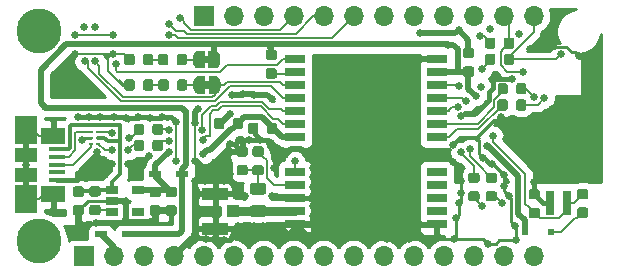
<source format=gbr>
G04 #@! TF.GenerationSoftware,KiCad,Pcbnew,(5.1.4)-1*
G04 #@! TF.CreationDate,2020-01-22T19:52:42-05:00*
G04 #@! TF.ProjectId,Feather-NEO-M9N-GPS,46656174-6865-4722-9d4e-454f2d4d394e,rev?*
G04 #@! TF.SameCoordinates,Original*
G04 #@! TF.FileFunction,Copper,L1,Top*
G04 #@! TF.FilePolarity,Positive*
%FSLAX46Y46*%
G04 Gerber Fmt 4.6, Leading zero omitted, Abs format (unit mm)*
G04 Created by KiCad (PCBNEW (5.1.4)-1) date 2020-01-22 19:52:42*
%MOMM*%
%LPD*%
G04 APERTURE LIST*
%ADD10C,0.100000*%
%ADD11R,1.800000X0.800000*%
%ADD12R,0.325000X0.250000*%
%ADD13R,1.050000X0.500000*%
%ADD14R,1.050000X1.000000*%
%ADD15R,2.200000X1.050000*%
%ADD16C,0.875000*%
%ADD17R,1.060000X0.650000*%
%ADD18R,1.900000X1.175000*%
%ADD19R,1.900000X2.375000*%
%ADD20R,2.100000X1.475000*%
%ADD21R,1.380000X0.450000*%
%ADD22C,0.500000*%
%ADD23R,0.500000X0.500000*%
%ADD24R,0.800000X2.000000*%
%ADD25C,0.975000*%
%ADD26C,3.800000*%
%ADD27O,1.700000X1.700000*%
%ADD28R,1.700000X1.700000*%
%ADD29C,0.660400*%
%ADD30C,0.152400*%
%ADD31C,0.381000*%
%ADD32C,0.254000*%
%ADD33C,0.508000*%
%ADD34C,0.304800*%
%ADD35C,0.778834*%
G04 APERTURE END LIST*
D10*
G36*
X145182780Y-81869560D02*
G01*
X145682780Y-81869560D01*
X145682780Y-81269560D01*
X145182780Y-81269560D01*
X145182780Y-81869560D01*
G37*
G36*
X145157380Y-79713100D02*
G01*
X145657380Y-79713100D01*
X145657380Y-79113100D01*
X145157380Y-79113100D01*
X145157380Y-79713100D01*
G37*
D11*
X164902400Y-79347300D03*
X164902400Y-80447300D03*
X164902400Y-81547300D03*
X164902400Y-82647300D03*
X164902400Y-83747300D03*
X164902400Y-84847300D03*
X164902400Y-85947300D03*
X164902400Y-88947300D03*
X164902400Y-90047300D03*
X164902400Y-91147300D03*
X164902400Y-92247300D03*
X164902400Y-93347300D03*
X152902400Y-93347300D03*
X152902400Y-92247300D03*
X152902400Y-91147300D03*
X152902400Y-90047300D03*
X152902400Y-88947300D03*
X152902400Y-85947300D03*
X152902400Y-84847300D03*
X152902400Y-83747300D03*
X152902400Y-82647300D03*
X152902400Y-81547300D03*
X152902400Y-80447300D03*
X152902400Y-79347300D03*
D12*
X136252400Y-85529800D03*
X136252400Y-86029800D03*
X136252400Y-86529800D03*
X135578400Y-86529800D03*
X135578400Y-86029800D03*
X135578400Y-85529800D03*
D13*
X136453800Y-94208600D03*
X138729800Y-94208600D03*
X141063900Y-89128600D03*
X143339900Y-89128600D03*
D14*
X147663900Y-92252800D03*
D15*
X146138900Y-90777800D03*
X146138900Y-93727800D03*
D10*
G36*
X141323891Y-90177953D02*
G01*
X141345126Y-90181103D01*
X141365950Y-90186319D01*
X141386162Y-90193551D01*
X141405568Y-90202730D01*
X141423981Y-90213766D01*
X141441224Y-90226554D01*
X141457130Y-90240970D01*
X141471546Y-90256876D01*
X141484334Y-90274119D01*
X141495370Y-90292532D01*
X141504549Y-90311938D01*
X141511781Y-90332150D01*
X141516997Y-90352974D01*
X141520147Y-90374209D01*
X141521200Y-90395650D01*
X141521200Y-90833150D01*
X141520147Y-90854591D01*
X141516997Y-90875826D01*
X141511781Y-90896650D01*
X141504549Y-90916862D01*
X141495370Y-90936268D01*
X141484334Y-90954681D01*
X141471546Y-90971924D01*
X141457130Y-90987830D01*
X141441224Y-91002246D01*
X141423981Y-91015034D01*
X141405568Y-91026070D01*
X141386162Y-91035249D01*
X141365950Y-91042481D01*
X141345126Y-91047697D01*
X141323891Y-91050847D01*
X141302450Y-91051900D01*
X140789950Y-91051900D01*
X140768509Y-91050847D01*
X140747274Y-91047697D01*
X140726450Y-91042481D01*
X140706238Y-91035249D01*
X140686832Y-91026070D01*
X140668419Y-91015034D01*
X140651176Y-91002246D01*
X140635270Y-90987830D01*
X140620854Y-90971924D01*
X140608066Y-90954681D01*
X140597030Y-90936268D01*
X140587851Y-90916862D01*
X140580619Y-90896650D01*
X140575403Y-90875826D01*
X140572253Y-90854591D01*
X140571200Y-90833150D01*
X140571200Y-90395650D01*
X140572253Y-90374209D01*
X140575403Y-90352974D01*
X140580619Y-90332150D01*
X140587851Y-90311938D01*
X140597030Y-90292532D01*
X140608066Y-90274119D01*
X140620854Y-90256876D01*
X140635270Y-90240970D01*
X140651176Y-90226554D01*
X140668419Y-90213766D01*
X140686832Y-90202730D01*
X140706238Y-90193551D01*
X140726450Y-90186319D01*
X140747274Y-90181103D01*
X140768509Y-90177953D01*
X140789950Y-90176900D01*
X141302450Y-90176900D01*
X141323891Y-90177953D01*
X141323891Y-90177953D01*
G37*
D16*
X141046200Y-90614400D03*
D10*
G36*
X141323891Y-91752953D02*
G01*
X141345126Y-91756103D01*
X141365950Y-91761319D01*
X141386162Y-91768551D01*
X141405568Y-91777730D01*
X141423981Y-91788766D01*
X141441224Y-91801554D01*
X141457130Y-91815970D01*
X141471546Y-91831876D01*
X141484334Y-91849119D01*
X141495370Y-91867532D01*
X141504549Y-91886938D01*
X141511781Y-91907150D01*
X141516997Y-91927974D01*
X141520147Y-91949209D01*
X141521200Y-91970650D01*
X141521200Y-92408150D01*
X141520147Y-92429591D01*
X141516997Y-92450826D01*
X141511781Y-92471650D01*
X141504549Y-92491862D01*
X141495370Y-92511268D01*
X141484334Y-92529681D01*
X141471546Y-92546924D01*
X141457130Y-92562830D01*
X141441224Y-92577246D01*
X141423981Y-92590034D01*
X141405568Y-92601070D01*
X141386162Y-92610249D01*
X141365950Y-92617481D01*
X141345126Y-92622697D01*
X141323891Y-92625847D01*
X141302450Y-92626900D01*
X140789950Y-92626900D01*
X140768509Y-92625847D01*
X140747274Y-92622697D01*
X140726450Y-92617481D01*
X140706238Y-92610249D01*
X140686832Y-92601070D01*
X140668419Y-92590034D01*
X140651176Y-92577246D01*
X140635270Y-92562830D01*
X140620854Y-92546924D01*
X140608066Y-92529681D01*
X140597030Y-92511268D01*
X140587851Y-92491862D01*
X140580619Y-92471650D01*
X140575403Y-92450826D01*
X140572253Y-92429591D01*
X140571200Y-92408150D01*
X140571200Y-91970650D01*
X140572253Y-91949209D01*
X140575403Y-91927974D01*
X140580619Y-91907150D01*
X140587851Y-91886938D01*
X140597030Y-91867532D01*
X140608066Y-91849119D01*
X140620854Y-91831876D01*
X140635270Y-91815970D01*
X140651176Y-91801554D01*
X140668419Y-91788766D01*
X140686832Y-91777730D01*
X140706238Y-91768551D01*
X140726450Y-91761319D01*
X140747274Y-91756103D01*
X140768509Y-91752953D01*
X140789950Y-91751900D01*
X141302450Y-91751900D01*
X141323891Y-91752953D01*
X141323891Y-91752953D01*
G37*
D16*
X141046200Y-92189400D03*
D10*
G36*
X142682791Y-90177953D02*
G01*
X142704026Y-90181103D01*
X142724850Y-90186319D01*
X142745062Y-90193551D01*
X142764468Y-90202730D01*
X142782881Y-90213766D01*
X142800124Y-90226554D01*
X142816030Y-90240970D01*
X142830446Y-90256876D01*
X142843234Y-90274119D01*
X142854270Y-90292532D01*
X142863449Y-90311938D01*
X142870681Y-90332150D01*
X142875897Y-90352974D01*
X142879047Y-90374209D01*
X142880100Y-90395650D01*
X142880100Y-90833150D01*
X142879047Y-90854591D01*
X142875897Y-90875826D01*
X142870681Y-90896650D01*
X142863449Y-90916862D01*
X142854270Y-90936268D01*
X142843234Y-90954681D01*
X142830446Y-90971924D01*
X142816030Y-90987830D01*
X142800124Y-91002246D01*
X142782881Y-91015034D01*
X142764468Y-91026070D01*
X142745062Y-91035249D01*
X142724850Y-91042481D01*
X142704026Y-91047697D01*
X142682791Y-91050847D01*
X142661350Y-91051900D01*
X142148850Y-91051900D01*
X142127409Y-91050847D01*
X142106174Y-91047697D01*
X142085350Y-91042481D01*
X142065138Y-91035249D01*
X142045732Y-91026070D01*
X142027319Y-91015034D01*
X142010076Y-91002246D01*
X141994170Y-90987830D01*
X141979754Y-90971924D01*
X141966966Y-90954681D01*
X141955930Y-90936268D01*
X141946751Y-90916862D01*
X141939519Y-90896650D01*
X141934303Y-90875826D01*
X141931153Y-90854591D01*
X141930100Y-90833150D01*
X141930100Y-90395650D01*
X141931153Y-90374209D01*
X141934303Y-90352974D01*
X141939519Y-90332150D01*
X141946751Y-90311938D01*
X141955930Y-90292532D01*
X141966966Y-90274119D01*
X141979754Y-90256876D01*
X141994170Y-90240970D01*
X142010076Y-90226554D01*
X142027319Y-90213766D01*
X142045732Y-90202730D01*
X142065138Y-90193551D01*
X142085350Y-90186319D01*
X142106174Y-90181103D01*
X142127409Y-90177953D01*
X142148850Y-90176900D01*
X142661350Y-90176900D01*
X142682791Y-90177953D01*
X142682791Y-90177953D01*
G37*
D16*
X142405100Y-90614400D03*
D10*
G36*
X142682791Y-91752953D02*
G01*
X142704026Y-91756103D01*
X142724850Y-91761319D01*
X142745062Y-91768551D01*
X142764468Y-91777730D01*
X142782881Y-91788766D01*
X142800124Y-91801554D01*
X142816030Y-91815970D01*
X142830446Y-91831876D01*
X142843234Y-91849119D01*
X142854270Y-91867532D01*
X142863449Y-91886938D01*
X142870681Y-91907150D01*
X142875897Y-91927974D01*
X142879047Y-91949209D01*
X142880100Y-91970650D01*
X142880100Y-92408150D01*
X142879047Y-92429591D01*
X142875897Y-92450826D01*
X142870681Y-92471650D01*
X142863449Y-92491862D01*
X142854270Y-92511268D01*
X142843234Y-92529681D01*
X142830446Y-92546924D01*
X142816030Y-92562830D01*
X142800124Y-92577246D01*
X142782881Y-92590034D01*
X142764468Y-92601070D01*
X142745062Y-92610249D01*
X142724850Y-92617481D01*
X142704026Y-92622697D01*
X142682791Y-92625847D01*
X142661350Y-92626900D01*
X142148850Y-92626900D01*
X142127409Y-92625847D01*
X142106174Y-92622697D01*
X142085350Y-92617481D01*
X142065138Y-92610249D01*
X142045732Y-92601070D01*
X142027319Y-92590034D01*
X142010076Y-92577246D01*
X141994170Y-92562830D01*
X141979754Y-92546924D01*
X141966966Y-92529681D01*
X141955930Y-92511268D01*
X141946751Y-92491862D01*
X141939519Y-92471650D01*
X141934303Y-92450826D01*
X141931153Y-92429591D01*
X141930100Y-92408150D01*
X141930100Y-91970650D01*
X141931153Y-91949209D01*
X141934303Y-91927974D01*
X141939519Y-91907150D01*
X141946751Y-91886938D01*
X141955930Y-91867532D01*
X141966966Y-91849119D01*
X141979754Y-91831876D01*
X141994170Y-91815970D01*
X142010076Y-91801554D01*
X142027319Y-91788766D01*
X142045732Y-91777730D01*
X142065138Y-91768551D01*
X142085350Y-91761319D01*
X142106174Y-91756103D01*
X142127409Y-91752953D01*
X142148850Y-91751900D01*
X142661350Y-91751900D01*
X142682791Y-91752953D01*
X142682791Y-91752953D01*
G37*
D16*
X142405100Y-92189400D03*
D10*
G36*
X134821491Y-90165253D02*
G01*
X134842726Y-90168403D01*
X134863550Y-90173619D01*
X134883762Y-90180851D01*
X134903168Y-90190030D01*
X134921581Y-90201066D01*
X134938824Y-90213854D01*
X134954730Y-90228270D01*
X134969146Y-90244176D01*
X134981934Y-90261419D01*
X134992970Y-90279832D01*
X135002149Y-90299238D01*
X135009381Y-90319450D01*
X135014597Y-90340274D01*
X135017747Y-90361509D01*
X135018800Y-90382950D01*
X135018800Y-90820450D01*
X135017747Y-90841891D01*
X135014597Y-90863126D01*
X135009381Y-90883950D01*
X135002149Y-90904162D01*
X134992970Y-90923568D01*
X134981934Y-90941981D01*
X134969146Y-90959224D01*
X134954730Y-90975130D01*
X134938824Y-90989546D01*
X134921581Y-91002334D01*
X134903168Y-91013370D01*
X134883762Y-91022549D01*
X134863550Y-91029781D01*
X134842726Y-91034997D01*
X134821491Y-91038147D01*
X134800050Y-91039200D01*
X134287550Y-91039200D01*
X134266109Y-91038147D01*
X134244874Y-91034997D01*
X134224050Y-91029781D01*
X134203838Y-91022549D01*
X134184432Y-91013370D01*
X134166019Y-91002334D01*
X134148776Y-90989546D01*
X134132870Y-90975130D01*
X134118454Y-90959224D01*
X134105666Y-90941981D01*
X134094630Y-90923568D01*
X134085451Y-90904162D01*
X134078219Y-90883950D01*
X134073003Y-90863126D01*
X134069853Y-90841891D01*
X134068800Y-90820450D01*
X134068800Y-90382950D01*
X134069853Y-90361509D01*
X134073003Y-90340274D01*
X134078219Y-90319450D01*
X134085451Y-90299238D01*
X134094630Y-90279832D01*
X134105666Y-90261419D01*
X134118454Y-90244176D01*
X134132870Y-90228270D01*
X134148776Y-90213854D01*
X134166019Y-90201066D01*
X134184432Y-90190030D01*
X134203838Y-90180851D01*
X134224050Y-90173619D01*
X134244874Y-90168403D01*
X134266109Y-90165253D01*
X134287550Y-90164200D01*
X134800050Y-90164200D01*
X134821491Y-90165253D01*
X134821491Y-90165253D01*
G37*
D16*
X134543800Y-90601700D03*
D10*
G36*
X134821491Y-91740253D02*
G01*
X134842726Y-91743403D01*
X134863550Y-91748619D01*
X134883762Y-91755851D01*
X134903168Y-91765030D01*
X134921581Y-91776066D01*
X134938824Y-91788854D01*
X134954730Y-91803270D01*
X134969146Y-91819176D01*
X134981934Y-91836419D01*
X134992970Y-91854832D01*
X135002149Y-91874238D01*
X135009381Y-91894450D01*
X135014597Y-91915274D01*
X135017747Y-91936509D01*
X135018800Y-91957950D01*
X135018800Y-92395450D01*
X135017747Y-92416891D01*
X135014597Y-92438126D01*
X135009381Y-92458950D01*
X135002149Y-92479162D01*
X134992970Y-92498568D01*
X134981934Y-92516981D01*
X134969146Y-92534224D01*
X134954730Y-92550130D01*
X134938824Y-92564546D01*
X134921581Y-92577334D01*
X134903168Y-92588370D01*
X134883762Y-92597549D01*
X134863550Y-92604781D01*
X134842726Y-92609997D01*
X134821491Y-92613147D01*
X134800050Y-92614200D01*
X134287550Y-92614200D01*
X134266109Y-92613147D01*
X134244874Y-92609997D01*
X134224050Y-92604781D01*
X134203838Y-92597549D01*
X134184432Y-92588370D01*
X134166019Y-92577334D01*
X134148776Y-92564546D01*
X134132870Y-92550130D01*
X134118454Y-92534224D01*
X134105666Y-92516981D01*
X134094630Y-92498568D01*
X134085451Y-92479162D01*
X134078219Y-92458950D01*
X134073003Y-92438126D01*
X134069853Y-92416891D01*
X134068800Y-92395450D01*
X134068800Y-91957950D01*
X134069853Y-91936509D01*
X134073003Y-91915274D01*
X134078219Y-91894450D01*
X134085451Y-91874238D01*
X134094630Y-91854832D01*
X134105666Y-91836419D01*
X134118454Y-91819176D01*
X134132870Y-91803270D01*
X134148776Y-91788854D01*
X134166019Y-91776066D01*
X134184432Y-91765030D01*
X134203838Y-91755851D01*
X134224050Y-91748619D01*
X134244874Y-91743403D01*
X134266109Y-91740253D01*
X134287550Y-91739200D01*
X134800050Y-91739200D01*
X134821491Y-91740253D01*
X134821491Y-91740253D01*
G37*
D16*
X134543800Y-92176700D03*
D17*
X139580800Y-90451900D03*
X139580800Y-92351900D03*
X137380800Y-92351900D03*
X137380800Y-91401900D03*
X137380800Y-90451900D03*
D10*
G36*
X136231191Y-91714853D02*
G01*
X136252426Y-91718003D01*
X136273250Y-91723219D01*
X136293462Y-91730451D01*
X136312868Y-91739630D01*
X136331281Y-91750666D01*
X136348524Y-91763454D01*
X136364430Y-91777870D01*
X136378846Y-91793776D01*
X136391634Y-91811019D01*
X136402670Y-91829432D01*
X136411849Y-91848838D01*
X136419081Y-91869050D01*
X136424297Y-91889874D01*
X136427447Y-91911109D01*
X136428500Y-91932550D01*
X136428500Y-92370050D01*
X136427447Y-92391491D01*
X136424297Y-92412726D01*
X136419081Y-92433550D01*
X136411849Y-92453762D01*
X136402670Y-92473168D01*
X136391634Y-92491581D01*
X136378846Y-92508824D01*
X136364430Y-92524730D01*
X136348524Y-92539146D01*
X136331281Y-92551934D01*
X136312868Y-92562970D01*
X136293462Y-92572149D01*
X136273250Y-92579381D01*
X136252426Y-92584597D01*
X136231191Y-92587747D01*
X136209750Y-92588800D01*
X135697250Y-92588800D01*
X135675809Y-92587747D01*
X135654574Y-92584597D01*
X135633750Y-92579381D01*
X135613538Y-92572149D01*
X135594132Y-92562970D01*
X135575719Y-92551934D01*
X135558476Y-92539146D01*
X135542570Y-92524730D01*
X135528154Y-92508824D01*
X135515366Y-92491581D01*
X135504330Y-92473168D01*
X135495151Y-92453762D01*
X135487919Y-92433550D01*
X135482703Y-92412726D01*
X135479553Y-92391491D01*
X135478500Y-92370050D01*
X135478500Y-91932550D01*
X135479553Y-91911109D01*
X135482703Y-91889874D01*
X135487919Y-91869050D01*
X135495151Y-91848838D01*
X135504330Y-91829432D01*
X135515366Y-91811019D01*
X135528154Y-91793776D01*
X135542570Y-91777870D01*
X135558476Y-91763454D01*
X135575719Y-91750666D01*
X135594132Y-91739630D01*
X135613538Y-91730451D01*
X135633750Y-91723219D01*
X135654574Y-91718003D01*
X135675809Y-91714853D01*
X135697250Y-91713800D01*
X136209750Y-91713800D01*
X136231191Y-91714853D01*
X136231191Y-91714853D01*
G37*
D16*
X135953500Y-92151300D03*
D10*
G36*
X136231191Y-90139853D02*
G01*
X136252426Y-90143003D01*
X136273250Y-90148219D01*
X136293462Y-90155451D01*
X136312868Y-90164630D01*
X136331281Y-90175666D01*
X136348524Y-90188454D01*
X136364430Y-90202870D01*
X136378846Y-90218776D01*
X136391634Y-90236019D01*
X136402670Y-90254432D01*
X136411849Y-90273838D01*
X136419081Y-90294050D01*
X136424297Y-90314874D01*
X136427447Y-90336109D01*
X136428500Y-90357550D01*
X136428500Y-90795050D01*
X136427447Y-90816491D01*
X136424297Y-90837726D01*
X136419081Y-90858550D01*
X136411849Y-90878762D01*
X136402670Y-90898168D01*
X136391634Y-90916581D01*
X136378846Y-90933824D01*
X136364430Y-90949730D01*
X136348524Y-90964146D01*
X136331281Y-90976934D01*
X136312868Y-90987970D01*
X136293462Y-90997149D01*
X136273250Y-91004381D01*
X136252426Y-91009597D01*
X136231191Y-91012747D01*
X136209750Y-91013800D01*
X135697250Y-91013800D01*
X135675809Y-91012747D01*
X135654574Y-91009597D01*
X135633750Y-91004381D01*
X135613538Y-90997149D01*
X135594132Y-90987970D01*
X135575719Y-90976934D01*
X135558476Y-90964146D01*
X135542570Y-90949730D01*
X135528154Y-90933824D01*
X135515366Y-90916581D01*
X135504330Y-90898168D01*
X135495151Y-90878762D01*
X135487919Y-90858550D01*
X135482703Y-90837726D01*
X135479553Y-90816491D01*
X135478500Y-90795050D01*
X135478500Y-90357550D01*
X135479553Y-90336109D01*
X135482703Y-90314874D01*
X135487919Y-90294050D01*
X135495151Y-90273838D01*
X135504330Y-90254432D01*
X135515366Y-90236019D01*
X135528154Y-90218776D01*
X135542570Y-90202870D01*
X135558476Y-90188454D01*
X135575719Y-90175666D01*
X135594132Y-90164630D01*
X135613538Y-90155451D01*
X135633750Y-90148219D01*
X135654574Y-90143003D01*
X135675809Y-90139853D01*
X135697250Y-90138800D01*
X136209750Y-90138800D01*
X136231191Y-90139853D01*
X136231191Y-90139853D01*
G37*
D16*
X135953500Y-90576300D03*
D18*
X130107840Y-89160880D03*
X130107840Y-87480880D03*
D19*
X130107840Y-91230880D03*
X130107840Y-85410880D03*
D20*
X132407840Y-90783380D03*
X132407840Y-85858380D03*
D21*
X132767840Y-89620880D03*
X132767840Y-88970880D03*
X132767840Y-88320880D03*
X132767840Y-87670880D03*
X132767840Y-87020880D03*
D10*
G36*
X151153691Y-78587933D02*
G01*
X151174926Y-78591083D01*
X151195750Y-78596299D01*
X151215962Y-78603531D01*
X151235368Y-78612710D01*
X151253781Y-78623746D01*
X151271024Y-78636534D01*
X151286930Y-78650950D01*
X151301346Y-78666856D01*
X151314134Y-78684099D01*
X151325170Y-78702512D01*
X151334349Y-78721918D01*
X151341581Y-78742130D01*
X151346797Y-78762954D01*
X151349947Y-78784189D01*
X151351000Y-78805630D01*
X151351000Y-79243130D01*
X151349947Y-79264571D01*
X151346797Y-79285806D01*
X151341581Y-79306630D01*
X151334349Y-79326842D01*
X151325170Y-79346248D01*
X151314134Y-79364661D01*
X151301346Y-79381904D01*
X151286930Y-79397810D01*
X151271024Y-79412226D01*
X151253781Y-79425014D01*
X151235368Y-79436050D01*
X151215962Y-79445229D01*
X151195750Y-79452461D01*
X151174926Y-79457677D01*
X151153691Y-79460827D01*
X151132250Y-79461880D01*
X150619750Y-79461880D01*
X150598309Y-79460827D01*
X150577074Y-79457677D01*
X150556250Y-79452461D01*
X150536038Y-79445229D01*
X150516632Y-79436050D01*
X150498219Y-79425014D01*
X150480976Y-79412226D01*
X150465070Y-79397810D01*
X150450654Y-79381904D01*
X150437866Y-79364661D01*
X150426830Y-79346248D01*
X150417651Y-79326842D01*
X150410419Y-79306630D01*
X150405203Y-79285806D01*
X150402053Y-79264571D01*
X150401000Y-79243130D01*
X150401000Y-78805630D01*
X150402053Y-78784189D01*
X150405203Y-78762954D01*
X150410419Y-78742130D01*
X150417651Y-78721918D01*
X150426830Y-78702512D01*
X150437866Y-78684099D01*
X150450654Y-78666856D01*
X150465070Y-78650950D01*
X150480976Y-78636534D01*
X150498219Y-78623746D01*
X150516632Y-78612710D01*
X150536038Y-78603531D01*
X150556250Y-78596299D01*
X150577074Y-78591083D01*
X150598309Y-78587933D01*
X150619750Y-78586880D01*
X151132250Y-78586880D01*
X151153691Y-78587933D01*
X151153691Y-78587933D01*
G37*
D16*
X150876000Y-79024380D03*
D10*
G36*
X151153691Y-80162933D02*
G01*
X151174926Y-80166083D01*
X151195750Y-80171299D01*
X151215962Y-80178531D01*
X151235368Y-80187710D01*
X151253781Y-80198746D01*
X151271024Y-80211534D01*
X151286930Y-80225950D01*
X151301346Y-80241856D01*
X151314134Y-80259099D01*
X151325170Y-80277512D01*
X151334349Y-80296918D01*
X151341581Y-80317130D01*
X151346797Y-80337954D01*
X151349947Y-80359189D01*
X151351000Y-80380630D01*
X151351000Y-80818130D01*
X151349947Y-80839571D01*
X151346797Y-80860806D01*
X151341581Y-80881630D01*
X151334349Y-80901842D01*
X151325170Y-80921248D01*
X151314134Y-80939661D01*
X151301346Y-80956904D01*
X151286930Y-80972810D01*
X151271024Y-80987226D01*
X151253781Y-81000014D01*
X151235368Y-81011050D01*
X151215962Y-81020229D01*
X151195750Y-81027461D01*
X151174926Y-81032677D01*
X151153691Y-81035827D01*
X151132250Y-81036880D01*
X150619750Y-81036880D01*
X150598309Y-81035827D01*
X150577074Y-81032677D01*
X150556250Y-81027461D01*
X150536038Y-81020229D01*
X150516632Y-81011050D01*
X150498219Y-81000014D01*
X150480976Y-80987226D01*
X150465070Y-80972810D01*
X150450654Y-80956904D01*
X150437866Y-80939661D01*
X150426830Y-80921248D01*
X150417651Y-80901842D01*
X150410419Y-80881630D01*
X150405203Y-80860806D01*
X150402053Y-80839571D01*
X150401000Y-80818130D01*
X150401000Y-80380630D01*
X150402053Y-80359189D01*
X150405203Y-80337954D01*
X150410419Y-80317130D01*
X150417651Y-80296918D01*
X150426830Y-80277512D01*
X150437866Y-80259099D01*
X150450654Y-80241856D01*
X150465070Y-80225950D01*
X150480976Y-80211534D01*
X150498219Y-80198746D01*
X150516632Y-80187710D01*
X150536038Y-80178531D01*
X150556250Y-80171299D01*
X150577074Y-80166083D01*
X150598309Y-80162933D01*
X150619750Y-80161880D01*
X151132250Y-80161880D01*
X151153691Y-80162933D01*
X151153691Y-80162933D01*
G37*
D16*
X150876000Y-80599380D03*
D10*
G36*
X143570111Y-81095613D02*
G01*
X143591346Y-81098763D01*
X143612170Y-81103979D01*
X143632382Y-81111211D01*
X143651788Y-81120390D01*
X143670201Y-81131426D01*
X143687444Y-81144214D01*
X143703350Y-81158630D01*
X143717766Y-81174536D01*
X143730554Y-81191779D01*
X143741590Y-81210192D01*
X143750769Y-81229598D01*
X143758001Y-81249810D01*
X143763217Y-81270634D01*
X143766367Y-81291869D01*
X143767420Y-81313310D01*
X143767420Y-81825810D01*
X143766367Y-81847251D01*
X143763217Y-81868486D01*
X143758001Y-81889310D01*
X143750769Y-81909522D01*
X143741590Y-81928928D01*
X143730554Y-81947341D01*
X143717766Y-81964584D01*
X143703350Y-81980490D01*
X143687444Y-81994906D01*
X143670201Y-82007694D01*
X143651788Y-82018730D01*
X143632382Y-82027909D01*
X143612170Y-82035141D01*
X143591346Y-82040357D01*
X143570111Y-82043507D01*
X143548670Y-82044560D01*
X143111170Y-82044560D01*
X143089729Y-82043507D01*
X143068494Y-82040357D01*
X143047670Y-82035141D01*
X143027458Y-82027909D01*
X143008052Y-82018730D01*
X142989639Y-82007694D01*
X142972396Y-81994906D01*
X142956490Y-81980490D01*
X142942074Y-81964584D01*
X142929286Y-81947341D01*
X142918250Y-81928928D01*
X142909071Y-81909522D01*
X142901839Y-81889310D01*
X142896623Y-81868486D01*
X142893473Y-81847251D01*
X142892420Y-81825810D01*
X142892420Y-81313310D01*
X142893473Y-81291869D01*
X142896623Y-81270634D01*
X142901839Y-81249810D01*
X142909071Y-81229598D01*
X142918250Y-81210192D01*
X142929286Y-81191779D01*
X142942074Y-81174536D01*
X142956490Y-81158630D01*
X142972396Y-81144214D01*
X142989639Y-81131426D01*
X143008052Y-81120390D01*
X143027458Y-81111211D01*
X143047670Y-81103979D01*
X143068494Y-81098763D01*
X143089729Y-81095613D01*
X143111170Y-81094560D01*
X143548670Y-81094560D01*
X143570111Y-81095613D01*
X143570111Y-81095613D01*
G37*
D16*
X143329920Y-81569560D03*
D10*
G36*
X141995111Y-81095613D02*
G01*
X142016346Y-81098763D01*
X142037170Y-81103979D01*
X142057382Y-81111211D01*
X142076788Y-81120390D01*
X142095201Y-81131426D01*
X142112444Y-81144214D01*
X142128350Y-81158630D01*
X142142766Y-81174536D01*
X142155554Y-81191779D01*
X142166590Y-81210192D01*
X142175769Y-81229598D01*
X142183001Y-81249810D01*
X142188217Y-81270634D01*
X142191367Y-81291869D01*
X142192420Y-81313310D01*
X142192420Y-81825810D01*
X142191367Y-81847251D01*
X142188217Y-81868486D01*
X142183001Y-81889310D01*
X142175769Y-81909522D01*
X142166590Y-81928928D01*
X142155554Y-81947341D01*
X142142766Y-81964584D01*
X142128350Y-81980490D01*
X142112444Y-81994906D01*
X142095201Y-82007694D01*
X142076788Y-82018730D01*
X142057382Y-82027909D01*
X142037170Y-82035141D01*
X142016346Y-82040357D01*
X141995111Y-82043507D01*
X141973670Y-82044560D01*
X141536170Y-82044560D01*
X141514729Y-82043507D01*
X141493494Y-82040357D01*
X141472670Y-82035141D01*
X141452458Y-82027909D01*
X141433052Y-82018730D01*
X141414639Y-82007694D01*
X141397396Y-81994906D01*
X141381490Y-81980490D01*
X141367074Y-81964584D01*
X141354286Y-81947341D01*
X141343250Y-81928928D01*
X141334071Y-81909522D01*
X141326839Y-81889310D01*
X141321623Y-81868486D01*
X141318473Y-81847251D01*
X141317420Y-81825810D01*
X141317420Y-81313310D01*
X141318473Y-81291869D01*
X141321623Y-81270634D01*
X141326839Y-81249810D01*
X141334071Y-81229598D01*
X141343250Y-81210192D01*
X141354286Y-81191779D01*
X141367074Y-81174536D01*
X141381490Y-81158630D01*
X141397396Y-81144214D01*
X141414639Y-81131426D01*
X141433052Y-81120390D01*
X141452458Y-81111211D01*
X141472670Y-81103979D01*
X141493494Y-81098763D01*
X141514729Y-81095613D01*
X141536170Y-81094560D01*
X141973670Y-81094560D01*
X141995111Y-81095613D01*
X141995111Y-81095613D01*
G37*
D16*
X141754920Y-81569560D03*
D10*
G36*
X143552171Y-78956933D02*
G01*
X143573406Y-78960083D01*
X143594230Y-78965299D01*
X143614442Y-78972531D01*
X143633848Y-78981710D01*
X143652261Y-78992746D01*
X143669504Y-79005534D01*
X143685410Y-79019950D01*
X143699826Y-79035856D01*
X143712614Y-79053099D01*
X143723650Y-79071512D01*
X143732829Y-79090918D01*
X143740061Y-79111130D01*
X143745277Y-79131954D01*
X143748427Y-79153189D01*
X143749480Y-79174630D01*
X143749480Y-79687130D01*
X143748427Y-79708571D01*
X143745277Y-79729806D01*
X143740061Y-79750630D01*
X143732829Y-79770842D01*
X143723650Y-79790248D01*
X143712614Y-79808661D01*
X143699826Y-79825904D01*
X143685410Y-79841810D01*
X143669504Y-79856226D01*
X143652261Y-79869014D01*
X143633848Y-79880050D01*
X143614442Y-79889229D01*
X143594230Y-79896461D01*
X143573406Y-79901677D01*
X143552171Y-79904827D01*
X143530730Y-79905880D01*
X143093230Y-79905880D01*
X143071789Y-79904827D01*
X143050554Y-79901677D01*
X143029730Y-79896461D01*
X143009518Y-79889229D01*
X142990112Y-79880050D01*
X142971699Y-79869014D01*
X142954456Y-79856226D01*
X142938550Y-79841810D01*
X142924134Y-79825904D01*
X142911346Y-79808661D01*
X142900310Y-79790248D01*
X142891131Y-79770842D01*
X142883899Y-79750630D01*
X142878683Y-79729806D01*
X142875533Y-79708571D01*
X142874480Y-79687130D01*
X142874480Y-79174630D01*
X142875533Y-79153189D01*
X142878683Y-79131954D01*
X142883899Y-79111130D01*
X142891131Y-79090918D01*
X142900310Y-79071512D01*
X142911346Y-79053099D01*
X142924134Y-79035856D01*
X142938550Y-79019950D01*
X142954456Y-79005534D01*
X142971699Y-78992746D01*
X142990112Y-78981710D01*
X143009518Y-78972531D01*
X143029730Y-78965299D01*
X143050554Y-78960083D01*
X143071789Y-78956933D01*
X143093230Y-78955880D01*
X143530730Y-78955880D01*
X143552171Y-78956933D01*
X143552171Y-78956933D01*
G37*
D16*
X143311980Y-79430880D03*
D10*
G36*
X141977171Y-78956933D02*
G01*
X141998406Y-78960083D01*
X142019230Y-78965299D01*
X142039442Y-78972531D01*
X142058848Y-78981710D01*
X142077261Y-78992746D01*
X142094504Y-79005534D01*
X142110410Y-79019950D01*
X142124826Y-79035856D01*
X142137614Y-79053099D01*
X142148650Y-79071512D01*
X142157829Y-79090918D01*
X142165061Y-79111130D01*
X142170277Y-79131954D01*
X142173427Y-79153189D01*
X142174480Y-79174630D01*
X142174480Y-79687130D01*
X142173427Y-79708571D01*
X142170277Y-79729806D01*
X142165061Y-79750630D01*
X142157829Y-79770842D01*
X142148650Y-79790248D01*
X142137614Y-79808661D01*
X142124826Y-79825904D01*
X142110410Y-79841810D01*
X142094504Y-79856226D01*
X142077261Y-79869014D01*
X142058848Y-79880050D01*
X142039442Y-79889229D01*
X142019230Y-79896461D01*
X141998406Y-79901677D01*
X141977171Y-79904827D01*
X141955730Y-79905880D01*
X141518230Y-79905880D01*
X141496789Y-79904827D01*
X141475554Y-79901677D01*
X141454730Y-79896461D01*
X141434518Y-79889229D01*
X141415112Y-79880050D01*
X141396699Y-79869014D01*
X141379456Y-79856226D01*
X141363550Y-79841810D01*
X141349134Y-79825904D01*
X141336346Y-79808661D01*
X141325310Y-79790248D01*
X141316131Y-79770842D01*
X141308899Y-79750630D01*
X141303683Y-79729806D01*
X141300533Y-79708571D01*
X141299480Y-79687130D01*
X141299480Y-79174630D01*
X141300533Y-79153189D01*
X141303683Y-79131954D01*
X141308899Y-79111130D01*
X141316131Y-79090918D01*
X141325310Y-79071512D01*
X141336346Y-79053099D01*
X141349134Y-79035856D01*
X141363550Y-79019950D01*
X141379456Y-79005534D01*
X141396699Y-78992746D01*
X141415112Y-78981710D01*
X141434518Y-78972531D01*
X141454730Y-78965299D01*
X141475554Y-78960083D01*
X141496789Y-78956933D01*
X141518230Y-78955880D01*
X141955730Y-78955880D01*
X141977171Y-78956933D01*
X141977171Y-78956933D01*
G37*
D16*
X141736980Y-79430880D03*
D10*
G36*
X169668251Y-78921373D02*
G01*
X169689486Y-78924523D01*
X169710310Y-78929739D01*
X169730522Y-78936971D01*
X169749928Y-78946150D01*
X169768341Y-78957186D01*
X169785584Y-78969974D01*
X169801490Y-78984390D01*
X169815906Y-79000296D01*
X169828694Y-79017539D01*
X169839730Y-79035952D01*
X169848909Y-79055358D01*
X169856141Y-79075570D01*
X169861357Y-79096394D01*
X169864507Y-79117629D01*
X169865560Y-79139070D01*
X169865560Y-79651570D01*
X169864507Y-79673011D01*
X169861357Y-79694246D01*
X169856141Y-79715070D01*
X169848909Y-79735282D01*
X169839730Y-79754688D01*
X169828694Y-79773101D01*
X169815906Y-79790344D01*
X169801490Y-79806250D01*
X169785584Y-79820666D01*
X169768341Y-79833454D01*
X169749928Y-79844490D01*
X169730522Y-79853669D01*
X169710310Y-79860901D01*
X169689486Y-79866117D01*
X169668251Y-79869267D01*
X169646810Y-79870320D01*
X169209310Y-79870320D01*
X169187869Y-79869267D01*
X169166634Y-79866117D01*
X169145810Y-79860901D01*
X169125598Y-79853669D01*
X169106192Y-79844490D01*
X169087779Y-79833454D01*
X169070536Y-79820666D01*
X169054630Y-79806250D01*
X169040214Y-79790344D01*
X169027426Y-79773101D01*
X169016390Y-79754688D01*
X169007211Y-79735282D01*
X168999979Y-79715070D01*
X168994763Y-79694246D01*
X168991613Y-79673011D01*
X168990560Y-79651570D01*
X168990560Y-79139070D01*
X168991613Y-79117629D01*
X168994763Y-79096394D01*
X168999979Y-79075570D01*
X169007211Y-79055358D01*
X169016390Y-79035952D01*
X169027426Y-79017539D01*
X169040214Y-79000296D01*
X169054630Y-78984390D01*
X169070536Y-78969974D01*
X169087779Y-78957186D01*
X169106192Y-78946150D01*
X169125598Y-78936971D01*
X169145810Y-78929739D01*
X169166634Y-78924523D01*
X169187869Y-78921373D01*
X169209310Y-78920320D01*
X169646810Y-78920320D01*
X169668251Y-78921373D01*
X169668251Y-78921373D01*
G37*
D16*
X169428060Y-79395320D03*
D10*
G36*
X171243251Y-78921373D02*
G01*
X171264486Y-78924523D01*
X171285310Y-78929739D01*
X171305522Y-78936971D01*
X171324928Y-78946150D01*
X171343341Y-78957186D01*
X171360584Y-78969974D01*
X171376490Y-78984390D01*
X171390906Y-79000296D01*
X171403694Y-79017539D01*
X171414730Y-79035952D01*
X171423909Y-79055358D01*
X171431141Y-79075570D01*
X171436357Y-79096394D01*
X171439507Y-79117629D01*
X171440560Y-79139070D01*
X171440560Y-79651570D01*
X171439507Y-79673011D01*
X171436357Y-79694246D01*
X171431141Y-79715070D01*
X171423909Y-79735282D01*
X171414730Y-79754688D01*
X171403694Y-79773101D01*
X171390906Y-79790344D01*
X171376490Y-79806250D01*
X171360584Y-79820666D01*
X171343341Y-79833454D01*
X171324928Y-79844490D01*
X171305522Y-79853669D01*
X171285310Y-79860901D01*
X171264486Y-79866117D01*
X171243251Y-79869267D01*
X171221810Y-79870320D01*
X170784310Y-79870320D01*
X170762869Y-79869267D01*
X170741634Y-79866117D01*
X170720810Y-79860901D01*
X170700598Y-79853669D01*
X170681192Y-79844490D01*
X170662779Y-79833454D01*
X170645536Y-79820666D01*
X170629630Y-79806250D01*
X170615214Y-79790344D01*
X170602426Y-79773101D01*
X170591390Y-79754688D01*
X170582211Y-79735282D01*
X170574979Y-79715070D01*
X170569763Y-79694246D01*
X170566613Y-79673011D01*
X170565560Y-79651570D01*
X170565560Y-79139070D01*
X170566613Y-79117629D01*
X170569763Y-79096394D01*
X170574979Y-79075570D01*
X170582211Y-79055358D01*
X170591390Y-79035952D01*
X170602426Y-79017539D01*
X170615214Y-79000296D01*
X170629630Y-78984390D01*
X170645536Y-78969974D01*
X170662779Y-78957186D01*
X170681192Y-78946150D01*
X170700598Y-78936971D01*
X170720810Y-78929739D01*
X170741634Y-78924523D01*
X170762869Y-78921373D01*
X170784310Y-78920320D01*
X171221810Y-78920320D01*
X171243251Y-78921373D01*
X171243251Y-78921373D01*
G37*
D16*
X171003060Y-79395320D03*
D10*
G36*
X169668251Y-77554853D02*
G01*
X169689486Y-77558003D01*
X169710310Y-77563219D01*
X169730522Y-77570451D01*
X169749928Y-77579630D01*
X169768341Y-77590666D01*
X169785584Y-77603454D01*
X169801490Y-77617870D01*
X169815906Y-77633776D01*
X169828694Y-77651019D01*
X169839730Y-77669432D01*
X169848909Y-77688838D01*
X169856141Y-77709050D01*
X169861357Y-77729874D01*
X169864507Y-77751109D01*
X169865560Y-77772550D01*
X169865560Y-78285050D01*
X169864507Y-78306491D01*
X169861357Y-78327726D01*
X169856141Y-78348550D01*
X169848909Y-78368762D01*
X169839730Y-78388168D01*
X169828694Y-78406581D01*
X169815906Y-78423824D01*
X169801490Y-78439730D01*
X169785584Y-78454146D01*
X169768341Y-78466934D01*
X169749928Y-78477970D01*
X169730522Y-78487149D01*
X169710310Y-78494381D01*
X169689486Y-78499597D01*
X169668251Y-78502747D01*
X169646810Y-78503800D01*
X169209310Y-78503800D01*
X169187869Y-78502747D01*
X169166634Y-78499597D01*
X169145810Y-78494381D01*
X169125598Y-78487149D01*
X169106192Y-78477970D01*
X169087779Y-78466934D01*
X169070536Y-78454146D01*
X169054630Y-78439730D01*
X169040214Y-78423824D01*
X169027426Y-78406581D01*
X169016390Y-78388168D01*
X169007211Y-78368762D01*
X168999979Y-78348550D01*
X168994763Y-78327726D01*
X168991613Y-78306491D01*
X168990560Y-78285050D01*
X168990560Y-77772550D01*
X168991613Y-77751109D01*
X168994763Y-77729874D01*
X168999979Y-77709050D01*
X169007211Y-77688838D01*
X169016390Y-77669432D01*
X169027426Y-77651019D01*
X169040214Y-77633776D01*
X169054630Y-77617870D01*
X169070536Y-77603454D01*
X169087779Y-77590666D01*
X169106192Y-77579630D01*
X169125598Y-77570451D01*
X169145810Y-77563219D01*
X169166634Y-77558003D01*
X169187869Y-77554853D01*
X169209310Y-77553800D01*
X169646810Y-77553800D01*
X169668251Y-77554853D01*
X169668251Y-77554853D01*
G37*
D16*
X169428060Y-78028800D03*
D10*
G36*
X171243251Y-77554853D02*
G01*
X171264486Y-77558003D01*
X171285310Y-77563219D01*
X171305522Y-77570451D01*
X171324928Y-77579630D01*
X171343341Y-77590666D01*
X171360584Y-77603454D01*
X171376490Y-77617870D01*
X171390906Y-77633776D01*
X171403694Y-77651019D01*
X171414730Y-77669432D01*
X171423909Y-77688838D01*
X171431141Y-77709050D01*
X171436357Y-77729874D01*
X171439507Y-77751109D01*
X171440560Y-77772550D01*
X171440560Y-78285050D01*
X171439507Y-78306491D01*
X171436357Y-78327726D01*
X171431141Y-78348550D01*
X171423909Y-78368762D01*
X171414730Y-78388168D01*
X171403694Y-78406581D01*
X171390906Y-78423824D01*
X171376490Y-78439730D01*
X171360584Y-78454146D01*
X171343341Y-78466934D01*
X171324928Y-78477970D01*
X171305522Y-78487149D01*
X171285310Y-78494381D01*
X171264486Y-78499597D01*
X171243251Y-78502747D01*
X171221810Y-78503800D01*
X170784310Y-78503800D01*
X170762869Y-78502747D01*
X170741634Y-78499597D01*
X170720810Y-78494381D01*
X170700598Y-78487149D01*
X170681192Y-78477970D01*
X170662779Y-78466934D01*
X170645536Y-78454146D01*
X170629630Y-78439730D01*
X170615214Y-78423824D01*
X170602426Y-78406581D01*
X170591390Y-78388168D01*
X170582211Y-78368762D01*
X170574979Y-78348550D01*
X170569763Y-78327726D01*
X170566613Y-78306491D01*
X170565560Y-78285050D01*
X170565560Y-77772550D01*
X170566613Y-77751109D01*
X170569763Y-77729874D01*
X170574979Y-77709050D01*
X170582211Y-77688838D01*
X170591390Y-77669432D01*
X170602426Y-77651019D01*
X170615214Y-77633776D01*
X170629630Y-77617870D01*
X170645536Y-77603454D01*
X170662779Y-77590666D01*
X170681192Y-77579630D01*
X170700598Y-77570451D01*
X170720810Y-77563219D01*
X170741634Y-77558003D01*
X170762869Y-77554853D01*
X170784310Y-77553800D01*
X171221810Y-77553800D01*
X171243251Y-77554853D01*
X171243251Y-77554853D01*
G37*
D16*
X171003060Y-78028800D03*
D10*
G36*
X177529051Y-91935833D02*
G01*
X177550286Y-91938983D01*
X177571110Y-91944199D01*
X177591322Y-91951431D01*
X177610728Y-91960610D01*
X177629141Y-91971646D01*
X177646384Y-91984434D01*
X177662290Y-91998850D01*
X177676706Y-92014756D01*
X177689494Y-92031999D01*
X177700530Y-92050412D01*
X177709709Y-92069818D01*
X177716941Y-92090030D01*
X177722157Y-92110854D01*
X177725307Y-92132089D01*
X177726360Y-92153530D01*
X177726360Y-92591030D01*
X177725307Y-92612471D01*
X177722157Y-92633706D01*
X177716941Y-92654530D01*
X177709709Y-92674742D01*
X177700530Y-92694148D01*
X177689494Y-92712561D01*
X177676706Y-92729804D01*
X177662290Y-92745710D01*
X177646384Y-92760126D01*
X177629141Y-92772914D01*
X177610728Y-92783950D01*
X177591322Y-92793129D01*
X177571110Y-92800361D01*
X177550286Y-92805577D01*
X177529051Y-92808727D01*
X177507610Y-92809780D01*
X176995110Y-92809780D01*
X176973669Y-92808727D01*
X176952434Y-92805577D01*
X176931610Y-92800361D01*
X176911398Y-92793129D01*
X176891992Y-92783950D01*
X176873579Y-92772914D01*
X176856336Y-92760126D01*
X176840430Y-92745710D01*
X176826014Y-92729804D01*
X176813226Y-92712561D01*
X176802190Y-92694148D01*
X176793011Y-92674742D01*
X176785779Y-92654530D01*
X176780563Y-92633706D01*
X176777413Y-92612471D01*
X176776360Y-92591030D01*
X176776360Y-92153530D01*
X176777413Y-92132089D01*
X176780563Y-92110854D01*
X176785779Y-92090030D01*
X176793011Y-92069818D01*
X176802190Y-92050412D01*
X176813226Y-92031999D01*
X176826014Y-92014756D01*
X176840430Y-91998850D01*
X176856336Y-91984434D01*
X176873579Y-91971646D01*
X176891992Y-91960610D01*
X176911398Y-91951431D01*
X176931610Y-91944199D01*
X176952434Y-91938983D01*
X176973669Y-91935833D01*
X176995110Y-91934780D01*
X177507610Y-91934780D01*
X177529051Y-91935833D01*
X177529051Y-91935833D01*
G37*
D16*
X177251360Y-92372280D03*
D10*
G36*
X177529051Y-90360833D02*
G01*
X177550286Y-90363983D01*
X177571110Y-90369199D01*
X177591322Y-90376431D01*
X177610728Y-90385610D01*
X177629141Y-90396646D01*
X177646384Y-90409434D01*
X177662290Y-90423850D01*
X177676706Y-90439756D01*
X177689494Y-90456999D01*
X177700530Y-90475412D01*
X177709709Y-90494818D01*
X177716941Y-90515030D01*
X177722157Y-90535854D01*
X177725307Y-90557089D01*
X177726360Y-90578530D01*
X177726360Y-91016030D01*
X177725307Y-91037471D01*
X177722157Y-91058706D01*
X177716941Y-91079530D01*
X177709709Y-91099742D01*
X177700530Y-91119148D01*
X177689494Y-91137561D01*
X177676706Y-91154804D01*
X177662290Y-91170710D01*
X177646384Y-91185126D01*
X177629141Y-91197914D01*
X177610728Y-91208950D01*
X177591322Y-91218129D01*
X177571110Y-91225361D01*
X177550286Y-91230577D01*
X177529051Y-91233727D01*
X177507610Y-91234780D01*
X176995110Y-91234780D01*
X176973669Y-91233727D01*
X176952434Y-91230577D01*
X176931610Y-91225361D01*
X176911398Y-91218129D01*
X176891992Y-91208950D01*
X176873579Y-91197914D01*
X176856336Y-91185126D01*
X176840430Y-91170710D01*
X176826014Y-91154804D01*
X176813226Y-91137561D01*
X176802190Y-91119148D01*
X176793011Y-91099742D01*
X176785779Y-91079530D01*
X176780563Y-91058706D01*
X176777413Y-91037471D01*
X176776360Y-91016030D01*
X176776360Y-90578530D01*
X176777413Y-90557089D01*
X176780563Y-90535854D01*
X176785779Y-90515030D01*
X176793011Y-90494818D01*
X176802190Y-90475412D01*
X176813226Y-90456999D01*
X176826014Y-90439756D01*
X176840430Y-90423850D01*
X176856336Y-90409434D01*
X176873579Y-90396646D01*
X176891992Y-90385610D01*
X176911398Y-90376431D01*
X176931610Y-90369199D01*
X176952434Y-90363983D01*
X176973669Y-90360833D01*
X176995110Y-90359780D01*
X177507610Y-90359780D01*
X177529051Y-90360833D01*
X177529051Y-90360833D01*
G37*
D16*
X177251360Y-90797280D03*
D10*
G36*
X148296891Y-84362053D02*
G01*
X148318126Y-84365203D01*
X148338950Y-84370419D01*
X148359162Y-84377651D01*
X148378568Y-84386830D01*
X148396981Y-84397866D01*
X148414224Y-84410654D01*
X148430130Y-84425070D01*
X148444546Y-84440976D01*
X148457334Y-84458219D01*
X148468370Y-84476632D01*
X148477549Y-84496038D01*
X148484781Y-84516250D01*
X148489997Y-84537074D01*
X148493147Y-84558309D01*
X148494200Y-84579750D01*
X148494200Y-85092250D01*
X148493147Y-85113691D01*
X148489997Y-85134926D01*
X148484781Y-85155750D01*
X148477549Y-85175962D01*
X148468370Y-85195368D01*
X148457334Y-85213781D01*
X148444546Y-85231024D01*
X148430130Y-85246930D01*
X148414224Y-85261346D01*
X148396981Y-85274134D01*
X148378568Y-85285170D01*
X148359162Y-85294349D01*
X148338950Y-85301581D01*
X148318126Y-85306797D01*
X148296891Y-85309947D01*
X148275450Y-85311000D01*
X147837950Y-85311000D01*
X147816509Y-85309947D01*
X147795274Y-85306797D01*
X147774450Y-85301581D01*
X147754238Y-85294349D01*
X147734832Y-85285170D01*
X147716419Y-85274134D01*
X147699176Y-85261346D01*
X147683270Y-85246930D01*
X147668854Y-85231024D01*
X147656066Y-85213781D01*
X147645030Y-85195368D01*
X147635851Y-85175962D01*
X147628619Y-85155750D01*
X147623403Y-85134926D01*
X147620253Y-85113691D01*
X147619200Y-85092250D01*
X147619200Y-84579750D01*
X147620253Y-84558309D01*
X147623403Y-84537074D01*
X147628619Y-84516250D01*
X147635851Y-84496038D01*
X147645030Y-84476632D01*
X147656066Y-84458219D01*
X147668854Y-84440976D01*
X147683270Y-84425070D01*
X147699176Y-84410654D01*
X147716419Y-84397866D01*
X147734832Y-84386830D01*
X147754238Y-84377651D01*
X147774450Y-84370419D01*
X147795274Y-84365203D01*
X147816509Y-84362053D01*
X147837950Y-84361000D01*
X148275450Y-84361000D01*
X148296891Y-84362053D01*
X148296891Y-84362053D01*
G37*
D16*
X148056700Y-84836000D03*
D10*
G36*
X146721891Y-84362053D02*
G01*
X146743126Y-84365203D01*
X146763950Y-84370419D01*
X146784162Y-84377651D01*
X146803568Y-84386830D01*
X146821981Y-84397866D01*
X146839224Y-84410654D01*
X146855130Y-84425070D01*
X146869546Y-84440976D01*
X146882334Y-84458219D01*
X146893370Y-84476632D01*
X146902549Y-84496038D01*
X146909781Y-84516250D01*
X146914997Y-84537074D01*
X146918147Y-84558309D01*
X146919200Y-84579750D01*
X146919200Y-85092250D01*
X146918147Y-85113691D01*
X146914997Y-85134926D01*
X146909781Y-85155750D01*
X146902549Y-85175962D01*
X146893370Y-85195368D01*
X146882334Y-85213781D01*
X146869546Y-85231024D01*
X146855130Y-85246930D01*
X146839224Y-85261346D01*
X146821981Y-85274134D01*
X146803568Y-85285170D01*
X146784162Y-85294349D01*
X146763950Y-85301581D01*
X146743126Y-85306797D01*
X146721891Y-85309947D01*
X146700450Y-85311000D01*
X146262950Y-85311000D01*
X146241509Y-85309947D01*
X146220274Y-85306797D01*
X146199450Y-85301581D01*
X146179238Y-85294349D01*
X146159832Y-85285170D01*
X146141419Y-85274134D01*
X146124176Y-85261346D01*
X146108270Y-85246930D01*
X146093854Y-85231024D01*
X146081066Y-85213781D01*
X146070030Y-85195368D01*
X146060851Y-85175962D01*
X146053619Y-85155750D01*
X146048403Y-85134926D01*
X146045253Y-85113691D01*
X146044200Y-85092250D01*
X146044200Y-84579750D01*
X146045253Y-84558309D01*
X146048403Y-84537074D01*
X146053619Y-84516250D01*
X146060851Y-84496038D01*
X146070030Y-84476632D01*
X146081066Y-84458219D01*
X146093854Y-84440976D01*
X146108270Y-84425070D01*
X146124176Y-84410654D01*
X146141419Y-84397866D01*
X146159832Y-84386830D01*
X146179238Y-84377651D01*
X146199450Y-84370419D01*
X146220274Y-84365203D01*
X146241509Y-84362053D01*
X146262950Y-84361000D01*
X146700450Y-84361000D01*
X146721891Y-84362053D01*
X146721891Y-84362053D01*
G37*
D16*
X146481700Y-84836000D03*
D10*
G36*
X150036091Y-88349353D02*
G01*
X150057326Y-88352503D01*
X150078150Y-88357719D01*
X150098362Y-88364951D01*
X150117768Y-88374130D01*
X150136181Y-88385166D01*
X150153424Y-88397954D01*
X150169330Y-88412370D01*
X150183746Y-88428276D01*
X150196534Y-88445519D01*
X150207570Y-88463932D01*
X150216749Y-88483338D01*
X150223981Y-88503550D01*
X150229197Y-88524374D01*
X150232347Y-88545609D01*
X150233400Y-88567050D01*
X150233400Y-89004550D01*
X150232347Y-89025991D01*
X150229197Y-89047226D01*
X150223981Y-89068050D01*
X150216749Y-89088262D01*
X150207570Y-89107668D01*
X150196534Y-89126081D01*
X150183746Y-89143324D01*
X150169330Y-89159230D01*
X150153424Y-89173646D01*
X150136181Y-89186434D01*
X150117768Y-89197470D01*
X150098362Y-89206649D01*
X150078150Y-89213881D01*
X150057326Y-89219097D01*
X150036091Y-89222247D01*
X150014650Y-89223300D01*
X149502150Y-89223300D01*
X149480709Y-89222247D01*
X149459474Y-89219097D01*
X149438650Y-89213881D01*
X149418438Y-89206649D01*
X149399032Y-89197470D01*
X149380619Y-89186434D01*
X149363376Y-89173646D01*
X149347470Y-89159230D01*
X149333054Y-89143324D01*
X149320266Y-89126081D01*
X149309230Y-89107668D01*
X149300051Y-89088262D01*
X149292819Y-89068050D01*
X149287603Y-89047226D01*
X149284453Y-89025991D01*
X149283400Y-89004550D01*
X149283400Y-88567050D01*
X149284453Y-88545609D01*
X149287603Y-88524374D01*
X149292819Y-88503550D01*
X149300051Y-88483338D01*
X149309230Y-88463932D01*
X149320266Y-88445519D01*
X149333054Y-88428276D01*
X149347470Y-88412370D01*
X149363376Y-88397954D01*
X149380619Y-88385166D01*
X149399032Y-88374130D01*
X149418438Y-88364951D01*
X149438650Y-88357719D01*
X149459474Y-88352503D01*
X149480709Y-88349353D01*
X149502150Y-88348300D01*
X150014650Y-88348300D01*
X150036091Y-88349353D01*
X150036091Y-88349353D01*
G37*
D16*
X149758400Y-88785800D03*
D10*
G36*
X150036091Y-86774353D02*
G01*
X150057326Y-86777503D01*
X150078150Y-86782719D01*
X150098362Y-86789951D01*
X150117768Y-86799130D01*
X150136181Y-86810166D01*
X150153424Y-86822954D01*
X150169330Y-86837370D01*
X150183746Y-86853276D01*
X150196534Y-86870519D01*
X150207570Y-86888932D01*
X150216749Y-86908338D01*
X150223981Y-86928550D01*
X150229197Y-86949374D01*
X150232347Y-86970609D01*
X150233400Y-86992050D01*
X150233400Y-87429550D01*
X150232347Y-87450991D01*
X150229197Y-87472226D01*
X150223981Y-87493050D01*
X150216749Y-87513262D01*
X150207570Y-87532668D01*
X150196534Y-87551081D01*
X150183746Y-87568324D01*
X150169330Y-87584230D01*
X150153424Y-87598646D01*
X150136181Y-87611434D01*
X150117768Y-87622470D01*
X150098362Y-87631649D01*
X150078150Y-87638881D01*
X150057326Y-87644097D01*
X150036091Y-87647247D01*
X150014650Y-87648300D01*
X149502150Y-87648300D01*
X149480709Y-87647247D01*
X149459474Y-87644097D01*
X149438650Y-87638881D01*
X149418438Y-87631649D01*
X149399032Y-87622470D01*
X149380619Y-87611434D01*
X149363376Y-87598646D01*
X149347470Y-87584230D01*
X149333054Y-87568324D01*
X149320266Y-87551081D01*
X149309230Y-87532668D01*
X149300051Y-87513262D01*
X149292819Y-87493050D01*
X149287603Y-87472226D01*
X149284453Y-87450991D01*
X149283400Y-87429550D01*
X149283400Y-86992050D01*
X149284453Y-86970609D01*
X149287603Y-86949374D01*
X149292819Y-86928550D01*
X149300051Y-86908338D01*
X149309230Y-86888932D01*
X149320266Y-86870519D01*
X149333054Y-86853276D01*
X149347470Y-86837370D01*
X149363376Y-86822954D01*
X149380619Y-86810166D01*
X149399032Y-86799130D01*
X149418438Y-86789951D01*
X149438650Y-86782719D01*
X149459474Y-86777503D01*
X149480709Y-86774353D01*
X149502150Y-86773300D01*
X150014650Y-86773300D01*
X150036091Y-86774353D01*
X150036091Y-86774353D01*
G37*
D16*
X149758400Y-87210800D03*
D10*
G36*
X139917231Y-84849733D02*
G01*
X139938466Y-84852883D01*
X139959290Y-84858099D01*
X139979502Y-84865331D01*
X139998908Y-84874510D01*
X140017321Y-84885546D01*
X140034564Y-84898334D01*
X140050470Y-84912750D01*
X140064886Y-84928656D01*
X140077674Y-84945899D01*
X140088710Y-84964312D01*
X140097889Y-84983718D01*
X140105121Y-85003930D01*
X140110337Y-85024754D01*
X140113487Y-85045989D01*
X140114540Y-85067430D01*
X140114540Y-85579930D01*
X140113487Y-85601371D01*
X140110337Y-85622606D01*
X140105121Y-85643430D01*
X140097889Y-85663642D01*
X140088710Y-85683048D01*
X140077674Y-85701461D01*
X140064886Y-85718704D01*
X140050470Y-85734610D01*
X140034564Y-85749026D01*
X140017321Y-85761814D01*
X139998908Y-85772850D01*
X139979502Y-85782029D01*
X139959290Y-85789261D01*
X139938466Y-85794477D01*
X139917231Y-85797627D01*
X139895790Y-85798680D01*
X139458290Y-85798680D01*
X139436849Y-85797627D01*
X139415614Y-85794477D01*
X139394790Y-85789261D01*
X139374578Y-85782029D01*
X139355172Y-85772850D01*
X139336759Y-85761814D01*
X139319516Y-85749026D01*
X139303610Y-85734610D01*
X139289194Y-85718704D01*
X139276406Y-85701461D01*
X139265370Y-85683048D01*
X139256191Y-85663642D01*
X139248959Y-85643430D01*
X139243743Y-85622606D01*
X139240593Y-85601371D01*
X139239540Y-85579930D01*
X139239540Y-85067430D01*
X139240593Y-85045989D01*
X139243743Y-85024754D01*
X139248959Y-85003930D01*
X139256191Y-84983718D01*
X139265370Y-84964312D01*
X139276406Y-84945899D01*
X139289194Y-84928656D01*
X139303610Y-84912750D01*
X139319516Y-84898334D01*
X139336759Y-84885546D01*
X139355172Y-84874510D01*
X139374578Y-84865331D01*
X139394790Y-84858099D01*
X139415614Y-84852883D01*
X139436849Y-84849733D01*
X139458290Y-84848680D01*
X139895790Y-84848680D01*
X139917231Y-84849733D01*
X139917231Y-84849733D01*
G37*
D16*
X139677040Y-85323680D03*
D10*
G36*
X141492231Y-84849733D02*
G01*
X141513466Y-84852883D01*
X141534290Y-84858099D01*
X141554502Y-84865331D01*
X141573908Y-84874510D01*
X141592321Y-84885546D01*
X141609564Y-84898334D01*
X141625470Y-84912750D01*
X141639886Y-84928656D01*
X141652674Y-84945899D01*
X141663710Y-84964312D01*
X141672889Y-84983718D01*
X141680121Y-85003930D01*
X141685337Y-85024754D01*
X141688487Y-85045989D01*
X141689540Y-85067430D01*
X141689540Y-85579930D01*
X141688487Y-85601371D01*
X141685337Y-85622606D01*
X141680121Y-85643430D01*
X141672889Y-85663642D01*
X141663710Y-85683048D01*
X141652674Y-85701461D01*
X141639886Y-85718704D01*
X141625470Y-85734610D01*
X141609564Y-85749026D01*
X141592321Y-85761814D01*
X141573908Y-85772850D01*
X141554502Y-85782029D01*
X141534290Y-85789261D01*
X141513466Y-85794477D01*
X141492231Y-85797627D01*
X141470790Y-85798680D01*
X141033290Y-85798680D01*
X141011849Y-85797627D01*
X140990614Y-85794477D01*
X140969790Y-85789261D01*
X140949578Y-85782029D01*
X140930172Y-85772850D01*
X140911759Y-85761814D01*
X140894516Y-85749026D01*
X140878610Y-85734610D01*
X140864194Y-85718704D01*
X140851406Y-85701461D01*
X140840370Y-85683048D01*
X140831191Y-85663642D01*
X140823959Y-85643430D01*
X140818743Y-85622606D01*
X140815593Y-85601371D01*
X140814540Y-85579930D01*
X140814540Y-85067430D01*
X140815593Y-85045989D01*
X140818743Y-85024754D01*
X140823959Y-85003930D01*
X140831191Y-84983718D01*
X140840370Y-84964312D01*
X140851406Y-84945899D01*
X140864194Y-84928656D01*
X140878610Y-84912750D01*
X140894516Y-84898334D01*
X140911759Y-84885546D01*
X140930172Y-84874510D01*
X140949578Y-84865331D01*
X140969790Y-84858099D01*
X140990614Y-84852883D01*
X141011849Y-84849733D01*
X141033290Y-84848680D01*
X141470790Y-84848680D01*
X141492231Y-84849733D01*
X141492231Y-84849733D01*
G37*
D16*
X141252040Y-85323680D03*
D10*
G36*
X139927391Y-86206093D02*
G01*
X139948626Y-86209243D01*
X139969450Y-86214459D01*
X139989662Y-86221691D01*
X140009068Y-86230870D01*
X140027481Y-86241906D01*
X140044724Y-86254694D01*
X140060630Y-86269110D01*
X140075046Y-86285016D01*
X140087834Y-86302259D01*
X140098870Y-86320672D01*
X140108049Y-86340078D01*
X140115281Y-86360290D01*
X140120497Y-86381114D01*
X140123647Y-86402349D01*
X140124700Y-86423790D01*
X140124700Y-86936290D01*
X140123647Y-86957731D01*
X140120497Y-86978966D01*
X140115281Y-86999790D01*
X140108049Y-87020002D01*
X140098870Y-87039408D01*
X140087834Y-87057821D01*
X140075046Y-87075064D01*
X140060630Y-87090970D01*
X140044724Y-87105386D01*
X140027481Y-87118174D01*
X140009068Y-87129210D01*
X139989662Y-87138389D01*
X139969450Y-87145621D01*
X139948626Y-87150837D01*
X139927391Y-87153987D01*
X139905950Y-87155040D01*
X139468450Y-87155040D01*
X139447009Y-87153987D01*
X139425774Y-87150837D01*
X139404950Y-87145621D01*
X139384738Y-87138389D01*
X139365332Y-87129210D01*
X139346919Y-87118174D01*
X139329676Y-87105386D01*
X139313770Y-87090970D01*
X139299354Y-87075064D01*
X139286566Y-87057821D01*
X139275530Y-87039408D01*
X139266351Y-87020002D01*
X139259119Y-86999790D01*
X139253903Y-86978966D01*
X139250753Y-86957731D01*
X139249700Y-86936290D01*
X139249700Y-86423790D01*
X139250753Y-86402349D01*
X139253903Y-86381114D01*
X139259119Y-86360290D01*
X139266351Y-86340078D01*
X139275530Y-86320672D01*
X139286566Y-86302259D01*
X139299354Y-86285016D01*
X139313770Y-86269110D01*
X139329676Y-86254694D01*
X139346919Y-86241906D01*
X139365332Y-86230870D01*
X139384738Y-86221691D01*
X139404950Y-86214459D01*
X139425774Y-86209243D01*
X139447009Y-86206093D01*
X139468450Y-86205040D01*
X139905950Y-86205040D01*
X139927391Y-86206093D01*
X139927391Y-86206093D01*
G37*
D16*
X139687200Y-86680040D03*
D10*
G36*
X141502391Y-86206093D02*
G01*
X141523626Y-86209243D01*
X141544450Y-86214459D01*
X141564662Y-86221691D01*
X141584068Y-86230870D01*
X141602481Y-86241906D01*
X141619724Y-86254694D01*
X141635630Y-86269110D01*
X141650046Y-86285016D01*
X141662834Y-86302259D01*
X141673870Y-86320672D01*
X141683049Y-86340078D01*
X141690281Y-86360290D01*
X141695497Y-86381114D01*
X141698647Y-86402349D01*
X141699700Y-86423790D01*
X141699700Y-86936290D01*
X141698647Y-86957731D01*
X141695497Y-86978966D01*
X141690281Y-86999790D01*
X141683049Y-87020002D01*
X141673870Y-87039408D01*
X141662834Y-87057821D01*
X141650046Y-87075064D01*
X141635630Y-87090970D01*
X141619724Y-87105386D01*
X141602481Y-87118174D01*
X141584068Y-87129210D01*
X141564662Y-87138389D01*
X141544450Y-87145621D01*
X141523626Y-87150837D01*
X141502391Y-87153987D01*
X141480950Y-87155040D01*
X141043450Y-87155040D01*
X141022009Y-87153987D01*
X141000774Y-87150837D01*
X140979950Y-87145621D01*
X140959738Y-87138389D01*
X140940332Y-87129210D01*
X140921919Y-87118174D01*
X140904676Y-87105386D01*
X140888770Y-87090970D01*
X140874354Y-87075064D01*
X140861566Y-87057821D01*
X140850530Y-87039408D01*
X140841351Y-87020002D01*
X140834119Y-86999790D01*
X140828903Y-86978966D01*
X140825753Y-86957731D01*
X140824700Y-86936290D01*
X140824700Y-86423790D01*
X140825753Y-86402349D01*
X140828903Y-86381114D01*
X140834119Y-86360290D01*
X140841351Y-86340078D01*
X140850530Y-86320672D01*
X140861566Y-86302259D01*
X140874354Y-86285016D01*
X140888770Y-86269110D01*
X140904676Y-86254694D01*
X140921919Y-86241906D01*
X140940332Y-86230870D01*
X140959738Y-86221691D01*
X140979950Y-86214459D01*
X141000774Y-86209243D01*
X141022009Y-86206093D01*
X141043450Y-86205040D01*
X141480950Y-86205040D01*
X141502391Y-86206093D01*
X141502391Y-86206093D01*
G37*
D16*
X141262200Y-86680040D03*
D10*
G36*
X168313931Y-88981613D02*
G01*
X168335166Y-88984763D01*
X168355990Y-88989979D01*
X168376202Y-88997211D01*
X168395608Y-89006390D01*
X168414021Y-89017426D01*
X168431264Y-89030214D01*
X168447170Y-89044630D01*
X168461586Y-89060536D01*
X168474374Y-89077779D01*
X168485410Y-89096192D01*
X168494589Y-89115598D01*
X168501821Y-89135810D01*
X168507037Y-89156634D01*
X168510187Y-89177869D01*
X168511240Y-89199310D01*
X168511240Y-89636810D01*
X168510187Y-89658251D01*
X168507037Y-89679486D01*
X168501821Y-89700310D01*
X168494589Y-89720522D01*
X168485410Y-89739928D01*
X168474374Y-89758341D01*
X168461586Y-89775584D01*
X168447170Y-89791490D01*
X168431264Y-89805906D01*
X168414021Y-89818694D01*
X168395608Y-89829730D01*
X168376202Y-89838909D01*
X168355990Y-89846141D01*
X168335166Y-89851357D01*
X168313931Y-89854507D01*
X168292490Y-89855560D01*
X167779990Y-89855560D01*
X167758549Y-89854507D01*
X167737314Y-89851357D01*
X167716490Y-89846141D01*
X167696278Y-89838909D01*
X167676872Y-89829730D01*
X167658459Y-89818694D01*
X167641216Y-89805906D01*
X167625310Y-89791490D01*
X167610894Y-89775584D01*
X167598106Y-89758341D01*
X167587070Y-89739928D01*
X167577891Y-89720522D01*
X167570659Y-89700310D01*
X167565443Y-89679486D01*
X167562293Y-89658251D01*
X167561240Y-89636810D01*
X167561240Y-89199310D01*
X167562293Y-89177869D01*
X167565443Y-89156634D01*
X167570659Y-89135810D01*
X167577891Y-89115598D01*
X167587070Y-89096192D01*
X167598106Y-89077779D01*
X167610894Y-89060536D01*
X167625310Y-89044630D01*
X167641216Y-89030214D01*
X167658459Y-89017426D01*
X167676872Y-89006390D01*
X167696278Y-88997211D01*
X167716490Y-88989979D01*
X167737314Y-88984763D01*
X167758549Y-88981613D01*
X167779990Y-88980560D01*
X168292490Y-88980560D01*
X168313931Y-88981613D01*
X168313931Y-88981613D01*
G37*
D16*
X168036240Y-89418060D03*
D10*
G36*
X168313931Y-90556613D02*
G01*
X168335166Y-90559763D01*
X168355990Y-90564979D01*
X168376202Y-90572211D01*
X168395608Y-90581390D01*
X168414021Y-90592426D01*
X168431264Y-90605214D01*
X168447170Y-90619630D01*
X168461586Y-90635536D01*
X168474374Y-90652779D01*
X168485410Y-90671192D01*
X168494589Y-90690598D01*
X168501821Y-90710810D01*
X168507037Y-90731634D01*
X168510187Y-90752869D01*
X168511240Y-90774310D01*
X168511240Y-91211810D01*
X168510187Y-91233251D01*
X168507037Y-91254486D01*
X168501821Y-91275310D01*
X168494589Y-91295522D01*
X168485410Y-91314928D01*
X168474374Y-91333341D01*
X168461586Y-91350584D01*
X168447170Y-91366490D01*
X168431264Y-91380906D01*
X168414021Y-91393694D01*
X168395608Y-91404730D01*
X168376202Y-91413909D01*
X168355990Y-91421141D01*
X168335166Y-91426357D01*
X168313931Y-91429507D01*
X168292490Y-91430560D01*
X167779990Y-91430560D01*
X167758549Y-91429507D01*
X167737314Y-91426357D01*
X167716490Y-91421141D01*
X167696278Y-91413909D01*
X167676872Y-91404730D01*
X167658459Y-91393694D01*
X167641216Y-91380906D01*
X167625310Y-91366490D01*
X167610894Y-91350584D01*
X167598106Y-91333341D01*
X167587070Y-91314928D01*
X167577891Y-91295522D01*
X167570659Y-91275310D01*
X167565443Y-91254486D01*
X167562293Y-91233251D01*
X167561240Y-91211810D01*
X167561240Y-90774310D01*
X167562293Y-90752869D01*
X167565443Y-90731634D01*
X167570659Y-90710810D01*
X167577891Y-90690598D01*
X167587070Y-90671192D01*
X167598106Y-90652779D01*
X167610894Y-90635536D01*
X167625310Y-90619630D01*
X167641216Y-90605214D01*
X167658459Y-90592426D01*
X167676872Y-90581390D01*
X167696278Y-90572211D01*
X167716490Y-90564979D01*
X167737314Y-90559763D01*
X167758549Y-90556613D01*
X167779990Y-90555560D01*
X168292490Y-90555560D01*
X168313931Y-90556613D01*
X168313931Y-90556613D01*
G37*
D16*
X168036240Y-90993060D03*
D10*
G36*
X169782051Y-88981613D02*
G01*
X169803286Y-88984763D01*
X169824110Y-88989979D01*
X169844322Y-88997211D01*
X169863728Y-89006390D01*
X169882141Y-89017426D01*
X169899384Y-89030214D01*
X169915290Y-89044630D01*
X169929706Y-89060536D01*
X169942494Y-89077779D01*
X169953530Y-89096192D01*
X169962709Y-89115598D01*
X169969941Y-89135810D01*
X169975157Y-89156634D01*
X169978307Y-89177869D01*
X169979360Y-89199310D01*
X169979360Y-89636810D01*
X169978307Y-89658251D01*
X169975157Y-89679486D01*
X169969941Y-89700310D01*
X169962709Y-89720522D01*
X169953530Y-89739928D01*
X169942494Y-89758341D01*
X169929706Y-89775584D01*
X169915290Y-89791490D01*
X169899384Y-89805906D01*
X169882141Y-89818694D01*
X169863728Y-89829730D01*
X169844322Y-89838909D01*
X169824110Y-89846141D01*
X169803286Y-89851357D01*
X169782051Y-89854507D01*
X169760610Y-89855560D01*
X169248110Y-89855560D01*
X169226669Y-89854507D01*
X169205434Y-89851357D01*
X169184610Y-89846141D01*
X169164398Y-89838909D01*
X169144992Y-89829730D01*
X169126579Y-89818694D01*
X169109336Y-89805906D01*
X169093430Y-89791490D01*
X169079014Y-89775584D01*
X169066226Y-89758341D01*
X169055190Y-89739928D01*
X169046011Y-89720522D01*
X169038779Y-89700310D01*
X169033563Y-89679486D01*
X169030413Y-89658251D01*
X169029360Y-89636810D01*
X169029360Y-89199310D01*
X169030413Y-89177869D01*
X169033563Y-89156634D01*
X169038779Y-89135810D01*
X169046011Y-89115598D01*
X169055190Y-89096192D01*
X169066226Y-89077779D01*
X169079014Y-89060536D01*
X169093430Y-89044630D01*
X169109336Y-89030214D01*
X169126579Y-89017426D01*
X169144992Y-89006390D01*
X169164398Y-88997211D01*
X169184610Y-88989979D01*
X169205434Y-88984763D01*
X169226669Y-88981613D01*
X169248110Y-88980560D01*
X169760610Y-88980560D01*
X169782051Y-88981613D01*
X169782051Y-88981613D01*
G37*
D16*
X169504360Y-89418060D03*
D10*
G36*
X169782051Y-90556613D02*
G01*
X169803286Y-90559763D01*
X169824110Y-90564979D01*
X169844322Y-90572211D01*
X169863728Y-90581390D01*
X169882141Y-90592426D01*
X169899384Y-90605214D01*
X169915290Y-90619630D01*
X169929706Y-90635536D01*
X169942494Y-90652779D01*
X169953530Y-90671192D01*
X169962709Y-90690598D01*
X169969941Y-90710810D01*
X169975157Y-90731634D01*
X169978307Y-90752869D01*
X169979360Y-90774310D01*
X169979360Y-91211810D01*
X169978307Y-91233251D01*
X169975157Y-91254486D01*
X169969941Y-91275310D01*
X169962709Y-91295522D01*
X169953530Y-91314928D01*
X169942494Y-91333341D01*
X169929706Y-91350584D01*
X169915290Y-91366490D01*
X169899384Y-91380906D01*
X169882141Y-91393694D01*
X169863728Y-91404730D01*
X169844322Y-91413909D01*
X169824110Y-91421141D01*
X169803286Y-91426357D01*
X169782051Y-91429507D01*
X169760610Y-91430560D01*
X169248110Y-91430560D01*
X169226669Y-91429507D01*
X169205434Y-91426357D01*
X169184610Y-91421141D01*
X169164398Y-91413909D01*
X169144992Y-91404730D01*
X169126579Y-91393694D01*
X169109336Y-91380906D01*
X169093430Y-91366490D01*
X169079014Y-91350584D01*
X169066226Y-91333341D01*
X169055190Y-91314928D01*
X169046011Y-91295522D01*
X169038779Y-91275310D01*
X169033563Y-91254486D01*
X169030413Y-91233251D01*
X169029360Y-91211810D01*
X169029360Y-90774310D01*
X169030413Y-90752869D01*
X169033563Y-90731634D01*
X169038779Y-90710810D01*
X169046011Y-90690598D01*
X169055190Y-90671192D01*
X169066226Y-90652779D01*
X169079014Y-90635536D01*
X169093430Y-90619630D01*
X169109336Y-90605214D01*
X169126579Y-90592426D01*
X169144992Y-90581390D01*
X169164398Y-90572211D01*
X169184610Y-90564979D01*
X169205434Y-90559763D01*
X169226669Y-90556613D01*
X169248110Y-90555560D01*
X169760610Y-90555560D01*
X169782051Y-90556613D01*
X169782051Y-90556613D01*
G37*
D16*
X169504360Y-90993060D03*
D10*
G36*
X170714731Y-81415653D02*
G01*
X170735966Y-81418803D01*
X170756790Y-81424019D01*
X170777002Y-81431251D01*
X170796408Y-81440430D01*
X170814821Y-81451466D01*
X170832064Y-81464254D01*
X170847970Y-81478670D01*
X170862386Y-81494576D01*
X170875174Y-81511819D01*
X170886210Y-81530232D01*
X170895389Y-81549638D01*
X170902621Y-81569850D01*
X170907837Y-81590674D01*
X170910987Y-81611909D01*
X170912040Y-81633350D01*
X170912040Y-82145850D01*
X170910987Y-82167291D01*
X170907837Y-82188526D01*
X170902621Y-82209350D01*
X170895389Y-82229562D01*
X170886210Y-82248968D01*
X170875174Y-82267381D01*
X170862386Y-82284624D01*
X170847970Y-82300530D01*
X170832064Y-82314946D01*
X170814821Y-82327734D01*
X170796408Y-82338770D01*
X170777002Y-82347949D01*
X170756790Y-82355181D01*
X170735966Y-82360397D01*
X170714731Y-82363547D01*
X170693290Y-82364600D01*
X170255790Y-82364600D01*
X170234349Y-82363547D01*
X170213114Y-82360397D01*
X170192290Y-82355181D01*
X170172078Y-82347949D01*
X170152672Y-82338770D01*
X170134259Y-82327734D01*
X170117016Y-82314946D01*
X170101110Y-82300530D01*
X170086694Y-82284624D01*
X170073906Y-82267381D01*
X170062870Y-82248968D01*
X170053691Y-82229562D01*
X170046459Y-82209350D01*
X170041243Y-82188526D01*
X170038093Y-82167291D01*
X170037040Y-82145850D01*
X170037040Y-81633350D01*
X170038093Y-81611909D01*
X170041243Y-81590674D01*
X170046459Y-81569850D01*
X170053691Y-81549638D01*
X170062870Y-81530232D01*
X170073906Y-81511819D01*
X170086694Y-81494576D01*
X170101110Y-81478670D01*
X170117016Y-81464254D01*
X170134259Y-81451466D01*
X170152672Y-81440430D01*
X170172078Y-81431251D01*
X170192290Y-81424019D01*
X170213114Y-81418803D01*
X170234349Y-81415653D01*
X170255790Y-81414600D01*
X170693290Y-81414600D01*
X170714731Y-81415653D01*
X170714731Y-81415653D01*
G37*
D16*
X170474540Y-81889600D03*
D10*
G36*
X172289731Y-81415653D02*
G01*
X172310966Y-81418803D01*
X172331790Y-81424019D01*
X172352002Y-81431251D01*
X172371408Y-81440430D01*
X172389821Y-81451466D01*
X172407064Y-81464254D01*
X172422970Y-81478670D01*
X172437386Y-81494576D01*
X172450174Y-81511819D01*
X172461210Y-81530232D01*
X172470389Y-81549638D01*
X172477621Y-81569850D01*
X172482837Y-81590674D01*
X172485987Y-81611909D01*
X172487040Y-81633350D01*
X172487040Y-82145850D01*
X172485987Y-82167291D01*
X172482837Y-82188526D01*
X172477621Y-82209350D01*
X172470389Y-82229562D01*
X172461210Y-82248968D01*
X172450174Y-82267381D01*
X172437386Y-82284624D01*
X172422970Y-82300530D01*
X172407064Y-82314946D01*
X172389821Y-82327734D01*
X172371408Y-82338770D01*
X172352002Y-82347949D01*
X172331790Y-82355181D01*
X172310966Y-82360397D01*
X172289731Y-82363547D01*
X172268290Y-82364600D01*
X171830790Y-82364600D01*
X171809349Y-82363547D01*
X171788114Y-82360397D01*
X171767290Y-82355181D01*
X171747078Y-82347949D01*
X171727672Y-82338770D01*
X171709259Y-82327734D01*
X171692016Y-82314946D01*
X171676110Y-82300530D01*
X171661694Y-82284624D01*
X171648906Y-82267381D01*
X171637870Y-82248968D01*
X171628691Y-82229562D01*
X171621459Y-82209350D01*
X171616243Y-82188526D01*
X171613093Y-82167291D01*
X171612040Y-82145850D01*
X171612040Y-81633350D01*
X171613093Y-81611909D01*
X171616243Y-81590674D01*
X171621459Y-81569850D01*
X171628691Y-81549638D01*
X171637870Y-81530232D01*
X171648906Y-81511819D01*
X171661694Y-81494576D01*
X171676110Y-81478670D01*
X171692016Y-81464254D01*
X171709259Y-81451466D01*
X171727672Y-81440430D01*
X171747078Y-81431251D01*
X171767290Y-81424019D01*
X171788114Y-81418803D01*
X171809349Y-81415653D01*
X171830790Y-81414600D01*
X172268290Y-81414600D01*
X172289731Y-81415653D01*
X172289731Y-81415653D01*
G37*
D16*
X172049540Y-81889600D03*
D10*
G36*
X170699491Y-82792333D02*
G01*
X170720726Y-82795483D01*
X170741550Y-82800699D01*
X170761762Y-82807931D01*
X170781168Y-82817110D01*
X170799581Y-82828146D01*
X170816824Y-82840934D01*
X170832730Y-82855350D01*
X170847146Y-82871256D01*
X170859934Y-82888499D01*
X170870970Y-82906912D01*
X170880149Y-82926318D01*
X170887381Y-82946530D01*
X170892597Y-82967354D01*
X170895747Y-82988589D01*
X170896800Y-83010030D01*
X170896800Y-83522530D01*
X170895747Y-83543971D01*
X170892597Y-83565206D01*
X170887381Y-83586030D01*
X170880149Y-83606242D01*
X170870970Y-83625648D01*
X170859934Y-83644061D01*
X170847146Y-83661304D01*
X170832730Y-83677210D01*
X170816824Y-83691626D01*
X170799581Y-83704414D01*
X170781168Y-83715450D01*
X170761762Y-83724629D01*
X170741550Y-83731861D01*
X170720726Y-83737077D01*
X170699491Y-83740227D01*
X170678050Y-83741280D01*
X170240550Y-83741280D01*
X170219109Y-83740227D01*
X170197874Y-83737077D01*
X170177050Y-83731861D01*
X170156838Y-83724629D01*
X170137432Y-83715450D01*
X170119019Y-83704414D01*
X170101776Y-83691626D01*
X170085870Y-83677210D01*
X170071454Y-83661304D01*
X170058666Y-83644061D01*
X170047630Y-83625648D01*
X170038451Y-83606242D01*
X170031219Y-83586030D01*
X170026003Y-83565206D01*
X170022853Y-83543971D01*
X170021800Y-83522530D01*
X170021800Y-83010030D01*
X170022853Y-82988589D01*
X170026003Y-82967354D01*
X170031219Y-82946530D01*
X170038451Y-82926318D01*
X170047630Y-82906912D01*
X170058666Y-82888499D01*
X170071454Y-82871256D01*
X170085870Y-82855350D01*
X170101776Y-82840934D01*
X170119019Y-82828146D01*
X170137432Y-82817110D01*
X170156838Y-82807931D01*
X170177050Y-82800699D01*
X170197874Y-82795483D01*
X170219109Y-82792333D01*
X170240550Y-82791280D01*
X170678050Y-82791280D01*
X170699491Y-82792333D01*
X170699491Y-82792333D01*
G37*
D16*
X170459300Y-83266280D03*
D10*
G36*
X172274491Y-82792333D02*
G01*
X172295726Y-82795483D01*
X172316550Y-82800699D01*
X172336762Y-82807931D01*
X172356168Y-82817110D01*
X172374581Y-82828146D01*
X172391824Y-82840934D01*
X172407730Y-82855350D01*
X172422146Y-82871256D01*
X172434934Y-82888499D01*
X172445970Y-82906912D01*
X172455149Y-82926318D01*
X172462381Y-82946530D01*
X172467597Y-82967354D01*
X172470747Y-82988589D01*
X172471800Y-83010030D01*
X172471800Y-83522530D01*
X172470747Y-83543971D01*
X172467597Y-83565206D01*
X172462381Y-83586030D01*
X172455149Y-83606242D01*
X172445970Y-83625648D01*
X172434934Y-83644061D01*
X172422146Y-83661304D01*
X172407730Y-83677210D01*
X172391824Y-83691626D01*
X172374581Y-83704414D01*
X172356168Y-83715450D01*
X172336762Y-83724629D01*
X172316550Y-83731861D01*
X172295726Y-83737077D01*
X172274491Y-83740227D01*
X172253050Y-83741280D01*
X171815550Y-83741280D01*
X171794109Y-83740227D01*
X171772874Y-83737077D01*
X171752050Y-83731861D01*
X171731838Y-83724629D01*
X171712432Y-83715450D01*
X171694019Y-83704414D01*
X171676776Y-83691626D01*
X171660870Y-83677210D01*
X171646454Y-83661304D01*
X171633666Y-83644061D01*
X171622630Y-83625648D01*
X171613451Y-83606242D01*
X171606219Y-83586030D01*
X171601003Y-83565206D01*
X171597853Y-83543971D01*
X171596800Y-83522530D01*
X171596800Y-83010030D01*
X171597853Y-82988589D01*
X171601003Y-82967354D01*
X171606219Y-82946530D01*
X171613451Y-82926318D01*
X171622630Y-82906912D01*
X171633666Y-82888499D01*
X171646454Y-82871256D01*
X171660870Y-82855350D01*
X171676776Y-82840934D01*
X171694019Y-82828146D01*
X171712432Y-82817110D01*
X171731838Y-82807931D01*
X171752050Y-82800699D01*
X171772874Y-82795483D01*
X171794109Y-82792333D01*
X171815550Y-82791280D01*
X172253050Y-82791280D01*
X172274491Y-82792333D01*
X172274491Y-82792333D01*
G37*
D16*
X172034300Y-83266280D03*
D10*
G36*
X151162011Y-84768453D02*
G01*
X151183246Y-84771603D01*
X151204070Y-84776819D01*
X151224282Y-84784051D01*
X151243688Y-84793230D01*
X151262101Y-84804266D01*
X151279344Y-84817054D01*
X151295250Y-84831470D01*
X151309666Y-84847376D01*
X151322454Y-84864619D01*
X151333490Y-84883032D01*
X151342669Y-84902438D01*
X151349901Y-84922650D01*
X151355117Y-84943474D01*
X151358267Y-84964709D01*
X151359320Y-84986150D01*
X151359320Y-85498650D01*
X151358267Y-85520091D01*
X151355117Y-85541326D01*
X151349901Y-85562150D01*
X151342669Y-85582362D01*
X151333490Y-85601768D01*
X151322454Y-85620181D01*
X151309666Y-85637424D01*
X151295250Y-85653330D01*
X151279344Y-85667746D01*
X151262101Y-85680534D01*
X151243688Y-85691570D01*
X151224282Y-85700749D01*
X151204070Y-85707981D01*
X151183246Y-85713197D01*
X151162011Y-85716347D01*
X151140570Y-85717400D01*
X150703070Y-85717400D01*
X150681629Y-85716347D01*
X150660394Y-85713197D01*
X150639570Y-85707981D01*
X150619358Y-85700749D01*
X150599952Y-85691570D01*
X150581539Y-85680534D01*
X150564296Y-85667746D01*
X150548390Y-85653330D01*
X150533974Y-85637424D01*
X150521186Y-85620181D01*
X150510150Y-85601768D01*
X150500971Y-85582362D01*
X150493739Y-85562150D01*
X150488523Y-85541326D01*
X150485373Y-85520091D01*
X150484320Y-85498650D01*
X150484320Y-84986150D01*
X150485373Y-84964709D01*
X150488523Y-84943474D01*
X150493739Y-84922650D01*
X150500971Y-84902438D01*
X150510150Y-84883032D01*
X150521186Y-84864619D01*
X150533974Y-84847376D01*
X150548390Y-84831470D01*
X150564296Y-84817054D01*
X150581539Y-84804266D01*
X150599952Y-84793230D01*
X150619358Y-84784051D01*
X150639570Y-84776819D01*
X150660394Y-84771603D01*
X150681629Y-84768453D01*
X150703070Y-84767400D01*
X151140570Y-84767400D01*
X151162011Y-84768453D01*
X151162011Y-84768453D01*
G37*
D16*
X150921820Y-85242400D03*
D10*
G36*
X149587011Y-84768453D02*
G01*
X149608246Y-84771603D01*
X149629070Y-84776819D01*
X149649282Y-84784051D01*
X149668688Y-84793230D01*
X149687101Y-84804266D01*
X149704344Y-84817054D01*
X149720250Y-84831470D01*
X149734666Y-84847376D01*
X149747454Y-84864619D01*
X149758490Y-84883032D01*
X149767669Y-84902438D01*
X149774901Y-84922650D01*
X149780117Y-84943474D01*
X149783267Y-84964709D01*
X149784320Y-84986150D01*
X149784320Y-85498650D01*
X149783267Y-85520091D01*
X149780117Y-85541326D01*
X149774901Y-85562150D01*
X149767669Y-85582362D01*
X149758490Y-85601768D01*
X149747454Y-85620181D01*
X149734666Y-85637424D01*
X149720250Y-85653330D01*
X149704344Y-85667746D01*
X149687101Y-85680534D01*
X149668688Y-85691570D01*
X149649282Y-85700749D01*
X149629070Y-85707981D01*
X149608246Y-85713197D01*
X149587011Y-85716347D01*
X149565570Y-85717400D01*
X149128070Y-85717400D01*
X149106629Y-85716347D01*
X149085394Y-85713197D01*
X149064570Y-85707981D01*
X149044358Y-85700749D01*
X149024952Y-85691570D01*
X149006539Y-85680534D01*
X148989296Y-85667746D01*
X148973390Y-85653330D01*
X148958974Y-85637424D01*
X148946186Y-85620181D01*
X148935150Y-85601768D01*
X148925971Y-85582362D01*
X148918739Y-85562150D01*
X148913523Y-85541326D01*
X148910373Y-85520091D01*
X148909320Y-85498650D01*
X148909320Y-84986150D01*
X148910373Y-84964709D01*
X148913523Y-84943474D01*
X148918739Y-84922650D01*
X148925971Y-84902438D01*
X148935150Y-84883032D01*
X148946186Y-84864619D01*
X148958974Y-84847376D01*
X148973390Y-84831470D01*
X148989296Y-84817054D01*
X149006539Y-84804266D01*
X149024952Y-84793230D01*
X149044358Y-84784051D01*
X149064570Y-84776819D01*
X149085394Y-84771603D01*
X149106629Y-84768453D01*
X149128070Y-84767400D01*
X149565570Y-84767400D01*
X149587011Y-84768453D01*
X149587011Y-84768453D01*
G37*
D16*
X149346820Y-85242400D03*
D10*
G36*
X148689891Y-88349353D02*
G01*
X148711126Y-88352503D01*
X148731950Y-88357719D01*
X148752162Y-88364951D01*
X148771568Y-88374130D01*
X148789981Y-88385166D01*
X148807224Y-88397954D01*
X148823130Y-88412370D01*
X148837546Y-88428276D01*
X148850334Y-88445519D01*
X148861370Y-88463932D01*
X148870549Y-88483338D01*
X148877781Y-88503550D01*
X148882997Y-88524374D01*
X148886147Y-88545609D01*
X148887200Y-88567050D01*
X148887200Y-89004550D01*
X148886147Y-89025991D01*
X148882997Y-89047226D01*
X148877781Y-89068050D01*
X148870549Y-89088262D01*
X148861370Y-89107668D01*
X148850334Y-89126081D01*
X148837546Y-89143324D01*
X148823130Y-89159230D01*
X148807224Y-89173646D01*
X148789981Y-89186434D01*
X148771568Y-89197470D01*
X148752162Y-89206649D01*
X148731950Y-89213881D01*
X148711126Y-89219097D01*
X148689891Y-89222247D01*
X148668450Y-89223300D01*
X148155950Y-89223300D01*
X148134509Y-89222247D01*
X148113274Y-89219097D01*
X148092450Y-89213881D01*
X148072238Y-89206649D01*
X148052832Y-89197470D01*
X148034419Y-89186434D01*
X148017176Y-89173646D01*
X148001270Y-89159230D01*
X147986854Y-89143324D01*
X147974066Y-89126081D01*
X147963030Y-89107668D01*
X147953851Y-89088262D01*
X147946619Y-89068050D01*
X147941403Y-89047226D01*
X147938253Y-89025991D01*
X147937200Y-89004550D01*
X147937200Y-88567050D01*
X147938253Y-88545609D01*
X147941403Y-88524374D01*
X147946619Y-88503550D01*
X147953851Y-88483338D01*
X147963030Y-88463932D01*
X147974066Y-88445519D01*
X147986854Y-88428276D01*
X148001270Y-88412370D01*
X148017176Y-88397954D01*
X148034419Y-88385166D01*
X148052832Y-88374130D01*
X148072238Y-88364951D01*
X148092450Y-88357719D01*
X148113274Y-88352503D01*
X148134509Y-88349353D01*
X148155950Y-88348300D01*
X148668450Y-88348300D01*
X148689891Y-88349353D01*
X148689891Y-88349353D01*
G37*
D16*
X148412200Y-88785800D03*
D10*
G36*
X148689891Y-86774353D02*
G01*
X148711126Y-86777503D01*
X148731950Y-86782719D01*
X148752162Y-86789951D01*
X148771568Y-86799130D01*
X148789981Y-86810166D01*
X148807224Y-86822954D01*
X148823130Y-86837370D01*
X148837546Y-86853276D01*
X148850334Y-86870519D01*
X148861370Y-86888932D01*
X148870549Y-86908338D01*
X148877781Y-86928550D01*
X148882997Y-86949374D01*
X148886147Y-86970609D01*
X148887200Y-86992050D01*
X148887200Y-87429550D01*
X148886147Y-87450991D01*
X148882997Y-87472226D01*
X148877781Y-87493050D01*
X148870549Y-87513262D01*
X148861370Y-87532668D01*
X148850334Y-87551081D01*
X148837546Y-87568324D01*
X148823130Y-87584230D01*
X148807224Y-87598646D01*
X148789981Y-87611434D01*
X148771568Y-87622470D01*
X148752162Y-87631649D01*
X148731950Y-87638881D01*
X148711126Y-87644097D01*
X148689891Y-87647247D01*
X148668450Y-87648300D01*
X148155950Y-87648300D01*
X148134509Y-87647247D01*
X148113274Y-87644097D01*
X148092450Y-87638881D01*
X148072238Y-87631649D01*
X148052832Y-87622470D01*
X148034419Y-87611434D01*
X148017176Y-87598646D01*
X148001270Y-87584230D01*
X147986854Y-87568324D01*
X147974066Y-87551081D01*
X147963030Y-87532668D01*
X147953851Y-87513262D01*
X147946619Y-87493050D01*
X147941403Y-87472226D01*
X147938253Y-87450991D01*
X147937200Y-87429550D01*
X147937200Y-86992050D01*
X147938253Y-86970609D01*
X147941403Y-86949374D01*
X147946619Y-86928550D01*
X147953851Y-86908338D01*
X147963030Y-86888932D01*
X147974066Y-86870519D01*
X147986854Y-86853276D01*
X148001270Y-86837370D01*
X148017176Y-86822954D01*
X148034419Y-86810166D01*
X148052832Y-86799130D01*
X148072238Y-86789951D01*
X148092450Y-86782719D01*
X148113274Y-86777503D01*
X148134509Y-86774353D01*
X148155950Y-86773300D01*
X148668450Y-86773300D01*
X148689891Y-86774353D01*
X148689891Y-86774353D01*
G37*
D16*
X148412200Y-87210800D03*
D10*
G36*
X173414251Y-91961233D02*
G01*
X173435486Y-91964383D01*
X173456310Y-91969599D01*
X173476522Y-91976831D01*
X173495928Y-91986010D01*
X173514341Y-91997046D01*
X173531584Y-92009834D01*
X173547490Y-92024250D01*
X173561906Y-92040156D01*
X173574694Y-92057399D01*
X173585730Y-92075812D01*
X173594909Y-92095218D01*
X173602141Y-92115430D01*
X173607357Y-92136254D01*
X173610507Y-92157489D01*
X173611560Y-92178930D01*
X173611560Y-92616430D01*
X173610507Y-92637871D01*
X173607357Y-92659106D01*
X173602141Y-92679930D01*
X173594909Y-92700142D01*
X173585730Y-92719548D01*
X173574694Y-92737961D01*
X173561906Y-92755204D01*
X173547490Y-92771110D01*
X173531584Y-92785526D01*
X173514341Y-92798314D01*
X173495928Y-92809350D01*
X173476522Y-92818529D01*
X173456310Y-92825761D01*
X173435486Y-92830977D01*
X173414251Y-92834127D01*
X173392810Y-92835180D01*
X172880310Y-92835180D01*
X172858869Y-92834127D01*
X172837634Y-92830977D01*
X172816810Y-92825761D01*
X172796598Y-92818529D01*
X172777192Y-92809350D01*
X172758779Y-92798314D01*
X172741536Y-92785526D01*
X172725630Y-92771110D01*
X172711214Y-92755204D01*
X172698426Y-92737961D01*
X172687390Y-92719548D01*
X172678211Y-92700142D01*
X172670979Y-92679930D01*
X172665763Y-92659106D01*
X172662613Y-92637871D01*
X172661560Y-92616430D01*
X172661560Y-92178930D01*
X172662613Y-92157489D01*
X172665763Y-92136254D01*
X172670979Y-92115430D01*
X172678211Y-92095218D01*
X172687390Y-92075812D01*
X172698426Y-92057399D01*
X172711214Y-92040156D01*
X172725630Y-92024250D01*
X172741536Y-92009834D01*
X172758779Y-91997046D01*
X172777192Y-91986010D01*
X172796598Y-91976831D01*
X172816810Y-91969599D01*
X172837634Y-91964383D01*
X172858869Y-91961233D01*
X172880310Y-91960180D01*
X173392810Y-91960180D01*
X173414251Y-91961233D01*
X173414251Y-91961233D01*
G37*
D16*
X173136560Y-92397680D03*
D10*
G36*
X173414251Y-90386233D02*
G01*
X173435486Y-90389383D01*
X173456310Y-90394599D01*
X173476522Y-90401831D01*
X173495928Y-90411010D01*
X173514341Y-90422046D01*
X173531584Y-90434834D01*
X173547490Y-90449250D01*
X173561906Y-90465156D01*
X173574694Y-90482399D01*
X173585730Y-90500812D01*
X173594909Y-90520218D01*
X173602141Y-90540430D01*
X173607357Y-90561254D01*
X173610507Y-90582489D01*
X173611560Y-90603930D01*
X173611560Y-91041430D01*
X173610507Y-91062871D01*
X173607357Y-91084106D01*
X173602141Y-91104930D01*
X173594909Y-91125142D01*
X173585730Y-91144548D01*
X173574694Y-91162961D01*
X173561906Y-91180204D01*
X173547490Y-91196110D01*
X173531584Y-91210526D01*
X173514341Y-91223314D01*
X173495928Y-91234350D01*
X173476522Y-91243529D01*
X173456310Y-91250761D01*
X173435486Y-91255977D01*
X173414251Y-91259127D01*
X173392810Y-91260180D01*
X172880310Y-91260180D01*
X172858869Y-91259127D01*
X172837634Y-91255977D01*
X172816810Y-91250761D01*
X172796598Y-91243529D01*
X172777192Y-91234350D01*
X172758779Y-91223314D01*
X172741536Y-91210526D01*
X172725630Y-91196110D01*
X172711214Y-91180204D01*
X172698426Y-91162961D01*
X172687390Y-91144548D01*
X172678211Y-91125142D01*
X172670979Y-91104930D01*
X172665763Y-91084106D01*
X172662613Y-91062871D01*
X172661560Y-91041430D01*
X172661560Y-90603930D01*
X172662613Y-90582489D01*
X172665763Y-90561254D01*
X172670979Y-90540430D01*
X172678211Y-90520218D01*
X172687390Y-90500812D01*
X172698426Y-90482399D01*
X172711214Y-90465156D01*
X172725630Y-90449250D01*
X172741536Y-90434834D01*
X172758779Y-90422046D01*
X172777192Y-90411010D01*
X172796598Y-90401831D01*
X172816810Y-90394599D01*
X172837634Y-90389383D01*
X172858869Y-90386233D01*
X172880310Y-90385180D01*
X173392810Y-90385180D01*
X173414251Y-90386233D01*
X173414251Y-90386233D01*
G37*
D16*
X173136560Y-90822680D03*
D10*
G36*
X167856731Y-80005453D02*
G01*
X167877966Y-80008603D01*
X167898790Y-80013819D01*
X167919002Y-80021051D01*
X167938408Y-80030230D01*
X167956821Y-80041266D01*
X167974064Y-80054054D01*
X167989970Y-80068470D01*
X168004386Y-80084376D01*
X168017174Y-80101619D01*
X168028210Y-80120032D01*
X168037389Y-80139438D01*
X168044621Y-80159650D01*
X168049837Y-80180474D01*
X168052987Y-80201709D01*
X168054040Y-80223150D01*
X168054040Y-80660650D01*
X168052987Y-80682091D01*
X168049837Y-80703326D01*
X168044621Y-80724150D01*
X168037389Y-80744362D01*
X168028210Y-80763768D01*
X168017174Y-80782181D01*
X168004386Y-80799424D01*
X167989970Y-80815330D01*
X167974064Y-80829746D01*
X167956821Y-80842534D01*
X167938408Y-80853570D01*
X167919002Y-80862749D01*
X167898790Y-80869981D01*
X167877966Y-80875197D01*
X167856731Y-80878347D01*
X167835290Y-80879400D01*
X167322790Y-80879400D01*
X167301349Y-80878347D01*
X167280114Y-80875197D01*
X167259290Y-80869981D01*
X167239078Y-80862749D01*
X167219672Y-80853570D01*
X167201259Y-80842534D01*
X167184016Y-80829746D01*
X167168110Y-80815330D01*
X167153694Y-80799424D01*
X167140906Y-80782181D01*
X167129870Y-80763768D01*
X167120691Y-80744362D01*
X167113459Y-80724150D01*
X167108243Y-80703326D01*
X167105093Y-80682091D01*
X167104040Y-80660650D01*
X167104040Y-80223150D01*
X167105093Y-80201709D01*
X167108243Y-80180474D01*
X167113459Y-80159650D01*
X167120691Y-80139438D01*
X167129870Y-80120032D01*
X167140906Y-80101619D01*
X167153694Y-80084376D01*
X167168110Y-80068470D01*
X167184016Y-80054054D01*
X167201259Y-80041266D01*
X167219672Y-80030230D01*
X167239078Y-80021051D01*
X167259290Y-80013819D01*
X167280114Y-80008603D01*
X167301349Y-80005453D01*
X167322790Y-80004400D01*
X167835290Y-80004400D01*
X167856731Y-80005453D01*
X167856731Y-80005453D01*
G37*
D16*
X167579040Y-80441900D03*
D10*
G36*
X167856731Y-78430453D02*
G01*
X167877966Y-78433603D01*
X167898790Y-78438819D01*
X167919002Y-78446051D01*
X167938408Y-78455230D01*
X167956821Y-78466266D01*
X167974064Y-78479054D01*
X167989970Y-78493470D01*
X168004386Y-78509376D01*
X168017174Y-78526619D01*
X168028210Y-78545032D01*
X168037389Y-78564438D01*
X168044621Y-78584650D01*
X168049837Y-78605474D01*
X168052987Y-78626709D01*
X168054040Y-78648150D01*
X168054040Y-79085650D01*
X168052987Y-79107091D01*
X168049837Y-79128326D01*
X168044621Y-79149150D01*
X168037389Y-79169362D01*
X168028210Y-79188768D01*
X168017174Y-79207181D01*
X168004386Y-79224424D01*
X167989970Y-79240330D01*
X167974064Y-79254746D01*
X167956821Y-79267534D01*
X167938408Y-79278570D01*
X167919002Y-79287749D01*
X167898790Y-79294981D01*
X167877966Y-79300197D01*
X167856731Y-79303347D01*
X167835290Y-79304400D01*
X167322790Y-79304400D01*
X167301349Y-79303347D01*
X167280114Y-79300197D01*
X167259290Y-79294981D01*
X167239078Y-79287749D01*
X167219672Y-79278570D01*
X167201259Y-79267534D01*
X167184016Y-79254746D01*
X167168110Y-79240330D01*
X167153694Y-79224424D01*
X167140906Y-79207181D01*
X167129870Y-79188768D01*
X167120691Y-79169362D01*
X167113459Y-79149150D01*
X167108243Y-79128326D01*
X167105093Y-79107091D01*
X167104040Y-79085650D01*
X167104040Y-78648150D01*
X167105093Y-78626709D01*
X167108243Y-78605474D01*
X167113459Y-78584650D01*
X167120691Y-78564438D01*
X167129870Y-78545032D01*
X167140906Y-78526619D01*
X167153694Y-78509376D01*
X167168110Y-78493470D01*
X167184016Y-78479054D01*
X167201259Y-78466266D01*
X167219672Y-78455230D01*
X167239078Y-78446051D01*
X167259290Y-78438819D01*
X167280114Y-78433603D01*
X167301349Y-78430453D01*
X167322790Y-78429400D01*
X167835290Y-78429400D01*
X167856731Y-78430453D01*
X167856731Y-78430453D01*
G37*
D16*
X167579040Y-78866900D03*
D22*
X146082780Y-81569560D03*
D10*
G36*
X145582780Y-80819560D02*
G01*
X146082780Y-80819560D01*
X146082780Y-80820162D01*
X146107314Y-80820162D01*
X146156145Y-80824972D01*
X146204270Y-80834544D01*
X146251225Y-80848788D01*
X146296558Y-80867565D01*
X146339831Y-80890696D01*
X146380630Y-80917956D01*
X146418559Y-80949084D01*
X146453256Y-80983781D01*
X146484384Y-81021710D01*
X146511644Y-81062509D01*
X146534775Y-81105782D01*
X146553552Y-81151115D01*
X146567796Y-81198070D01*
X146577368Y-81246195D01*
X146582178Y-81295026D01*
X146582178Y-81319560D01*
X146582780Y-81319560D01*
X146582780Y-81819560D01*
X146582178Y-81819560D01*
X146582178Y-81844094D01*
X146577368Y-81892925D01*
X146567796Y-81941050D01*
X146553552Y-81988005D01*
X146534775Y-82033338D01*
X146511644Y-82076611D01*
X146484384Y-82117410D01*
X146453256Y-82155339D01*
X146418559Y-82190036D01*
X146380630Y-82221164D01*
X146339831Y-82248424D01*
X146296558Y-82271555D01*
X146251225Y-82290332D01*
X146204270Y-82304576D01*
X146156145Y-82314148D01*
X146107314Y-82318958D01*
X146082780Y-82318958D01*
X146082780Y-82319560D01*
X145582780Y-82319560D01*
X145582780Y-80819560D01*
X145582780Y-80819560D01*
G37*
D22*
X144782780Y-81569560D03*
D10*
G36*
X144782780Y-82318958D02*
G01*
X144758246Y-82318958D01*
X144709415Y-82314148D01*
X144661290Y-82304576D01*
X144614335Y-82290332D01*
X144569002Y-82271555D01*
X144525729Y-82248424D01*
X144484930Y-82221164D01*
X144447001Y-82190036D01*
X144412304Y-82155339D01*
X144381176Y-82117410D01*
X144353916Y-82076611D01*
X144330785Y-82033338D01*
X144312008Y-81988005D01*
X144297764Y-81941050D01*
X144288192Y-81892925D01*
X144283382Y-81844094D01*
X144283382Y-81819560D01*
X144282780Y-81819560D01*
X144282780Y-81319560D01*
X144283382Y-81319560D01*
X144283382Y-81295026D01*
X144288192Y-81246195D01*
X144297764Y-81198070D01*
X144312008Y-81151115D01*
X144330785Y-81105782D01*
X144353916Y-81062509D01*
X144381176Y-81021710D01*
X144412304Y-80983781D01*
X144447001Y-80949084D01*
X144484930Y-80917956D01*
X144525729Y-80890696D01*
X144569002Y-80867565D01*
X144614335Y-80848788D01*
X144661290Y-80834544D01*
X144709415Y-80824972D01*
X144758246Y-80820162D01*
X144782780Y-80820162D01*
X144782780Y-80819560D01*
X145282780Y-80819560D01*
X145282780Y-82319560D01*
X144782780Y-82319560D01*
X144782780Y-82318958D01*
X144782780Y-82318958D01*
G37*
D22*
X146057380Y-79413100D03*
D10*
G36*
X145557380Y-78663100D02*
G01*
X146057380Y-78663100D01*
X146057380Y-78663702D01*
X146081914Y-78663702D01*
X146130745Y-78668512D01*
X146178870Y-78678084D01*
X146225825Y-78692328D01*
X146271158Y-78711105D01*
X146314431Y-78734236D01*
X146355230Y-78761496D01*
X146393159Y-78792624D01*
X146427856Y-78827321D01*
X146458984Y-78865250D01*
X146486244Y-78906049D01*
X146509375Y-78949322D01*
X146528152Y-78994655D01*
X146542396Y-79041610D01*
X146551968Y-79089735D01*
X146556778Y-79138566D01*
X146556778Y-79163100D01*
X146557380Y-79163100D01*
X146557380Y-79663100D01*
X146556778Y-79663100D01*
X146556778Y-79687634D01*
X146551968Y-79736465D01*
X146542396Y-79784590D01*
X146528152Y-79831545D01*
X146509375Y-79876878D01*
X146486244Y-79920151D01*
X146458984Y-79960950D01*
X146427856Y-79998879D01*
X146393159Y-80033576D01*
X146355230Y-80064704D01*
X146314431Y-80091964D01*
X146271158Y-80115095D01*
X146225825Y-80133872D01*
X146178870Y-80148116D01*
X146130745Y-80157688D01*
X146081914Y-80162498D01*
X146057380Y-80162498D01*
X146057380Y-80163100D01*
X145557380Y-80163100D01*
X145557380Y-78663100D01*
X145557380Y-78663100D01*
G37*
D22*
X144757380Y-79413100D03*
D10*
G36*
X144757380Y-80162498D02*
G01*
X144732846Y-80162498D01*
X144684015Y-80157688D01*
X144635890Y-80148116D01*
X144588935Y-80133872D01*
X144543602Y-80115095D01*
X144500329Y-80091964D01*
X144459530Y-80064704D01*
X144421601Y-80033576D01*
X144386904Y-79998879D01*
X144355776Y-79960950D01*
X144328516Y-79920151D01*
X144305385Y-79876878D01*
X144286608Y-79831545D01*
X144272364Y-79784590D01*
X144262792Y-79736465D01*
X144257982Y-79687634D01*
X144257982Y-79663100D01*
X144257380Y-79663100D01*
X144257380Y-79163100D01*
X144257982Y-79163100D01*
X144257982Y-79138566D01*
X144262792Y-79089735D01*
X144272364Y-79041610D01*
X144286608Y-78994655D01*
X144305385Y-78949322D01*
X144328516Y-78906049D01*
X144355776Y-78865250D01*
X144386904Y-78827321D01*
X144421601Y-78792624D01*
X144459530Y-78761496D01*
X144500329Y-78734236D01*
X144543602Y-78711105D01*
X144588935Y-78692328D01*
X144635890Y-78678084D01*
X144684015Y-78668512D01*
X144732846Y-78663702D01*
X144757380Y-78663702D01*
X144757380Y-78663100D01*
X145257380Y-78663100D01*
X145257380Y-80163100D01*
X144757380Y-80163100D01*
X144757380Y-80162498D01*
X144757380Y-80162498D01*
G37*
G36*
X140699751Y-81095613D02*
G01*
X140720986Y-81098763D01*
X140741810Y-81103979D01*
X140762022Y-81111211D01*
X140781428Y-81120390D01*
X140799841Y-81131426D01*
X140817084Y-81144214D01*
X140832990Y-81158630D01*
X140847406Y-81174536D01*
X140860194Y-81191779D01*
X140871230Y-81210192D01*
X140880409Y-81229598D01*
X140887641Y-81249810D01*
X140892857Y-81270634D01*
X140896007Y-81291869D01*
X140897060Y-81313310D01*
X140897060Y-81825810D01*
X140896007Y-81847251D01*
X140892857Y-81868486D01*
X140887641Y-81889310D01*
X140880409Y-81909522D01*
X140871230Y-81928928D01*
X140860194Y-81947341D01*
X140847406Y-81964584D01*
X140832990Y-81980490D01*
X140817084Y-81994906D01*
X140799841Y-82007694D01*
X140781428Y-82018730D01*
X140762022Y-82027909D01*
X140741810Y-82035141D01*
X140720986Y-82040357D01*
X140699751Y-82043507D01*
X140678310Y-82044560D01*
X140240810Y-82044560D01*
X140219369Y-82043507D01*
X140198134Y-82040357D01*
X140177310Y-82035141D01*
X140157098Y-82027909D01*
X140137692Y-82018730D01*
X140119279Y-82007694D01*
X140102036Y-81994906D01*
X140086130Y-81980490D01*
X140071714Y-81964584D01*
X140058926Y-81947341D01*
X140047890Y-81928928D01*
X140038711Y-81909522D01*
X140031479Y-81889310D01*
X140026263Y-81868486D01*
X140023113Y-81847251D01*
X140022060Y-81825810D01*
X140022060Y-81313310D01*
X140023113Y-81291869D01*
X140026263Y-81270634D01*
X140031479Y-81249810D01*
X140038711Y-81229598D01*
X140047890Y-81210192D01*
X140058926Y-81191779D01*
X140071714Y-81174536D01*
X140086130Y-81158630D01*
X140102036Y-81144214D01*
X140119279Y-81131426D01*
X140137692Y-81120390D01*
X140157098Y-81111211D01*
X140177310Y-81103979D01*
X140198134Y-81098763D01*
X140219369Y-81095613D01*
X140240810Y-81094560D01*
X140678310Y-81094560D01*
X140699751Y-81095613D01*
X140699751Y-81095613D01*
G37*
D16*
X140459560Y-81569560D03*
D10*
G36*
X139124751Y-81095613D02*
G01*
X139145986Y-81098763D01*
X139166810Y-81103979D01*
X139187022Y-81111211D01*
X139206428Y-81120390D01*
X139224841Y-81131426D01*
X139242084Y-81144214D01*
X139257990Y-81158630D01*
X139272406Y-81174536D01*
X139285194Y-81191779D01*
X139296230Y-81210192D01*
X139305409Y-81229598D01*
X139312641Y-81249810D01*
X139317857Y-81270634D01*
X139321007Y-81291869D01*
X139322060Y-81313310D01*
X139322060Y-81825810D01*
X139321007Y-81847251D01*
X139317857Y-81868486D01*
X139312641Y-81889310D01*
X139305409Y-81909522D01*
X139296230Y-81928928D01*
X139285194Y-81947341D01*
X139272406Y-81964584D01*
X139257990Y-81980490D01*
X139242084Y-81994906D01*
X139224841Y-82007694D01*
X139206428Y-82018730D01*
X139187022Y-82027909D01*
X139166810Y-82035141D01*
X139145986Y-82040357D01*
X139124751Y-82043507D01*
X139103310Y-82044560D01*
X138665810Y-82044560D01*
X138644369Y-82043507D01*
X138623134Y-82040357D01*
X138602310Y-82035141D01*
X138582098Y-82027909D01*
X138562692Y-82018730D01*
X138544279Y-82007694D01*
X138527036Y-81994906D01*
X138511130Y-81980490D01*
X138496714Y-81964584D01*
X138483926Y-81947341D01*
X138472890Y-81928928D01*
X138463711Y-81909522D01*
X138456479Y-81889310D01*
X138451263Y-81868486D01*
X138448113Y-81847251D01*
X138447060Y-81825810D01*
X138447060Y-81313310D01*
X138448113Y-81291869D01*
X138451263Y-81270634D01*
X138456479Y-81249810D01*
X138463711Y-81229598D01*
X138472890Y-81210192D01*
X138483926Y-81191779D01*
X138496714Y-81174536D01*
X138511130Y-81158630D01*
X138527036Y-81144214D01*
X138544279Y-81131426D01*
X138562692Y-81120390D01*
X138582098Y-81111211D01*
X138602310Y-81103979D01*
X138623134Y-81098763D01*
X138644369Y-81095613D01*
X138665810Y-81094560D01*
X139103310Y-81094560D01*
X139124751Y-81095613D01*
X139124751Y-81095613D01*
G37*
D16*
X138884560Y-81569560D03*
D10*
G36*
X140694671Y-78939153D02*
G01*
X140715906Y-78942303D01*
X140736730Y-78947519D01*
X140756942Y-78954751D01*
X140776348Y-78963930D01*
X140794761Y-78974966D01*
X140812004Y-78987754D01*
X140827910Y-79002170D01*
X140842326Y-79018076D01*
X140855114Y-79035319D01*
X140866150Y-79053732D01*
X140875329Y-79073138D01*
X140882561Y-79093350D01*
X140887777Y-79114174D01*
X140890927Y-79135409D01*
X140891980Y-79156850D01*
X140891980Y-79669350D01*
X140890927Y-79690791D01*
X140887777Y-79712026D01*
X140882561Y-79732850D01*
X140875329Y-79753062D01*
X140866150Y-79772468D01*
X140855114Y-79790881D01*
X140842326Y-79808124D01*
X140827910Y-79824030D01*
X140812004Y-79838446D01*
X140794761Y-79851234D01*
X140776348Y-79862270D01*
X140756942Y-79871449D01*
X140736730Y-79878681D01*
X140715906Y-79883897D01*
X140694671Y-79887047D01*
X140673230Y-79888100D01*
X140235730Y-79888100D01*
X140214289Y-79887047D01*
X140193054Y-79883897D01*
X140172230Y-79878681D01*
X140152018Y-79871449D01*
X140132612Y-79862270D01*
X140114199Y-79851234D01*
X140096956Y-79838446D01*
X140081050Y-79824030D01*
X140066634Y-79808124D01*
X140053846Y-79790881D01*
X140042810Y-79772468D01*
X140033631Y-79753062D01*
X140026399Y-79732850D01*
X140021183Y-79712026D01*
X140018033Y-79690791D01*
X140016980Y-79669350D01*
X140016980Y-79156850D01*
X140018033Y-79135409D01*
X140021183Y-79114174D01*
X140026399Y-79093350D01*
X140033631Y-79073138D01*
X140042810Y-79053732D01*
X140053846Y-79035319D01*
X140066634Y-79018076D01*
X140081050Y-79002170D01*
X140096956Y-78987754D01*
X140114199Y-78974966D01*
X140132612Y-78963930D01*
X140152018Y-78954751D01*
X140172230Y-78947519D01*
X140193054Y-78942303D01*
X140214289Y-78939153D01*
X140235730Y-78938100D01*
X140673230Y-78938100D01*
X140694671Y-78939153D01*
X140694671Y-78939153D01*
G37*
D16*
X140454480Y-79413100D03*
D10*
G36*
X139119671Y-78939153D02*
G01*
X139140906Y-78942303D01*
X139161730Y-78947519D01*
X139181942Y-78954751D01*
X139201348Y-78963930D01*
X139219761Y-78974966D01*
X139237004Y-78987754D01*
X139252910Y-79002170D01*
X139267326Y-79018076D01*
X139280114Y-79035319D01*
X139291150Y-79053732D01*
X139300329Y-79073138D01*
X139307561Y-79093350D01*
X139312777Y-79114174D01*
X139315927Y-79135409D01*
X139316980Y-79156850D01*
X139316980Y-79669350D01*
X139315927Y-79690791D01*
X139312777Y-79712026D01*
X139307561Y-79732850D01*
X139300329Y-79753062D01*
X139291150Y-79772468D01*
X139280114Y-79790881D01*
X139267326Y-79808124D01*
X139252910Y-79824030D01*
X139237004Y-79838446D01*
X139219761Y-79851234D01*
X139201348Y-79862270D01*
X139181942Y-79871449D01*
X139161730Y-79878681D01*
X139140906Y-79883897D01*
X139119671Y-79887047D01*
X139098230Y-79888100D01*
X138660730Y-79888100D01*
X138639289Y-79887047D01*
X138618054Y-79883897D01*
X138597230Y-79878681D01*
X138577018Y-79871449D01*
X138557612Y-79862270D01*
X138539199Y-79851234D01*
X138521956Y-79838446D01*
X138506050Y-79824030D01*
X138491634Y-79808124D01*
X138478846Y-79790881D01*
X138467810Y-79772468D01*
X138458631Y-79753062D01*
X138451399Y-79732850D01*
X138446183Y-79712026D01*
X138443033Y-79690791D01*
X138441980Y-79669350D01*
X138441980Y-79156850D01*
X138443033Y-79135409D01*
X138446183Y-79114174D01*
X138451399Y-79093350D01*
X138458631Y-79073138D01*
X138467810Y-79053732D01*
X138478846Y-79035319D01*
X138491634Y-79018076D01*
X138506050Y-79002170D01*
X138521956Y-78987754D01*
X138539199Y-78974966D01*
X138557612Y-78963930D01*
X138577018Y-78954751D01*
X138597230Y-78947519D01*
X138618054Y-78942303D01*
X138639289Y-78939153D01*
X138660730Y-78938100D01*
X139098230Y-78938100D01*
X139119671Y-78939153D01*
X139119671Y-78939153D01*
G37*
D16*
X138879480Y-79413100D03*
D23*
X172341360Y-94023180D03*
X174541360Y-94023180D03*
D24*
X174443960Y-91559380D03*
X175943960Y-91559380D03*
D10*
G36*
X150238542Y-89876474D02*
G01*
X150262203Y-89879984D01*
X150285407Y-89885796D01*
X150307929Y-89893854D01*
X150329553Y-89904082D01*
X150350070Y-89916379D01*
X150369283Y-89930629D01*
X150387007Y-89946693D01*
X150403071Y-89964417D01*
X150417321Y-89983630D01*
X150429618Y-90004147D01*
X150439846Y-90025771D01*
X150447904Y-90048293D01*
X150453716Y-90071497D01*
X150457226Y-90095158D01*
X150458400Y-90119050D01*
X150458400Y-90606550D01*
X150457226Y-90630442D01*
X150453716Y-90654103D01*
X150447904Y-90677307D01*
X150439846Y-90699829D01*
X150429618Y-90721453D01*
X150417321Y-90741970D01*
X150403071Y-90761183D01*
X150387007Y-90778907D01*
X150369283Y-90794971D01*
X150350070Y-90809221D01*
X150329553Y-90821518D01*
X150307929Y-90831746D01*
X150285407Y-90839804D01*
X150262203Y-90845616D01*
X150238542Y-90849126D01*
X150214650Y-90850300D01*
X149302150Y-90850300D01*
X149278258Y-90849126D01*
X149254597Y-90845616D01*
X149231393Y-90839804D01*
X149208871Y-90831746D01*
X149187247Y-90821518D01*
X149166730Y-90809221D01*
X149147517Y-90794971D01*
X149129793Y-90778907D01*
X149113729Y-90761183D01*
X149099479Y-90741970D01*
X149087182Y-90721453D01*
X149076954Y-90699829D01*
X149068896Y-90677307D01*
X149063084Y-90654103D01*
X149059574Y-90630442D01*
X149058400Y-90606550D01*
X149058400Y-90119050D01*
X149059574Y-90095158D01*
X149063084Y-90071497D01*
X149068896Y-90048293D01*
X149076954Y-90025771D01*
X149087182Y-90004147D01*
X149099479Y-89983630D01*
X149113729Y-89964417D01*
X149129793Y-89946693D01*
X149147517Y-89930629D01*
X149166730Y-89916379D01*
X149187247Y-89904082D01*
X149208871Y-89893854D01*
X149231393Y-89885796D01*
X149254597Y-89879984D01*
X149278258Y-89876474D01*
X149302150Y-89875300D01*
X150214650Y-89875300D01*
X150238542Y-89876474D01*
X150238542Y-89876474D01*
G37*
D25*
X149758400Y-90362800D03*
D10*
G36*
X150238542Y-91751474D02*
G01*
X150262203Y-91754984D01*
X150285407Y-91760796D01*
X150307929Y-91768854D01*
X150329553Y-91779082D01*
X150350070Y-91791379D01*
X150369283Y-91805629D01*
X150387007Y-91821693D01*
X150403071Y-91839417D01*
X150417321Y-91858630D01*
X150429618Y-91879147D01*
X150439846Y-91900771D01*
X150447904Y-91923293D01*
X150453716Y-91946497D01*
X150457226Y-91970158D01*
X150458400Y-91994050D01*
X150458400Y-92481550D01*
X150457226Y-92505442D01*
X150453716Y-92529103D01*
X150447904Y-92552307D01*
X150439846Y-92574829D01*
X150429618Y-92596453D01*
X150417321Y-92616970D01*
X150403071Y-92636183D01*
X150387007Y-92653907D01*
X150369283Y-92669971D01*
X150350070Y-92684221D01*
X150329553Y-92696518D01*
X150307929Y-92706746D01*
X150285407Y-92714804D01*
X150262203Y-92720616D01*
X150238542Y-92724126D01*
X150214650Y-92725300D01*
X149302150Y-92725300D01*
X149278258Y-92724126D01*
X149254597Y-92720616D01*
X149231393Y-92714804D01*
X149208871Y-92706746D01*
X149187247Y-92696518D01*
X149166730Y-92684221D01*
X149147517Y-92669971D01*
X149129793Y-92653907D01*
X149113729Y-92636183D01*
X149099479Y-92616970D01*
X149087182Y-92596453D01*
X149076954Y-92574829D01*
X149068896Y-92552307D01*
X149063084Y-92529103D01*
X149059574Y-92505442D01*
X149058400Y-92481550D01*
X149058400Y-91994050D01*
X149059574Y-91970158D01*
X149063084Y-91946497D01*
X149068896Y-91923293D01*
X149076954Y-91900771D01*
X149087182Y-91879147D01*
X149099479Y-91858630D01*
X149113729Y-91839417D01*
X149129793Y-91821693D01*
X149147517Y-91805629D01*
X149166730Y-91791379D01*
X149187247Y-91779082D01*
X149208871Y-91768854D01*
X149231393Y-91760796D01*
X149254597Y-91754984D01*
X149278258Y-91751474D01*
X149302150Y-91750300D01*
X150214650Y-91750300D01*
X150238542Y-91751474D01*
X150238542Y-91751474D01*
G37*
D25*
X149758400Y-92237800D03*
D26*
X131178300Y-94818200D03*
X131178300Y-77038200D03*
D27*
X173088300Y-75768200D03*
X170548300Y-75768200D03*
X168008300Y-75768200D03*
X165468300Y-75768200D03*
X162928300Y-75768200D03*
X160388300Y-75768200D03*
X157848300Y-75768200D03*
X155308300Y-75768200D03*
X152768300Y-75768200D03*
X150228300Y-75768200D03*
X147688300Y-75768200D03*
D28*
X145148300Y-75768200D03*
D27*
X173088300Y-96088200D03*
X170548300Y-96088200D03*
X168008300Y-96088200D03*
X165468300Y-96088200D03*
X162928300Y-96088200D03*
X160388300Y-96088200D03*
X157848300Y-96088200D03*
X155308300Y-96088200D03*
X152768300Y-96088200D03*
X150228300Y-96088200D03*
X147688300Y-96088200D03*
X145148300Y-96088200D03*
X142608300Y-96088200D03*
X140068300Y-96088200D03*
X137528300Y-96088200D03*
D28*
X134988300Y-96088200D03*
D29*
X175397160Y-78978760D03*
X142260320Y-77337920D03*
X142199360Y-76393040D03*
X143134080Y-75864720D03*
X146075400Y-89712800D03*
X145249900Y-89712800D03*
X144424400Y-89712800D03*
X144487900Y-90474800D03*
X144487900Y-91173300D03*
X144487900Y-91998800D03*
X144487900Y-92824300D03*
X144487900Y-93649800D03*
X144551400Y-94538800D03*
X147599400Y-94475300D03*
X154406600Y-91008200D03*
X154406600Y-91821000D03*
X154406600Y-92633800D03*
X154406600Y-93446600D03*
X154406600Y-94259400D03*
X153314400Y-94284800D03*
X152361900Y-94284800D03*
X150876000Y-93472000D03*
X150164800Y-93472000D03*
X149453600Y-93472000D03*
X148742400Y-93472000D03*
X148031200Y-93472000D03*
X148386800Y-94208600D03*
X150901400Y-91008200D03*
X148615400Y-91008200D03*
X147878800Y-91008200D03*
X147701000Y-90068400D03*
X146837400Y-89687400D03*
X154406600Y-90195400D03*
X154406600Y-89382600D03*
X154406600Y-88569800D03*
X154406600Y-87757000D03*
X145338800Y-94640400D03*
X147345400Y-89077800D03*
X147218400Y-88112600D03*
X147218400Y-87350600D03*
X147396200Y-86537800D03*
X151231600Y-87833200D03*
X148132800Y-86207600D03*
X149021800Y-86207600D03*
X149961600Y-86207600D03*
X150698200Y-86436200D03*
X151028400Y-87071200D03*
X146100800Y-94640400D03*
X146862800Y-94665800D03*
X173098460Y-89781380D03*
X142839440Y-84739480D03*
X142844520Y-88000000D03*
X144434560Y-84754720D03*
X144434560Y-88000000D03*
X134244080Y-78938120D03*
X134244080Y-77307440D03*
X137449560Y-78938120D03*
X137449560Y-77307440D03*
X166745920Y-76895960D03*
X170337480Y-84282280D03*
X145308320Y-92227400D03*
X146171920Y-92227400D03*
X132481320Y-80782160D03*
X134589520Y-80639920D03*
X178567080Y-78430120D03*
X177434240Y-80787240D03*
X178521360Y-80929480D03*
X170789600Y-86182200D03*
X172405040Y-84658200D03*
X178577240Y-89519760D03*
X178536600Y-87122000D03*
X172989240Y-87193120D03*
X177942240Y-84221320D03*
X175747680Y-86807040D03*
X175610520Y-89433400D03*
X153710640Y-87325200D03*
X166263320Y-86685120D03*
X164068760Y-87452200D03*
X165567360Y-87477600D03*
X154940000Y-79375000D03*
X156845000Y-79375000D03*
X158750000Y-79375000D03*
X160655000Y-79375000D03*
X162560000Y-79375000D03*
X154940000Y-81280000D03*
X156845000Y-81280000D03*
X158750000Y-81280000D03*
X160655000Y-81280000D03*
X162560000Y-81280000D03*
X154940000Y-83185000D03*
X154940000Y-85090000D03*
X156845000Y-85090000D03*
X156845000Y-83185000D03*
X158750000Y-83185000D03*
X158750000Y-85090000D03*
X160655000Y-85090000D03*
X160655000Y-83185000D03*
X162560000Y-83185000D03*
X162560000Y-85090000D03*
X154940000Y-86995000D03*
X156845000Y-86995000D03*
X158750000Y-86995000D03*
X160655000Y-86995000D03*
X162560000Y-86995000D03*
X162560000Y-88900000D03*
X160655000Y-88900000D03*
X158750000Y-88900000D03*
X156845000Y-88900000D03*
X156845000Y-90805000D03*
X158750000Y-90805000D03*
X160655000Y-90805000D03*
X162560000Y-90805000D03*
X162560000Y-92710000D03*
X160655000Y-92710000D03*
X158750000Y-92710000D03*
X156845000Y-92710000D03*
X156845000Y-94615000D03*
X158750000Y-94615000D03*
X160655000Y-94615000D03*
X162560000Y-94615000D03*
X155194000Y-90932000D03*
X155194000Y-92710000D03*
X152019000Y-87503000D03*
X164846000Y-94488000D03*
X151511000Y-94869000D03*
X148971000Y-94996000D03*
X134886700Y-86233000D03*
X135039100Y-88988900D03*
X136017000Y-93268800D03*
X134620000Y-93522800D03*
X163449000Y-77203300D03*
X141046200Y-93091000D03*
X138569700Y-91440000D03*
X169697400Y-81102200D03*
X166954200Y-84236560D03*
X173266100Y-84213700D03*
X175298100Y-83121500D03*
X174663100Y-83642200D03*
X174104300Y-84302600D03*
X171335700Y-84556600D03*
X170611800Y-85064600D03*
X144653000Y-83642200D03*
X136118600Y-87274400D03*
X135521700Y-88226900D03*
X138785600Y-88239600D03*
X137401300Y-88252300D03*
X136690100Y-87947500D03*
X134480300Y-84277200D03*
X135470900Y-84264500D03*
X136385300Y-84289900D03*
X137541000Y-84289900D03*
X138607800Y-84353400D03*
X139636500Y-84277200D03*
X140601700Y-84366100D03*
X141630400Y-84289900D03*
X139766040Y-88000840D03*
X140543280Y-87614760D03*
X145206720Y-88691720D03*
X146217640Y-88188800D03*
X147558760Y-82382360D03*
X148529040Y-82356960D03*
X149458680Y-82392520D03*
X150936960Y-82783680D03*
X147355560Y-83997800D03*
X166298880Y-88087200D03*
X166385240Y-94604840D03*
X166542720Y-92816680D03*
X171643040Y-94706440D03*
X169204640Y-95016320D03*
X166771320Y-91572080D03*
X166928800Y-90744040D03*
X166938960Y-89712800D03*
X166878000Y-88783160D03*
X168818560Y-87741760D03*
X169590720Y-88295480D03*
X170550840Y-89209880D03*
X170611800Y-90149680D03*
X170987720Y-90932000D03*
X171500800Y-93472000D03*
X172765720Y-78541880D03*
X171871640Y-77231240D03*
X169392600Y-76819760D03*
X173969680Y-77282040D03*
X174315120Y-78435200D03*
X176895760Y-79131160D03*
X176250600Y-82931000D03*
X177444400Y-82753200D03*
X177606960Y-81742280D03*
X171262040Y-81092040D03*
X151119840Y-88630760D03*
X151297640Y-94132400D03*
X136489440Y-89225120D03*
X139379960Y-89235280D03*
X138457940Y-93113860D03*
X132527040Y-82341720D03*
X136042400Y-82270600D03*
X165819651Y-78147349D03*
X168173400Y-82494120D03*
X169143680Y-86700360D03*
X167396160Y-82966560D03*
X167746680Y-87015320D03*
X166908480Y-87279480D03*
X166659560Y-83423760D03*
X142201900Y-86271100D03*
X145059400Y-86233000D03*
X142214600Y-85356700D03*
X145046700Y-85369400D03*
X137388600Y-87045800D03*
X138772900Y-87058500D03*
X137375900Y-85661500D03*
X138823700Y-86029800D03*
X169666920Y-85912960D03*
X166791640Y-81671160D03*
X168656000Y-81752440D03*
X152882600Y-87998300D03*
X135087360Y-79562960D03*
X135051800Y-76697840D03*
X135950960Y-79547720D03*
X135930640Y-76682600D03*
X137703560Y-79832200D03*
X130107840Y-88332160D03*
X172217080Y-80436720D03*
X174010320Y-82712560D03*
X173136560Y-82555080D03*
X170413680Y-91597480D03*
X168737280Y-91826080D03*
X168742360Y-80258920D03*
X168513760Y-77464920D03*
X142189200Y-87223600D03*
X145135600Y-87414100D03*
D30*
X174980600Y-79395320D02*
X175397160Y-78978760D01*
X171003060Y-79395320D02*
X174980600Y-79395320D01*
X173088300Y-76970281D02*
X173088300Y-75768200D01*
X173088300Y-77118542D02*
X173088300Y-76970281D01*
X171003060Y-79203782D02*
X173088300Y-77118542D01*
X171003060Y-79395320D02*
X171003060Y-79203782D01*
X156017279Y-77599221D02*
X157848300Y-75768200D01*
X142988594Y-77599221D02*
X156017279Y-77599221D01*
X142727293Y-77337920D02*
X142988594Y-77599221D01*
X142260320Y-77337920D02*
X142727293Y-77337920D01*
X152956467Y-77246811D02*
X143768868Y-77246811D01*
X155308300Y-75768200D02*
X154435078Y-75768200D01*
X154435078Y-75768200D02*
X152956467Y-77246811D01*
X142529559Y-76723239D02*
X142199360Y-76393040D01*
X142791831Y-76985511D02*
X142529559Y-76723239D01*
X143507568Y-76985511D02*
X142791831Y-76985511D01*
X143768868Y-77246811D02*
X143507568Y-76985511D01*
X152768300Y-75768200D02*
X151642099Y-76894401D01*
X151642099Y-76894401D02*
X144062161Y-76894401D01*
X143464279Y-76296519D02*
X144062161Y-76894401D01*
X143464279Y-76194919D02*
X143464279Y-76296519D01*
X143134080Y-75864720D02*
X143464279Y-76194919D01*
D31*
X173873260Y-91559380D02*
X174443960Y-91559380D01*
X173136560Y-90822680D02*
X173873260Y-91559380D01*
X173098460Y-90784580D02*
X173136560Y-90822680D01*
X173098460Y-89781380D02*
X173098460Y-90784580D01*
D30*
X142839440Y-84739480D02*
X142839440Y-87416640D01*
D31*
X149478900Y-85724900D02*
X149961600Y-86207600D01*
X149478900Y-85217000D02*
X149478900Y-85724900D01*
D30*
X134711053Y-77307440D02*
X137449560Y-77307440D01*
X134244080Y-77307440D02*
X134711053Y-77307440D01*
X136982587Y-78938120D02*
X134244080Y-78938120D01*
X137449560Y-78938120D02*
X136982587Y-78938120D01*
X138404500Y-78938120D02*
X138879480Y-79413100D01*
X137449560Y-78938120D02*
X138404500Y-78938120D01*
X138455400Y-81645760D02*
X137967720Y-81158080D01*
X138871860Y-81645760D02*
X138455400Y-81645760D01*
X138334360Y-81645760D02*
X138871860Y-81645760D01*
X137097159Y-80408559D02*
X138334360Y-81645760D01*
X137097159Y-79290521D02*
X137097159Y-80408559D01*
X137449560Y-78938120D02*
X137097159Y-79290521D01*
X146481700Y-84836000D02*
X146481700Y-84785300D01*
D32*
X135089900Y-86029800D02*
X135578400Y-86029800D01*
X134886700Y-86233000D02*
X135089900Y-86029800D01*
D31*
X134407120Y-89620880D02*
X135039100Y-88988900D01*
X132767840Y-89620880D02*
X134407120Y-89620880D01*
X146100800Y-89687400D02*
X146075400Y-89712800D01*
X146837400Y-89687400D02*
X146100800Y-89687400D01*
X146075400Y-89712800D02*
X145249900Y-89712800D01*
X145249900Y-89712800D02*
X144424400Y-89712800D01*
X144424400Y-90411300D02*
X144487900Y-90474800D01*
X144424400Y-89712800D02*
X144424400Y-90411300D01*
X144487900Y-90474800D02*
X144487900Y-91173300D01*
X144487900Y-91173300D02*
X144487900Y-91998800D01*
X145079720Y-91998800D02*
X145308320Y-92227400D01*
X144487900Y-91998800D02*
X145079720Y-91998800D01*
X146171920Y-92227400D02*
X145308320Y-92227400D01*
X145084800Y-92227400D02*
X144487900Y-92824300D01*
X145308320Y-92227400D02*
X145084800Y-92227400D01*
X144487900Y-91998800D02*
X144487900Y-92824300D01*
X144487900Y-92824300D02*
X144487900Y-93649800D01*
X144487900Y-94475300D02*
X144551400Y-94538800D01*
X144487900Y-93649800D02*
X144487900Y-94475300D01*
X145237200Y-94538800D02*
X145338800Y-94640400D01*
X144551400Y-94538800D02*
X145237200Y-94538800D01*
X145338800Y-94640400D02*
X146100800Y-94640400D01*
X146837400Y-94640400D02*
X146862800Y-94665800D01*
X146100800Y-94640400D02*
X146837400Y-94640400D01*
X147408900Y-94665800D02*
X147599400Y-94475300D01*
X146862800Y-94665800D02*
X147408900Y-94665800D01*
X148120100Y-94475300D02*
X148386800Y-94208600D01*
X147599400Y-94475300D02*
X148120100Y-94475300D01*
X148386800Y-93827600D02*
X148031200Y-93472000D01*
X148386800Y-94208600D02*
X148386800Y-93827600D01*
X147599400Y-93903800D02*
X148031200Y-93472000D01*
X147599400Y-94475300D02*
X147599400Y-93903800D01*
X146837400Y-89585800D02*
X147345400Y-89077800D01*
X146837400Y-89687400D02*
X146837400Y-89585800D01*
X147345400Y-88239600D02*
X147218400Y-88112600D01*
X147345400Y-89077800D02*
X147345400Y-88239600D01*
X147218400Y-88112600D02*
X147218400Y-87350600D01*
X147218400Y-86715600D02*
X147396200Y-86537800D01*
X147218400Y-87350600D02*
X147218400Y-86715600D01*
X147802600Y-86537800D02*
X148132800Y-86207600D01*
X147396200Y-86537800D02*
X147802600Y-86537800D01*
X148132800Y-86207600D02*
X149021800Y-86207600D01*
X149021800Y-86207600D02*
X149961600Y-86207600D01*
X148412200Y-86487000D02*
X148132800Y-86207600D01*
X148412200Y-87210800D02*
X148412200Y-86487000D01*
X147358200Y-87210800D02*
X147218400Y-87350600D01*
X148412200Y-87210800D02*
X147358200Y-87210800D01*
X147739200Y-86537800D02*
X148412200Y-87210800D01*
X147396200Y-86537800D02*
X147739200Y-86537800D01*
X150469600Y-86207600D02*
X150698200Y-86436200D01*
X149961600Y-86207600D02*
X150469600Y-86207600D01*
X150698200Y-86741000D02*
X151028400Y-87071200D01*
X150698200Y-86436200D02*
X150698200Y-86741000D01*
X151028400Y-87630000D02*
X151231600Y-87833200D01*
X151028400Y-87071200D02*
X151028400Y-87630000D01*
X151231600Y-87833200D02*
X151231600Y-88468200D01*
X147320000Y-89687400D02*
X147701000Y-90068400D01*
X146837400Y-89687400D02*
X147320000Y-89687400D01*
X147345400Y-89712800D02*
X147701000Y-90068400D01*
X147345400Y-89077800D02*
X147345400Y-89712800D01*
X147701000Y-90830400D02*
X147878800Y-91008200D01*
X147701000Y-90068400D02*
X147701000Y-90830400D01*
X147878800Y-91008200D02*
X148615400Y-91008200D01*
X150901400Y-91008200D02*
X151638000Y-91008200D01*
X152763300Y-91008200D02*
X152902400Y-91147300D01*
X151638000Y-91008200D02*
X152763300Y-91008200D01*
X154267500Y-91147300D02*
X154406600Y-91008200D01*
X152902400Y-91147300D02*
X154267500Y-91147300D01*
X151688800Y-87833200D02*
X152019000Y-87503000D01*
X151231600Y-87833200D02*
X151688800Y-87833200D01*
X153659840Y-87376000D02*
X153710640Y-87325200D01*
X153974800Y-87325200D02*
X154406600Y-87757000D01*
X153710640Y-87325200D02*
X153974800Y-87325200D01*
X154406600Y-87757000D02*
X154406600Y-88569800D01*
X154406600Y-88569800D02*
X154406600Y-89382600D01*
X154406600Y-89382600D02*
X154406600Y-94259400D01*
X153339800Y-94259400D02*
X153314400Y-94284800D01*
X154406600Y-94259400D02*
X153339800Y-94259400D01*
X153314400Y-94284800D02*
X152361900Y-94284800D01*
X152361900Y-94246700D02*
X151587200Y-93472000D01*
X152361900Y-94284800D02*
X152361900Y-94246700D01*
X154307300Y-93347300D02*
X154406600Y-93446600D01*
X152902400Y-93347300D02*
X154307300Y-93347300D01*
X151587200Y-93472000D02*
X148031200Y-93472000D01*
D30*
X142844520Y-87421720D02*
X142844520Y-88000000D01*
X142839440Y-87416640D02*
X142844520Y-87421720D01*
X144434560Y-85221693D02*
X144434560Y-84754720D01*
X144434560Y-88000000D02*
X144434560Y-85221693D01*
D32*
X135005412Y-91715088D02*
X134543800Y-92176700D01*
X135333710Y-91386790D02*
X135005412Y-91715088D01*
X136581690Y-91386790D02*
X135333710Y-91386790D01*
X136596800Y-91401900D02*
X136581690Y-91386790D01*
X137380800Y-91401900D02*
X136596800Y-91401900D01*
D33*
X144157700Y-94538800D02*
X142608300Y-96088200D01*
X144551400Y-94538800D02*
X144157700Y-94538800D01*
D30*
X166679880Y-76962000D02*
X166745920Y-76895960D01*
D33*
X166438580Y-77203300D02*
X166745920Y-76895960D01*
X163449000Y-77203300D02*
X166438580Y-77203300D01*
X167579040Y-77729080D02*
X166745920Y-76895960D01*
X167579040Y-78866900D02*
X167579040Y-77729080D01*
X152902400Y-93744300D02*
X152361900Y-94284800D01*
X152902400Y-93347300D02*
X152902400Y-93744300D01*
X152902400Y-93872800D02*
X153314400Y-94284800D01*
X152902400Y-93347300D02*
X152902400Y-93872800D01*
X153814500Y-94259400D02*
X152902400Y-93347300D01*
X154406600Y-94259400D02*
X153814500Y-94259400D01*
X154310400Y-93347300D02*
X152902400Y-93347300D01*
X154406600Y-93251100D02*
X154310400Y-93347300D01*
X154406600Y-92633800D02*
X154406600Y-93251100D01*
X151511000Y-93548200D02*
X151587200Y-93472000D01*
X151511000Y-94869000D02*
X151511000Y-93990160D01*
X151688800Y-94284800D02*
X150876000Y-93472000D01*
X152361900Y-94284800D02*
X151688800Y-94284800D01*
X142405100Y-92189400D02*
X141046200Y-92189400D01*
X141046200Y-92189400D02*
X141046200Y-93091000D01*
X134543800Y-93446600D02*
X134620000Y-93522800D01*
X134543800Y-92176700D02*
X134543800Y-93446600D01*
X138531600Y-91401900D02*
X138569700Y-91440000D01*
X137380800Y-91401900D02*
X138531600Y-91401900D01*
X138569700Y-93013002D02*
X138569700Y-91906973D01*
X138687599Y-93130901D02*
X138569700Y-93013002D01*
X140539326Y-93130901D02*
X138687599Y-93130901D01*
X140579227Y-93091000D02*
X140539326Y-93130901D01*
X141046200Y-93091000D02*
X140579227Y-93091000D01*
X138569700Y-91906973D02*
X138569700Y-91440000D01*
X138569700Y-93002100D02*
X138569700Y-91906973D01*
X138303000Y-93268800D02*
X138457940Y-93113860D01*
X136017000Y-93268800D02*
X138303000Y-93268800D01*
X153380441Y-86995001D02*
X153710640Y-87325200D01*
X152526999Y-86995001D02*
X153380441Y-86995001D01*
X152019000Y-87503000D02*
X152526999Y-86995001D01*
X148503640Y-82382360D02*
X148529040Y-82356960D01*
X147558760Y-82382360D02*
X148503640Y-82382360D01*
X149423120Y-82356960D02*
X149458680Y-82392520D01*
X148529040Y-82356960D02*
X149423120Y-82356960D01*
X150545800Y-82392520D02*
X150936960Y-82783680D01*
X149458680Y-82392520D02*
X150545800Y-82392520D01*
X146517360Y-84836000D02*
X147355560Y-83997800D01*
X146481700Y-84836000D02*
X146517360Y-84836000D01*
X144434560Y-83860640D02*
X144434560Y-84754720D01*
X144653000Y-83642200D02*
X144434560Y-83860640D01*
X144515000Y-88000000D02*
X145206720Y-88691720D01*
X144434560Y-88000000D02*
X144515000Y-88000000D01*
D30*
X166385240Y-92974160D02*
X166542720Y-92816680D01*
X173024800Y-96088200D02*
X173088300Y-96088200D01*
X166928800Y-89722960D02*
X166938960Y-89712800D01*
X166938960Y-88844120D02*
X166878000Y-88783160D01*
D32*
X176565561Y-78800961D02*
X176895760Y-79131160D01*
X176327099Y-78800961D02*
X176565561Y-78800961D01*
X175847697Y-78321559D02*
X176327099Y-78800961D01*
X174895734Y-78321559D02*
X175847697Y-78321559D01*
X174782093Y-78435200D02*
X174895734Y-78321559D01*
X174315120Y-78435200D02*
X174782093Y-78435200D01*
X177225959Y-79461359D02*
X177225959Y-79989679D01*
X176895760Y-79131160D02*
X177225959Y-79461359D01*
X177434240Y-80197960D02*
X177434240Y-80787240D01*
X177225959Y-79989679D02*
X177434240Y-80197960D01*
D31*
X168188639Y-83906361D02*
X169278880Y-82816120D01*
X166954200Y-84236560D02*
X167284399Y-83906361D01*
X167284399Y-83906361D02*
X168188639Y-83906361D01*
X169646530Y-81153070D02*
X169697400Y-81102200D01*
X169646530Y-81828548D02*
X169646530Y-81153070D01*
X169278880Y-82196198D02*
X169646530Y-81828548D01*
X169278880Y-82816120D02*
X169278880Y-82196198D01*
X171194090Y-81024090D02*
X171262040Y-81092040D01*
X170003424Y-81024090D02*
X171194090Y-81024090D01*
X169925314Y-81102200D02*
X170003424Y-81024090D01*
X169697400Y-81102200D02*
X169925314Y-81102200D01*
D34*
X169719247Y-84612479D02*
X168281606Y-86050120D01*
X170337480Y-84282280D02*
X170007281Y-84612479D01*
X170007281Y-84612479D02*
X169719247Y-84612479D01*
X166898320Y-86050120D02*
X166263320Y-86685120D01*
X168281606Y-86050120D02*
X166898320Y-86050120D01*
D32*
X166298880Y-88204040D02*
X166878000Y-88783160D01*
X166298880Y-88087200D02*
X166298880Y-88204040D01*
X166878000Y-89651840D02*
X166938960Y-89712800D01*
X166878000Y-88783160D02*
X166878000Y-89651840D01*
X166938960Y-90733880D02*
X166928800Y-90744040D01*
X166938960Y-89712800D02*
X166938960Y-90733880D01*
X166928800Y-91414600D02*
X166771320Y-91572080D01*
X166928800Y-90744040D02*
X166928800Y-91414600D01*
X166771320Y-92588080D02*
X166542720Y-92816680D01*
X166771320Y-91572080D02*
X166771320Y-92588080D01*
X166542720Y-94447360D02*
X166385240Y-94604840D01*
X166542720Y-92816680D02*
X166542720Y-94447360D01*
X164962840Y-94604840D02*
X164846000Y-94488000D01*
X166385240Y-94604840D02*
X164962840Y-94604840D01*
X168793160Y-94604840D02*
X169204640Y-95016320D01*
X166385240Y-94604840D02*
X168793160Y-94604840D01*
X171176067Y-94706440D02*
X171643040Y-94706440D01*
X170188098Y-94706440D02*
X171176067Y-94706440D01*
X169878218Y-95016320D02*
X170188098Y-94706440D01*
X169204640Y-95016320D02*
X169878218Y-95016320D01*
X171643040Y-93614240D02*
X171500800Y-93472000D01*
X171643040Y-94706440D02*
X171643040Y-93614240D01*
X171170601Y-91114881D02*
X170987720Y-90932000D01*
X171170601Y-93141801D02*
X171170601Y-91114881D01*
X171500800Y-93472000D02*
X171170601Y-93141801D01*
X170987720Y-90932000D02*
X170672760Y-90617040D01*
X170611800Y-90556080D02*
X170644820Y-90589100D01*
X170611800Y-90149680D02*
X170611800Y-90556080D01*
D30*
X170644820Y-90589100D02*
X170672760Y-90617040D01*
D32*
X170611800Y-89270840D02*
X170550840Y-89209880D01*
X170611800Y-90149680D02*
X170611800Y-89270840D01*
X169636440Y-88295480D02*
X169590720Y-88295480D01*
X170550840Y-89209880D02*
X169636440Y-88295480D01*
X169372280Y-88295480D02*
X168818560Y-87741760D01*
X169590720Y-88295480D02*
X169372280Y-88295480D01*
X168486479Y-86254993D02*
X168281606Y-86050120D01*
X168486479Y-87409679D02*
X168486479Y-86254993D01*
X168818560Y-87741760D02*
X168486479Y-87409679D01*
D33*
X151511000Y-93990160D02*
X151511000Y-93548200D01*
D31*
X135458200Y-84277200D02*
X135470900Y-84264500D01*
X134480300Y-84277200D02*
X135458200Y-84277200D01*
X136359900Y-84264500D02*
X136385300Y-84289900D01*
X135470900Y-84264500D02*
X136359900Y-84264500D01*
X136385300Y-84289900D02*
X137541000Y-84289900D01*
X138544300Y-84289900D02*
X138607800Y-84353400D01*
X137541000Y-84289900D02*
X138544300Y-84289900D01*
X139560300Y-84353400D02*
X139636500Y-84277200D01*
X138607800Y-84353400D02*
X139560300Y-84353400D01*
X140512800Y-84277200D02*
X140601700Y-84366100D01*
X139636500Y-84277200D02*
X140512800Y-84277200D01*
X141554200Y-84366100D02*
X141630400Y-84289900D01*
X140601700Y-84366100D02*
X141554200Y-84366100D01*
X142389860Y-84289900D02*
X142839440Y-84739480D01*
X141630400Y-84289900D02*
X142389860Y-84289900D01*
D33*
X138457940Y-93113860D02*
X138569700Y-93002100D01*
X167573640Y-80447300D02*
X167579040Y-80441900D01*
X164902400Y-80447300D02*
X166146900Y-80447300D01*
X146057380Y-78255100D02*
X146183049Y-78129431D01*
X146057380Y-79413100D02*
X146057380Y-78255100D01*
X143764000Y-78129431D02*
X146183049Y-78129431D01*
X131358640Y-80289400D02*
X133518609Y-78129431D01*
X131358640Y-83093560D02*
X131358640Y-80289400D01*
X133518609Y-78129431D02*
X143764000Y-78129431D01*
X165801733Y-78129431D02*
X163622689Y-78129431D01*
X165819651Y-78147349D02*
X165801733Y-78129431D01*
X163622689Y-78129431D02*
X162825129Y-78129431D01*
X156236899Y-78129431D02*
X151064929Y-78129431D01*
X162825129Y-78129431D02*
X156236899Y-78129431D01*
X167579040Y-81899760D02*
X168173400Y-82494120D01*
X167579040Y-80441900D02*
X167579040Y-81899760D01*
X143339900Y-90000000D02*
X143339900Y-89128600D01*
X143334110Y-90005790D02*
X143339900Y-90000000D01*
X143334110Y-93965390D02*
X143334110Y-90005790D01*
X143090900Y-94208600D02*
X143334110Y-93965390D01*
X138729800Y-94208600D02*
X143090900Y-94208600D01*
X166650030Y-80290030D02*
X166807300Y-80447300D01*
X166650030Y-78510755D02*
X166650030Y-80290030D01*
X166286624Y-78147349D02*
X166650030Y-78510755D01*
X165819651Y-78147349D02*
X166286624Y-78147349D01*
X166146900Y-80447300D02*
X166807300Y-80447300D01*
X166807300Y-80447300D02*
X167573640Y-80447300D01*
X143339900Y-89128600D02*
X143339900Y-88665238D01*
X143339900Y-88665238D02*
X143640199Y-88364939D01*
X143640199Y-88364939D02*
X143640199Y-83797799D01*
X131743470Y-83478390D02*
X131606290Y-83341210D01*
X143295390Y-83478390D02*
X131743470Y-83478390D01*
X143614799Y-83797799D02*
X143295390Y-83478390D01*
X143640199Y-83797799D02*
X143614799Y-83797799D01*
X131606290Y-83341210D02*
X131358640Y-83093560D01*
X150763271Y-78374151D02*
X150763271Y-78129431D01*
X150876000Y-78486880D02*
X150763271Y-78374151D01*
X150876000Y-79024380D02*
X150876000Y-78486880D01*
X151064929Y-78129431D02*
X150763271Y-78129431D01*
X150763271Y-78129431D02*
X146183049Y-78129431D01*
X172341360Y-93265180D02*
X172341360Y-94023180D01*
X172341360Y-93028910D02*
X172341360Y-93265180D01*
X171784082Y-92471632D02*
X172341360Y-93028910D01*
X171784082Y-89295042D02*
X171784082Y-92471632D01*
X169143680Y-86700360D02*
X169189400Y-86700360D01*
X169189400Y-86700360D02*
X171784082Y-89295042D01*
D30*
X165954800Y-85947300D02*
X166583360Y-85318740D01*
X164902400Y-85947300D02*
X165954800Y-85947300D01*
X168406840Y-85318740D02*
X170459300Y-83266280D01*
X166583360Y-85318740D02*
X168406840Y-85318740D01*
X170474540Y-82076058D02*
X170474540Y-81889600D01*
X169745590Y-82805008D02*
X170474540Y-82076058D01*
X169745590Y-83451770D02*
X169745590Y-82805008D01*
X168350060Y-84847300D02*
X169745590Y-83451770D01*
X164902400Y-84847300D02*
X168350060Y-84847300D01*
X167065961Y-82636361D02*
X167396160Y-82966560D01*
X165965739Y-82636361D02*
X167065961Y-82636361D01*
X165954800Y-82647300D02*
X165965739Y-82636361D01*
X164902400Y-82647300D02*
X165954800Y-82647300D01*
X167746680Y-87015320D02*
X167746680Y-87619298D01*
X167746680Y-87619298D02*
X168388649Y-88261267D01*
X168388649Y-88302349D02*
X169504360Y-89418060D01*
X168388649Y-88261267D02*
X168388649Y-88302349D01*
X165954800Y-83747300D02*
X164902400Y-83747300D01*
X165954800Y-83661547D02*
X165954800Y-83747300D01*
X166192587Y-83423760D02*
X165954800Y-83661547D01*
X166659560Y-83423760D02*
X166192587Y-83423760D01*
X166908480Y-87279480D02*
X167238679Y-87609679D01*
X168036240Y-88407240D02*
X167238679Y-87609679D01*
X168036240Y-89418060D02*
X168036240Y-88407240D01*
X152902400Y-84847300D02*
X152205238Y-84847300D01*
X141671140Y-86271100D02*
X141262200Y-86680040D01*
X142201900Y-86271100D02*
X141671140Y-86271100D01*
X145389599Y-85902801D02*
X145059400Y-86233000D01*
X145653759Y-85902801D02*
X145389599Y-85902801D01*
X145665801Y-84024499D02*
X145665801Y-85890759D01*
X145961100Y-83729200D02*
X145665801Y-84024499D01*
X151859182Y-84847300D02*
X151466882Y-84455000D01*
X146329381Y-83729200D02*
X145961100Y-83729200D01*
X152902400Y-84847300D02*
X151859182Y-84847300D01*
X151466882Y-84455000D02*
X151041730Y-84455000D01*
X151041730Y-84455000D02*
X149978129Y-83391399D01*
X145665801Y-85890759D02*
X145653759Y-85902801D01*
X149978129Y-83391399D02*
X146667182Y-83391399D01*
X146667182Y-83391399D02*
X146329381Y-83729200D01*
X151850000Y-83747300D02*
X152902400Y-83747300D01*
X145046700Y-84112100D02*
X145782010Y-83376790D01*
X151726199Y-83623499D02*
X151850000Y-83747300D01*
X145046700Y-85369400D02*
X145046700Y-84112100D01*
X145782010Y-83376790D02*
X146183408Y-83376790D01*
X146183408Y-83376790D02*
X146560487Y-82999710D01*
X142181580Y-85323680D02*
X142214600Y-85356700D01*
X141252040Y-85323680D02*
X142181580Y-85323680D01*
X150084822Y-82999710D02*
X146560487Y-82999710D01*
X150708611Y-83623499D02*
X150084822Y-82999710D01*
X151726199Y-83623499D02*
X150708611Y-83623499D01*
X136768400Y-87045800D02*
X136252400Y-86529800D01*
X137388600Y-87045800D02*
X136768400Y-87045800D01*
X139151360Y-86680040D02*
X138772900Y-87058500D01*
X139687200Y-86680040D02*
X139151360Y-86680040D01*
X137244200Y-85529800D02*
X137375900Y-85661500D01*
X136252400Y-85529800D02*
X137244200Y-85529800D01*
X138970920Y-86029800D02*
X139677040Y-85323680D01*
X138823700Y-86029800D02*
X138970920Y-86029800D01*
X150220012Y-87672412D02*
X149758400Y-87210800D01*
X150509610Y-87962010D02*
X150220012Y-87672412D01*
X150509610Y-89456484D02*
X150509610Y-87962010D01*
X151100426Y-90047300D02*
X150509610Y-89456484D01*
X152902400Y-90047300D02*
X151100426Y-90047300D01*
X166667780Y-81547300D02*
X166791640Y-81671160D01*
X164902400Y-81547300D02*
X166667780Y-81547300D01*
X172674948Y-91936068D02*
X173136560Y-92397680D01*
X172385350Y-91646470D02*
X172674948Y-91936068D01*
X172385350Y-89098363D02*
X172385350Y-91646470D01*
X169666920Y-86379933D02*
X172385350Y-89098363D01*
X169666920Y-85912960D02*
X169666920Y-86379933D01*
X175943960Y-92159380D02*
X175943960Y-91559380D01*
X175244048Y-92859292D02*
X175943960Y-92159380D01*
X173598172Y-92859292D02*
X175244048Y-92859292D01*
X173136560Y-92397680D02*
X173598172Y-92859292D01*
X176489260Y-91559380D02*
X175943960Y-91559380D01*
X177251360Y-90797280D02*
X176489260Y-91559380D01*
X149758400Y-90362800D02*
X149758400Y-88785800D01*
X148412200Y-88785800D02*
X149758400Y-88785800D01*
X176789748Y-92833892D02*
X177251360Y-92372280D01*
X176566610Y-92833892D02*
X176789748Y-92833892D01*
X175377322Y-94023180D02*
X176566610Y-92833892D01*
X174541360Y-94023180D02*
X175377322Y-94023180D01*
X152882600Y-88927500D02*
X152902400Y-88947300D01*
X152882600Y-87998300D02*
X152882600Y-88927500D01*
X150868200Y-81665500D02*
X151850000Y-82647300D01*
X147396314Y-81665500D02*
X150868200Y-81665500D01*
X135087360Y-79562960D02*
X135178800Y-79562960D01*
X135344559Y-79728719D02*
X135344559Y-80125501D01*
X135178800Y-79562960D02*
X135344559Y-79728719D01*
X135344559Y-80125501D02*
X138167238Y-82948180D01*
X151850000Y-82647300D02*
X152902400Y-82647300D01*
X138167238Y-82948180D02*
X146113635Y-82948180D01*
X146113635Y-82948180D02*
X147396314Y-81665500D01*
X152803940Y-81645760D02*
X152902400Y-81547300D01*
X136326880Y-79923640D02*
X135950960Y-79547720D01*
X136326880Y-80609440D02*
X136326880Y-79923640D01*
X138313210Y-82595770D02*
X136326880Y-80609440D01*
X145904162Y-82595770D02*
X138313210Y-82595770D01*
X146082780Y-82417152D02*
X145904162Y-82595770D01*
X146082780Y-81569560D02*
X146082780Y-82417152D01*
X146878040Y-81569560D02*
X146082780Y-81569560D01*
X147134510Y-81313090D02*
X146878040Y-81569560D01*
X151615790Y-81313090D02*
X147134510Y-81313090D01*
X152902400Y-81547300D02*
X151850000Y-81547300D01*
X151850000Y-81547300D02*
X151615790Y-81313090D01*
X152750320Y-80599380D02*
X152902400Y-80447300D01*
X150876000Y-80599380D02*
X152750320Y-80599380D01*
X137703560Y-80299173D02*
X137703560Y-79832200D01*
X152902400Y-79347300D02*
X151875642Y-79347300D01*
X151875642Y-79347300D02*
X151337272Y-79885670D01*
X151337272Y-79885670D02*
X147114130Y-79885670D01*
X147114130Y-79885670D02*
X146560490Y-80439310D01*
X146560490Y-80439310D02*
X137843697Y-80439310D01*
X137843697Y-80439310D02*
X137703560Y-80299173D01*
X140454480Y-79413100D02*
X141727380Y-79413100D01*
X140459560Y-81569560D02*
X141754920Y-81569560D01*
X143302380Y-79413100D02*
X144757380Y-79413100D01*
X143329920Y-81569560D02*
X144782780Y-81569560D01*
X147669400Y-92247300D02*
X147663900Y-92252800D01*
D35*
X152902400Y-92247300D02*
X147669400Y-92247300D01*
D30*
X130757940Y-85410880D02*
X130107840Y-85410880D01*
X131205440Y-85858380D02*
X130757940Y-85410880D01*
X132407840Y-85858380D02*
X131205440Y-85858380D01*
X130107840Y-86750780D02*
X130107840Y-87480880D01*
X130107840Y-85410880D02*
X130107840Y-86750780D01*
X130107840Y-87480880D02*
X130107840Y-88332160D01*
X130107840Y-89160880D02*
X130107840Y-91230880D01*
X131657740Y-90783380D02*
X132407840Y-90783380D01*
X131210240Y-91230880D02*
X131657740Y-90783380D01*
X130107840Y-91230880D02*
X131210240Y-91230880D01*
X130107840Y-88332160D02*
X130107840Y-89160880D01*
X135578400Y-86807200D02*
X135578400Y-86529800D01*
X134064720Y-88320880D02*
X135578400Y-86807200D01*
X132767840Y-88320880D02*
X134064720Y-88320880D01*
X133718786Y-87670880D02*
X134273910Y-87115756D01*
X132767840Y-87670880D02*
X133718786Y-87670880D01*
X135263500Y-85529800D02*
X135578400Y-85529800D01*
X134358000Y-85529800D02*
X135263500Y-85529800D01*
X134273910Y-85613890D02*
X134358000Y-85529800D01*
X134273910Y-87115756D02*
X134273910Y-85613890D01*
X171003060Y-76222960D02*
X170548300Y-75768200D01*
X171003060Y-78028800D02*
X171003060Y-76222960D01*
X170541448Y-78490412D02*
X171003060Y-78028800D01*
X170289350Y-78742510D02*
X170541448Y-78490412D01*
X170289350Y-79856592D02*
X170289350Y-78742510D01*
X170869478Y-80436720D02*
X170289350Y-79856592D01*
X172217080Y-80436720D02*
X170869478Y-80436720D01*
X173456600Y-83266280D02*
X174010320Y-82712560D01*
X172034300Y-83266280D02*
X173456600Y-83266280D01*
X172471080Y-81889600D02*
X173136560Y-82555080D01*
X172049540Y-81889600D02*
X172471080Y-81889600D01*
X169809260Y-90993060D02*
X170413680Y-91597480D01*
X169504360Y-90993060D02*
X169809260Y-90993060D01*
X168036240Y-91125040D02*
X168737280Y-91826080D01*
X168036240Y-90993060D02*
X168036240Y-91125040D01*
X169428060Y-79573220D02*
X168742360Y-80258920D01*
X169428060Y-79395320D02*
X169428060Y-79573220D01*
X169224960Y-78343660D02*
X169214700Y-78353920D01*
X168864180Y-77464920D02*
X169428060Y-78028800D01*
X168513760Y-77464920D02*
X168864180Y-77464920D01*
D33*
X151784200Y-85947300D02*
X151053900Y-85217000D01*
X152902400Y-85947300D02*
X151784200Y-85947300D01*
X148518312Y-84374388D02*
X148056700Y-84836000D01*
X148604710Y-84287990D02*
X148518312Y-84374388D01*
X150124890Y-84287990D02*
X148604710Y-84287990D01*
X151053900Y-85217000D02*
X150124890Y-84287990D01*
X142242600Y-90451900D02*
X142405100Y-90614400D01*
X139580800Y-90451900D02*
X142242600Y-90451900D01*
X141063900Y-89273200D02*
X142405100Y-90614400D01*
X141063900Y-89128600D02*
X141063900Y-89273200D01*
X141063900Y-88348900D02*
X142189200Y-87223600D01*
X141063900Y-89128600D02*
X141063900Y-88348900D01*
X147595088Y-85297612D02*
X148056700Y-84836000D01*
X147475770Y-85297612D02*
X147595088Y-85297612D01*
X145689481Y-87083901D02*
X147475770Y-85297612D01*
X145465799Y-87083901D02*
X145689481Y-87083901D01*
X145135600Y-87414100D02*
X145465799Y-87083901D01*
X138138378Y-96088200D02*
X137528300Y-96088200D01*
X137528300Y-95283100D02*
X136453800Y-94208600D01*
X137528300Y-96088200D02*
X137528300Y-95283100D01*
D34*
X137051450Y-86347300D02*
X138087100Y-86347300D01*
X136733950Y-86029800D02*
X137051450Y-86347300D01*
X136252400Y-86029800D02*
X136733950Y-86029800D01*
X133762640Y-87020880D02*
X132767840Y-87020880D01*
X138087100Y-85013800D02*
X138049000Y-84975700D01*
X138087100Y-86347300D02*
X138087100Y-85013800D01*
X138049000Y-84975700D02*
X133896100Y-84975700D01*
X133896100Y-84975700D02*
X133845300Y-85026500D01*
X133845300Y-85026500D02*
X133845300Y-86938220D01*
X133845300Y-86938220D02*
X133762640Y-87020880D01*
X137380800Y-89822100D02*
X137380800Y-90451900D01*
X138087100Y-89115800D02*
X137380800Y-89822100D01*
X138087100Y-86347300D02*
X138087100Y-89115800D01*
X136077900Y-90451900D02*
X135953500Y-90576300D01*
X137380800Y-90451900D02*
X136077900Y-90451900D01*
X134569200Y-90576300D02*
X134543800Y-90601700D01*
X135953500Y-90576300D02*
X134569200Y-90576300D01*
D30*
X137180200Y-92151300D02*
X137380800Y-92351900D01*
X135953500Y-92151300D02*
X137180200Y-92151300D01*
D32*
G36*
X142735300Y-95961200D02*
G01*
X142755300Y-95961200D01*
X142755300Y-96215200D01*
X142735300Y-96215200D01*
X142735300Y-96235200D01*
X142481300Y-96235200D01*
X142481300Y-96215200D01*
X142461300Y-96215200D01*
X142461300Y-95961200D01*
X142481300Y-95961200D01*
X142481300Y-95941200D01*
X142735300Y-95941200D01*
X142735300Y-95961200D01*
X142735300Y-95961200D01*
G37*
X142735300Y-95961200D02*
X142755300Y-95961200D01*
X142755300Y-96215200D01*
X142735300Y-96215200D01*
X142735300Y-96235200D01*
X142481300Y-96235200D01*
X142481300Y-96215200D01*
X142461300Y-96215200D01*
X142461300Y-95961200D01*
X142481300Y-95961200D01*
X142481300Y-95941200D01*
X142735300Y-95941200D01*
X142735300Y-95961200D01*
G36*
X163367400Y-79061550D02*
G01*
X163526150Y-79220300D01*
X164775400Y-79220300D01*
X164775400Y-79200300D01*
X165029400Y-79200300D01*
X165029400Y-79220300D01*
X165049400Y-79220300D01*
X165049400Y-79409228D01*
X164002400Y-79409228D01*
X163877918Y-79421488D01*
X163758220Y-79457798D01*
X163727347Y-79474300D01*
X163526150Y-79474300D01*
X163367400Y-79633050D01*
X163364328Y-79747300D01*
X163376588Y-79871782D01*
X163384329Y-79897300D01*
X163376588Y-79922818D01*
X163364328Y-80047300D01*
X163364328Y-80847300D01*
X163376588Y-80971782D01*
X163384329Y-80997300D01*
X163376588Y-81022818D01*
X163364328Y-81147300D01*
X163364328Y-81947300D01*
X163376588Y-82071782D01*
X163384329Y-82097300D01*
X163376588Y-82122818D01*
X163364328Y-82247300D01*
X163364328Y-83047300D01*
X163376588Y-83171782D01*
X163384329Y-83197300D01*
X163376588Y-83222818D01*
X163364328Y-83347300D01*
X163364328Y-84147300D01*
X163376588Y-84271782D01*
X163384329Y-84297300D01*
X163376588Y-84322818D01*
X163364328Y-84447300D01*
X163364328Y-85247300D01*
X163376588Y-85371782D01*
X163384329Y-85397300D01*
X163376588Y-85422818D01*
X163364328Y-85547300D01*
X163364328Y-86347300D01*
X163376588Y-86471782D01*
X163412898Y-86591480D01*
X163471863Y-86701794D01*
X163551215Y-86798485D01*
X163647906Y-86877837D01*
X163758220Y-86936802D01*
X163877918Y-86973112D01*
X164002400Y-86985372D01*
X165802400Y-86985372D01*
X165926882Y-86973112D01*
X165999822Y-86950986D01*
X165980372Y-86997942D01*
X165943280Y-87184416D01*
X165943280Y-87374544D01*
X165980372Y-87561018D01*
X166053131Y-87736674D01*
X166158760Y-87894759D01*
X166293201Y-88029200D01*
X166451286Y-88134829D01*
X166626942Y-88207588D01*
X166813416Y-88244680D01*
X166867893Y-88244680D01*
X167197486Y-88574274D01*
X167174125Y-88593445D01*
X167067569Y-88723285D01*
X166988390Y-88871418D01*
X166939632Y-89032152D01*
X166923168Y-89199310D01*
X166923168Y-89636810D01*
X166934655Y-89753440D01*
X166440472Y-89753440D01*
X166440472Y-89647300D01*
X166428212Y-89522818D01*
X166420471Y-89497300D01*
X166428212Y-89471782D01*
X166440472Y-89347300D01*
X166440472Y-88547300D01*
X166428212Y-88422818D01*
X166391902Y-88303120D01*
X166332937Y-88192806D01*
X166253585Y-88096115D01*
X166156894Y-88016763D01*
X166046580Y-87957798D01*
X165926882Y-87921488D01*
X165802400Y-87909228D01*
X164002400Y-87909228D01*
X163877918Y-87921488D01*
X163758220Y-87957798D01*
X163647906Y-88016763D01*
X163551215Y-88096115D01*
X163471863Y-88192806D01*
X163412898Y-88303120D01*
X163376588Y-88422818D01*
X163364328Y-88547300D01*
X163364328Y-89347300D01*
X163376588Y-89471782D01*
X163384329Y-89497300D01*
X163376588Y-89522818D01*
X163364328Y-89647300D01*
X163364328Y-90447300D01*
X163376588Y-90571782D01*
X163384329Y-90597300D01*
X163376588Y-90622818D01*
X163364328Y-90747300D01*
X163364328Y-91547300D01*
X163376588Y-91671782D01*
X163384329Y-91697300D01*
X163376588Y-91722818D01*
X163364328Y-91847300D01*
X163364328Y-92647300D01*
X163376588Y-92771782D01*
X163384329Y-92797300D01*
X163376588Y-92822818D01*
X163364328Y-92947300D01*
X163367400Y-93061550D01*
X163526150Y-93220300D01*
X163727347Y-93220300D01*
X163758220Y-93236802D01*
X163877918Y-93273112D01*
X164002400Y-93285372D01*
X165049400Y-93285372D01*
X165049400Y-93474300D01*
X165029400Y-93474300D01*
X165029400Y-94223550D01*
X165188150Y-94382300D01*
X165526720Y-94383993D01*
X165526720Y-94603200D01*
X165395350Y-94603200D01*
X165177189Y-94624687D01*
X164897266Y-94709601D01*
X164639286Y-94847494D01*
X164413166Y-95033066D01*
X164227594Y-95259186D01*
X164198300Y-95313991D01*
X164169006Y-95259186D01*
X163983434Y-95033066D01*
X163757314Y-94847494D01*
X163499334Y-94709601D01*
X163219411Y-94624687D01*
X163001250Y-94603200D01*
X162855350Y-94603200D01*
X162637189Y-94624687D01*
X162357266Y-94709601D01*
X162099286Y-94847494D01*
X161873166Y-95033066D01*
X161687594Y-95259186D01*
X161658300Y-95313991D01*
X161629006Y-95259186D01*
X161443434Y-95033066D01*
X161217314Y-94847494D01*
X160959334Y-94709601D01*
X160679411Y-94624687D01*
X160461250Y-94603200D01*
X160315350Y-94603200D01*
X160097189Y-94624687D01*
X159817266Y-94709601D01*
X159559286Y-94847494D01*
X159333166Y-95033066D01*
X159147594Y-95259186D01*
X159118300Y-95313991D01*
X159089006Y-95259186D01*
X158903434Y-95033066D01*
X158677314Y-94847494D01*
X158419334Y-94709601D01*
X158139411Y-94624687D01*
X157921250Y-94603200D01*
X157775350Y-94603200D01*
X157557189Y-94624687D01*
X157277266Y-94709601D01*
X157019286Y-94847494D01*
X156793166Y-95033066D01*
X156607594Y-95259186D01*
X156578300Y-95313991D01*
X156549006Y-95259186D01*
X156363434Y-95033066D01*
X156137314Y-94847494D01*
X155879334Y-94709601D01*
X155599411Y-94624687D01*
X155381250Y-94603200D01*
X155235350Y-94603200D01*
X155017189Y-94624687D01*
X154737266Y-94709601D01*
X154479286Y-94847494D01*
X154253166Y-95033066D01*
X154067594Y-95259186D01*
X154038300Y-95313991D01*
X154009006Y-95259186D01*
X153823434Y-95033066D01*
X153597314Y-94847494D01*
X153339334Y-94709601D01*
X153059411Y-94624687D01*
X152841250Y-94603200D01*
X152695350Y-94603200D01*
X152477189Y-94624687D01*
X152197266Y-94709601D01*
X151939286Y-94847494D01*
X151713166Y-95033066D01*
X151527594Y-95259186D01*
X151498300Y-95313991D01*
X151469006Y-95259186D01*
X151283434Y-95033066D01*
X151057314Y-94847494D01*
X150799334Y-94709601D01*
X150519411Y-94624687D01*
X150301250Y-94603200D01*
X150155350Y-94603200D01*
X149937189Y-94624687D01*
X149657266Y-94709601D01*
X149399286Y-94847494D01*
X149173166Y-95033066D01*
X148987594Y-95259186D01*
X148958300Y-95313991D01*
X148929006Y-95259186D01*
X148743434Y-95033066D01*
X148517314Y-94847494D01*
X148259334Y-94709601D01*
X147979411Y-94624687D01*
X147771106Y-94604171D01*
X147828402Y-94496980D01*
X147864712Y-94377282D01*
X147876972Y-94252800D01*
X147873900Y-94013550D01*
X147715150Y-93854800D01*
X146265900Y-93854800D01*
X146265900Y-94729050D01*
X146424650Y-94887800D01*
X146808409Y-94889248D01*
X146633166Y-95033066D01*
X146447594Y-95259186D01*
X146418300Y-95313991D01*
X146389006Y-95259186D01*
X146203434Y-95033066D01*
X145977314Y-94847494D01*
X145922666Y-94818284D01*
X146011900Y-94729050D01*
X146011900Y-93854800D01*
X144562650Y-93854800D01*
X144403900Y-94013550D01*
X144400828Y-94252800D01*
X144413088Y-94377282D01*
X144449398Y-94496980D01*
X144508363Y-94607294D01*
X144587715Y-94703985D01*
X144589891Y-94705771D01*
X144577266Y-94709601D01*
X144319286Y-94847494D01*
X144093166Y-95033066D01*
X143907594Y-95259186D01*
X143873099Y-95323723D01*
X143803478Y-95206845D01*
X143608569Y-94990612D01*
X143568983Y-94961085D01*
X143587191Y-94951353D01*
X143722559Y-94840259D01*
X143750399Y-94806336D01*
X143931847Y-94624888D01*
X143965769Y-94597049D01*
X144076863Y-94461681D01*
X144159413Y-94307241D01*
X144203527Y-94161815D01*
X144210246Y-94139665D01*
X144220621Y-94034326D01*
X144223110Y-94009057D01*
X144223110Y-94009050D01*
X144227410Y-93965390D01*
X144223110Y-93921730D01*
X144223110Y-93747300D01*
X151364328Y-93747300D01*
X151376588Y-93871782D01*
X151412898Y-93991480D01*
X151471863Y-94101794D01*
X151551215Y-94198485D01*
X151647906Y-94277837D01*
X151758220Y-94336802D01*
X151877918Y-94373112D01*
X152002400Y-94385372D01*
X152616650Y-94382300D01*
X152775400Y-94223550D01*
X152775400Y-93474300D01*
X153029400Y-93474300D01*
X153029400Y-94223550D01*
X153188150Y-94382300D01*
X153802400Y-94385372D01*
X153926882Y-94373112D01*
X154046580Y-94336802D01*
X154156894Y-94277837D01*
X154253585Y-94198485D01*
X154332937Y-94101794D01*
X154391902Y-93991480D01*
X154428212Y-93871782D01*
X154440472Y-93747300D01*
X163364328Y-93747300D01*
X163376588Y-93871782D01*
X163412898Y-93991480D01*
X163471863Y-94101794D01*
X163551215Y-94198485D01*
X163647906Y-94277837D01*
X163758220Y-94336802D01*
X163877918Y-94373112D01*
X164002400Y-94385372D01*
X164616650Y-94382300D01*
X164775400Y-94223550D01*
X164775400Y-93474300D01*
X163526150Y-93474300D01*
X163367400Y-93633050D01*
X163364328Y-93747300D01*
X154440472Y-93747300D01*
X154437400Y-93633050D01*
X154278650Y-93474300D01*
X153029400Y-93474300D01*
X152775400Y-93474300D01*
X151526150Y-93474300D01*
X151367400Y-93633050D01*
X151364328Y-93747300D01*
X144223110Y-93747300D01*
X144223110Y-93202800D01*
X144400828Y-93202800D01*
X144403900Y-93442050D01*
X144562650Y-93600800D01*
X146011900Y-93600800D01*
X146011900Y-92726550D01*
X145853150Y-92567800D01*
X145038900Y-92564728D01*
X144914418Y-92576988D01*
X144794720Y-92613298D01*
X144684406Y-92672263D01*
X144587715Y-92751615D01*
X144508363Y-92848306D01*
X144449398Y-92958620D01*
X144413088Y-93078318D01*
X144400828Y-93202800D01*
X144223110Y-93202800D01*
X144223110Y-91302800D01*
X144400828Y-91302800D01*
X144413088Y-91427282D01*
X144449398Y-91546980D01*
X144508363Y-91657294D01*
X144587715Y-91753985D01*
X144684406Y-91833337D01*
X144794720Y-91892302D01*
X144914418Y-91928612D01*
X145038900Y-91940872D01*
X145853150Y-91937800D01*
X146011900Y-91779050D01*
X146011900Y-90904800D01*
X144562650Y-90904800D01*
X144403900Y-91063550D01*
X144400828Y-91302800D01*
X144223110Y-91302800D01*
X144223110Y-90252800D01*
X144400828Y-90252800D01*
X144403900Y-90492050D01*
X144562650Y-90650800D01*
X146011900Y-90650800D01*
X146011900Y-89776550D01*
X146265900Y-89776550D01*
X146265900Y-90650800D01*
X147715150Y-90650800D01*
X147873900Y-90492050D01*
X147876972Y-90252800D01*
X147864712Y-90128318D01*
X147828402Y-90008620D01*
X147769437Y-89898306D01*
X147690085Y-89801615D01*
X147593394Y-89722263D01*
X147483080Y-89663298D01*
X147363382Y-89626988D01*
X147238900Y-89614728D01*
X146424650Y-89617800D01*
X146265900Y-89776550D01*
X146011900Y-89776550D01*
X145853150Y-89617800D01*
X145038900Y-89614728D01*
X144914418Y-89626988D01*
X144794720Y-89663298D01*
X144684406Y-89722263D01*
X144587715Y-89801615D01*
X144508363Y-89898306D01*
X144449398Y-90008620D01*
X144413088Y-90128318D01*
X144400828Y-90252800D01*
X144223110Y-90252800D01*
X144223110Y-90102452D01*
X144228900Y-90043667D01*
X144228900Y-90043661D01*
X144233200Y-90000001D01*
X144228900Y-89956341D01*
X144228900Y-89901336D01*
X144316085Y-89829785D01*
X144395437Y-89733094D01*
X144454402Y-89622780D01*
X144490712Y-89503082D01*
X144502972Y-89378600D01*
X144502972Y-88878600D01*
X144490712Y-88754118D01*
X144470929Y-88688901D01*
X144508004Y-88566678D01*
X144516335Y-88539214D01*
X144520134Y-88500638D01*
X144529199Y-88408606D01*
X144529199Y-88408599D01*
X144533499Y-88364939D01*
X144529199Y-88321279D01*
X144529199Y-88169752D01*
X144678406Y-88269449D01*
X144854062Y-88342208D01*
X145040536Y-88379300D01*
X145230664Y-88379300D01*
X145417138Y-88342208D01*
X145592794Y-88269449D01*
X145750879Y-88163820D01*
X145885320Y-88029379D01*
X145948913Y-87934205D01*
X146031332Y-87909204D01*
X146185772Y-87826654D01*
X146321140Y-87715560D01*
X146348980Y-87681637D01*
X147303696Y-86726922D01*
X147299128Y-86773300D01*
X147302200Y-86925050D01*
X147460950Y-87083800D01*
X148285200Y-87083800D01*
X148285200Y-86297050D01*
X148126450Y-86138300D01*
X147937200Y-86135228D01*
X147890822Y-86139796D01*
X147894973Y-86135645D01*
X147936939Y-86122915D01*
X148091379Y-86040365D01*
X148202619Y-85949072D01*
X148275450Y-85949072D01*
X148314847Y-85945192D01*
X148319818Y-85961580D01*
X148378783Y-86071894D01*
X148458135Y-86168585D01*
X148554826Y-86247937D01*
X148576648Y-86259602D01*
X148539200Y-86297050D01*
X148539200Y-87083800D01*
X148559200Y-87083800D01*
X148559200Y-87337800D01*
X148539200Y-87337800D01*
X148539200Y-87357800D01*
X148285200Y-87357800D01*
X148285200Y-87337800D01*
X147460950Y-87337800D01*
X147302200Y-87496550D01*
X147299128Y-87648300D01*
X147311388Y-87772782D01*
X147347698Y-87892480D01*
X147406663Y-88002794D01*
X147461300Y-88069370D01*
X147443529Y-88091025D01*
X147364350Y-88239158D01*
X147315592Y-88399892D01*
X147299128Y-88567050D01*
X147299128Y-89004550D01*
X147315592Y-89171708D01*
X147364350Y-89332442D01*
X147443529Y-89480575D01*
X147550085Y-89610415D01*
X147679925Y-89716971D01*
X147828058Y-89796150D01*
X147988792Y-89844908D01*
X148155950Y-89861372D01*
X148463252Y-89861372D01*
X148437272Y-89947015D01*
X148420328Y-90119050D01*
X148420328Y-90606550D01*
X148437272Y-90778585D01*
X148487453Y-90944009D01*
X148568942Y-91096464D01*
X148672692Y-91222883D01*
X148544149Y-91222883D01*
X148543394Y-91222263D01*
X148433080Y-91163298D01*
X148313382Y-91126988D01*
X148188900Y-91114728D01*
X147874557Y-91114728D01*
X147873900Y-91063550D01*
X147715150Y-90904800D01*
X146265900Y-90904800D01*
X146265900Y-91779050D01*
X146424650Y-91937800D01*
X146500828Y-91938087D01*
X146500828Y-92567513D01*
X146424650Y-92567800D01*
X146265900Y-92726550D01*
X146265900Y-93600800D01*
X147715150Y-93600800D01*
X147873900Y-93442050D01*
X147874557Y-93390872D01*
X148188900Y-93390872D01*
X148313382Y-93378612D01*
X148433080Y-93342302D01*
X148543394Y-93283337D01*
X148557553Y-93271717D01*
X148918799Y-93271717D01*
X148964691Y-93296247D01*
X149130115Y-93346428D01*
X149302150Y-93363372D01*
X150214650Y-93363372D01*
X150386685Y-93346428D01*
X150552109Y-93296247D01*
X150598001Y-93271717D01*
X151873319Y-93271717D01*
X151877918Y-93273112D01*
X152002400Y-93285372D01*
X153802400Y-93285372D01*
X153926882Y-93273112D01*
X154046580Y-93236802D01*
X154077453Y-93220300D01*
X154278650Y-93220300D01*
X154437400Y-93061550D01*
X154440472Y-92947300D01*
X154428212Y-92822818D01*
X154420471Y-92797300D01*
X154428212Y-92771782D01*
X154440472Y-92647300D01*
X154440472Y-91847300D01*
X154428212Y-91722818D01*
X154420471Y-91697300D01*
X154428212Y-91671782D01*
X154440472Y-91547300D01*
X154437400Y-91433050D01*
X154278650Y-91274300D01*
X154077453Y-91274300D01*
X154046580Y-91257798D01*
X153926882Y-91221488D01*
X153802400Y-91209228D01*
X152002400Y-91209228D01*
X151877918Y-91221488D01*
X151873319Y-91222883D01*
X150844108Y-91222883D01*
X150947858Y-91096464D01*
X151029347Y-90944009D01*
X151079528Y-90778585D01*
X151081352Y-90760061D01*
X151100425Y-90761940D01*
X151135351Y-90758500D01*
X151364629Y-90758500D01*
X151367400Y-90861550D01*
X151526150Y-91020300D01*
X151727347Y-91020300D01*
X151758220Y-91036802D01*
X151877918Y-91073112D01*
X152002400Y-91085372D01*
X153802400Y-91085372D01*
X153926882Y-91073112D01*
X154046580Y-91036802D01*
X154077453Y-91020300D01*
X154278650Y-91020300D01*
X154437400Y-90861550D01*
X154440472Y-90747300D01*
X154428212Y-90622818D01*
X154420471Y-90597300D01*
X154428212Y-90571782D01*
X154440472Y-90447300D01*
X154440472Y-89647300D01*
X154428212Y-89522818D01*
X154420471Y-89497300D01*
X154428212Y-89471782D01*
X154440472Y-89347300D01*
X154440472Y-88547300D01*
X154428212Y-88422818D01*
X154391902Y-88303120D01*
X154332937Y-88192806D01*
X154253585Y-88096115D01*
X154156894Y-88016763D01*
X154046580Y-87957798D01*
X153926882Y-87921488D01*
X153847800Y-87913699D01*
X153847800Y-87903236D01*
X153810708Y-87716762D01*
X153737949Y-87541106D01*
X153632320Y-87383021D01*
X153497879Y-87248580D01*
X153339794Y-87142951D01*
X153164138Y-87070192D01*
X152977664Y-87033100D01*
X152787536Y-87033100D01*
X152601062Y-87070192D01*
X152425406Y-87142951D01*
X152267321Y-87248580D01*
X152132880Y-87383021D01*
X152027251Y-87541106D01*
X151954492Y-87716762D01*
X151917400Y-87903236D01*
X151917400Y-87917599D01*
X151877918Y-87921488D01*
X151758220Y-87957798D01*
X151647906Y-88016763D01*
X151551215Y-88096115D01*
X151471863Y-88192806D01*
X151412898Y-88303120D01*
X151376588Y-88422818D01*
X151364328Y-88547300D01*
X151364328Y-89305414D01*
X151220810Y-89161897D01*
X151220810Y-87996935D01*
X151224250Y-87962009D01*
X151220810Y-87927083D01*
X151220810Y-87927074D01*
X151210519Y-87822590D01*
X151169852Y-87688529D01*
X151103812Y-87564977D01*
X151014937Y-87456683D01*
X150987800Y-87434412D01*
X150871472Y-87318084D01*
X150871472Y-86992050D01*
X150855008Y-86824892D01*
X150806250Y-86664158D01*
X150727071Y-86516025D01*
X150620515Y-86386185D01*
X150566728Y-86342043D01*
X150703070Y-86355472D01*
X150935136Y-86355472D01*
X151124705Y-86545041D01*
X151152541Y-86578959D01*
X151186458Y-86606794D01*
X151186459Y-86606795D01*
X151190887Y-86610429D01*
X151287909Y-86690053D01*
X151442349Y-86772603D01*
X151499041Y-86789800D01*
X151565020Y-86809815D01*
X151647906Y-86877837D01*
X151758220Y-86936802D01*
X151877918Y-86973112D01*
X152002400Y-86985372D01*
X153802400Y-86985372D01*
X153926882Y-86973112D01*
X154046580Y-86936802D01*
X154156894Y-86877837D01*
X154253585Y-86798485D01*
X154332937Y-86701794D01*
X154391902Y-86591480D01*
X154428212Y-86471782D01*
X154440472Y-86347300D01*
X154440472Y-85547300D01*
X154428212Y-85422818D01*
X154420471Y-85397300D01*
X154428212Y-85371782D01*
X154440472Y-85247300D01*
X154440472Y-84447300D01*
X154428212Y-84322818D01*
X154420471Y-84297300D01*
X154428212Y-84271782D01*
X154440472Y-84147300D01*
X154440472Y-83347300D01*
X154428212Y-83222818D01*
X154420471Y-83197300D01*
X154428212Y-83171782D01*
X154440472Y-83047300D01*
X154440472Y-82247300D01*
X154428212Y-82122818D01*
X154420471Y-82097300D01*
X154428212Y-82071782D01*
X154440472Y-81947300D01*
X154440472Y-81147300D01*
X154428212Y-81022818D01*
X154420471Y-80997300D01*
X154428212Y-80971782D01*
X154440472Y-80847300D01*
X154440472Y-80047300D01*
X154428212Y-79922818D01*
X154420471Y-79897300D01*
X154428212Y-79871782D01*
X154440472Y-79747300D01*
X154440472Y-79018431D01*
X163366241Y-79018431D01*
X163367400Y-79061550D01*
X163367400Y-79061550D01*
G37*
X163367400Y-79061550D02*
X163526150Y-79220300D01*
X164775400Y-79220300D01*
X164775400Y-79200300D01*
X165029400Y-79200300D01*
X165029400Y-79220300D01*
X165049400Y-79220300D01*
X165049400Y-79409228D01*
X164002400Y-79409228D01*
X163877918Y-79421488D01*
X163758220Y-79457798D01*
X163727347Y-79474300D01*
X163526150Y-79474300D01*
X163367400Y-79633050D01*
X163364328Y-79747300D01*
X163376588Y-79871782D01*
X163384329Y-79897300D01*
X163376588Y-79922818D01*
X163364328Y-80047300D01*
X163364328Y-80847300D01*
X163376588Y-80971782D01*
X163384329Y-80997300D01*
X163376588Y-81022818D01*
X163364328Y-81147300D01*
X163364328Y-81947300D01*
X163376588Y-82071782D01*
X163384329Y-82097300D01*
X163376588Y-82122818D01*
X163364328Y-82247300D01*
X163364328Y-83047300D01*
X163376588Y-83171782D01*
X163384329Y-83197300D01*
X163376588Y-83222818D01*
X163364328Y-83347300D01*
X163364328Y-84147300D01*
X163376588Y-84271782D01*
X163384329Y-84297300D01*
X163376588Y-84322818D01*
X163364328Y-84447300D01*
X163364328Y-85247300D01*
X163376588Y-85371782D01*
X163384329Y-85397300D01*
X163376588Y-85422818D01*
X163364328Y-85547300D01*
X163364328Y-86347300D01*
X163376588Y-86471782D01*
X163412898Y-86591480D01*
X163471863Y-86701794D01*
X163551215Y-86798485D01*
X163647906Y-86877837D01*
X163758220Y-86936802D01*
X163877918Y-86973112D01*
X164002400Y-86985372D01*
X165802400Y-86985372D01*
X165926882Y-86973112D01*
X165999822Y-86950986D01*
X165980372Y-86997942D01*
X165943280Y-87184416D01*
X165943280Y-87374544D01*
X165980372Y-87561018D01*
X166053131Y-87736674D01*
X166158760Y-87894759D01*
X166293201Y-88029200D01*
X166451286Y-88134829D01*
X166626942Y-88207588D01*
X166813416Y-88244680D01*
X166867893Y-88244680D01*
X167197486Y-88574274D01*
X167174125Y-88593445D01*
X167067569Y-88723285D01*
X166988390Y-88871418D01*
X166939632Y-89032152D01*
X166923168Y-89199310D01*
X166923168Y-89636810D01*
X166934655Y-89753440D01*
X166440472Y-89753440D01*
X166440472Y-89647300D01*
X166428212Y-89522818D01*
X166420471Y-89497300D01*
X166428212Y-89471782D01*
X166440472Y-89347300D01*
X166440472Y-88547300D01*
X166428212Y-88422818D01*
X166391902Y-88303120D01*
X166332937Y-88192806D01*
X166253585Y-88096115D01*
X166156894Y-88016763D01*
X166046580Y-87957798D01*
X165926882Y-87921488D01*
X165802400Y-87909228D01*
X164002400Y-87909228D01*
X163877918Y-87921488D01*
X163758220Y-87957798D01*
X163647906Y-88016763D01*
X163551215Y-88096115D01*
X163471863Y-88192806D01*
X163412898Y-88303120D01*
X163376588Y-88422818D01*
X163364328Y-88547300D01*
X163364328Y-89347300D01*
X163376588Y-89471782D01*
X163384329Y-89497300D01*
X163376588Y-89522818D01*
X163364328Y-89647300D01*
X163364328Y-90447300D01*
X163376588Y-90571782D01*
X163384329Y-90597300D01*
X163376588Y-90622818D01*
X163364328Y-90747300D01*
X163364328Y-91547300D01*
X163376588Y-91671782D01*
X163384329Y-91697300D01*
X163376588Y-91722818D01*
X163364328Y-91847300D01*
X163364328Y-92647300D01*
X163376588Y-92771782D01*
X163384329Y-92797300D01*
X163376588Y-92822818D01*
X163364328Y-92947300D01*
X163367400Y-93061550D01*
X163526150Y-93220300D01*
X163727347Y-93220300D01*
X163758220Y-93236802D01*
X163877918Y-93273112D01*
X164002400Y-93285372D01*
X165049400Y-93285372D01*
X165049400Y-93474300D01*
X165029400Y-93474300D01*
X165029400Y-94223550D01*
X165188150Y-94382300D01*
X165526720Y-94383993D01*
X165526720Y-94603200D01*
X165395350Y-94603200D01*
X165177189Y-94624687D01*
X164897266Y-94709601D01*
X164639286Y-94847494D01*
X164413166Y-95033066D01*
X164227594Y-95259186D01*
X164198300Y-95313991D01*
X164169006Y-95259186D01*
X163983434Y-95033066D01*
X163757314Y-94847494D01*
X163499334Y-94709601D01*
X163219411Y-94624687D01*
X163001250Y-94603200D01*
X162855350Y-94603200D01*
X162637189Y-94624687D01*
X162357266Y-94709601D01*
X162099286Y-94847494D01*
X161873166Y-95033066D01*
X161687594Y-95259186D01*
X161658300Y-95313991D01*
X161629006Y-95259186D01*
X161443434Y-95033066D01*
X161217314Y-94847494D01*
X160959334Y-94709601D01*
X160679411Y-94624687D01*
X160461250Y-94603200D01*
X160315350Y-94603200D01*
X160097189Y-94624687D01*
X159817266Y-94709601D01*
X159559286Y-94847494D01*
X159333166Y-95033066D01*
X159147594Y-95259186D01*
X159118300Y-95313991D01*
X159089006Y-95259186D01*
X158903434Y-95033066D01*
X158677314Y-94847494D01*
X158419334Y-94709601D01*
X158139411Y-94624687D01*
X157921250Y-94603200D01*
X157775350Y-94603200D01*
X157557189Y-94624687D01*
X157277266Y-94709601D01*
X157019286Y-94847494D01*
X156793166Y-95033066D01*
X156607594Y-95259186D01*
X156578300Y-95313991D01*
X156549006Y-95259186D01*
X156363434Y-95033066D01*
X156137314Y-94847494D01*
X155879334Y-94709601D01*
X155599411Y-94624687D01*
X155381250Y-94603200D01*
X155235350Y-94603200D01*
X155017189Y-94624687D01*
X154737266Y-94709601D01*
X154479286Y-94847494D01*
X154253166Y-95033066D01*
X154067594Y-95259186D01*
X154038300Y-95313991D01*
X154009006Y-95259186D01*
X153823434Y-95033066D01*
X153597314Y-94847494D01*
X153339334Y-94709601D01*
X153059411Y-94624687D01*
X152841250Y-94603200D01*
X152695350Y-94603200D01*
X152477189Y-94624687D01*
X152197266Y-94709601D01*
X151939286Y-94847494D01*
X151713166Y-95033066D01*
X151527594Y-95259186D01*
X151498300Y-95313991D01*
X151469006Y-95259186D01*
X151283434Y-95033066D01*
X151057314Y-94847494D01*
X150799334Y-94709601D01*
X150519411Y-94624687D01*
X150301250Y-94603200D01*
X150155350Y-94603200D01*
X149937189Y-94624687D01*
X149657266Y-94709601D01*
X149399286Y-94847494D01*
X149173166Y-95033066D01*
X148987594Y-95259186D01*
X148958300Y-95313991D01*
X148929006Y-95259186D01*
X148743434Y-95033066D01*
X148517314Y-94847494D01*
X148259334Y-94709601D01*
X147979411Y-94624687D01*
X147771106Y-94604171D01*
X147828402Y-94496980D01*
X147864712Y-94377282D01*
X147876972Y-94252800D01*
X147873900Y-94013550D01*
X147715150Y-93854800D01*
X146265900Y-93854800D01*
X146265900Y-94729050D01*
X146424650Y-94887800D01*
X146808409Y-94889248D01*
X146633166Y-95033066D01*
X146447594Y-95259186D01*
X146418300Y-95313991D01*
X146389006Y-95259186D01*
X146203434Y-95033066D01*
X145977314Y-94847494D01*
X145922666Y-94818284D01*
X146011900Y-94729050D01*
X146011900Y-93854800D01*
X144562650Y-93854800D01*
X144403900Y-94013550D01*
X144400828Y-94252800D01*
X144413088Y-94377282D01*
X144449398Y-94496980D01*
X144508363Y-94607294D01*
X144587715Y-94703985D01*
X144589891Y-94705771D01*
X144577266Y-94709601D01*
X144319286Y-94847494D01*
X144093166Y-95033066D01*
X143907594Y-95259186D01*
X143873099Y-95323723D01*
X143803478Y-95206845D01*
X143608569Y-94990612D01*
X143568983Y-94961085D01*
X143587191Y-94951353D01*
X143722559Y-94840259D01*
X143750399Y-94806336D01*
X143931847Y-94624888D01*
X143965769Y-94597049D01*
X144076863Y-94461681D01*
X144159413Y-94307241D01*
X144203527Y-94161815D01*
X144210246Y-94139665D01*
X144220621Y-94034326D01*
X144223110Y-94009057D01*
X144223110Y-94009050D01*
X144227410Y-93965390D01*
X144223110Y-93921730D01*
X144223110Y-93747300D01*
X151364328Y-93747300D01*
X151376588Y-93871782D01*
X151412898Y-93991480D01*
X151471863Y-94101794D01*
X151551215Y-94198485D01*
X151647906Y-94277837D01*
X151758220Y-94336802D01*
X151877918Y-94373112D01*
X152002400Y-94385372D01*
X152616650Y-94382300D01*
X152775400Y-94223550D01*
X152775400Y-93474300D01*
X153029400Y-93474300D01*
X153029400Y-94223550D01*
X153188150Y-94382300D01*
X153802400Y-94385372D01*
X153926882Y-94373112D01*
X154046580Y-94336802D01*
X154156894Y-94277837D01*
X154253585Y-94198485D01*
X154332937Y-94101794D01*
X154391902Y-93991480D01*
X154428212Y-93871782D01*
X154440472Y-93747300D01*
X163364328Y-93747300D01*
X163376588Y-93871782D01*
X163412898Y-93991480D01*
X163471863Y-94101794D01*
X163551215Y-94198485D01*
X163647906Y-94277837D01*
X163758220Y-94336802D01*
X163877918Y-94373112D01*
X164002400Y-94385372D01*
X164616650Y-94382300D01*
X164775400Y-94223550D01*
X164775400Y-93474300D01*
X163526150Y-93474300D01*
X163367400Y-93633050D01*
X163364328Y-93747300D01*
X154440472Y-93747300D01*
X154437400Y-93633050D01*
X154278650Y-93474300D01*
X153029400Y-93474300D01*
X152775400Y-93474300D01*
X151526150Y-93474300D01*
X151367400Y-93633050D01*
X151364328Y-93747300D01*
X144223110Y-93747300D01*
X144223110Y-93202800D01*
X144400828Y-93202800D01*
X144403900Y-93442050D01*
X144562650Y-93600800D01*
X146011900Y-93600800D01*
X146011900Y-92726550D01*
X145853150Y-92567800D01*
X145038900Y-92564728D01*
X144914418Y-92576988D01*
X144794720Y-92613298D01*
X144684406Y-92672263D01*
X144587715Y-92751615D01*
X144508363Y-92848306D01*
X144449398Y-92958620D01*
X144413088Y-93078318D01*
X144400828Y-93202800D01*
X144223110Y-93202800D01*
X144223110Y-91302800D01*
X144400828Y-91302800D01*
X144413088Y-91427282D01*
X144449398Y-91546980D01*
X144508363Y-91657294D01*
X144587715Y-91753985D01*
X144684406Y-91833337D01*
X144794720Y-91892302D01*
X144914418Y-91928612D01*
X145038900Y-91940872D01*
X145853150Y-91937800D01*
X146011900Y-91779050D01*
X146011900Y-90904800D01*
X144562650Y-90904800D01*
X144403900Y-91063550D01*
X144400828Y-91302800D01*
X144223110Y-91302800D01*
X144223110Y-90252800D01*
X144400828Y-90252800D01*
X144403900Y-90492050D01*
X144562650Y-90650800D01*
X146011900Y-90650800D01*
X146011900Y-89776550D01*
X146265900Y-89776550D01*
X146265900Y-90650800D01*
X147715150Y-90650800D01*
X147873900Y-90492050D01*
X147876972Y-90252800D01*
X147864712Y-90128318D01*
X147828402Y-90008620D01*
X147769437Y-89898306D01*
X147690085Y-89801615D01*
X147593394Y-89722263D01*
X147483080Y-89663298D01*
X147363382Y-89626988D01*
X147238900Y-89614728D01*
X146424650Y-89617800D01*
X146265900Y-89776550D01*
X146011900Y-89776550D01*
X145853150Y-89617800D01*
X145038900Y-89614728D01*
X144914418Y-89626988D01*
X144794720Y-89663298D01*
X144684406Y-89722263D01*
X144587715Y-89801615D01*
X144508363Y-89898306D01*
X144449398Y-90008620D01*
X144413088Y-90128318D01*
X144400828Y-90252800D01*
X144223110Y-90252800D01*
X144223110Y-90102452D01*
X144228900Y-90043667D01*
X144228900Y-90043661D01*
X144233200Y-90000001D01*
X144228900Y-89956341D01*
X144228900Y-89901336D01*
X144316085Y-89829785D01*
X144395437Y-89733094D01*
X144454402Y-89622780D01*
X144490712Y-89503082D01*
X144502972Y-89378600D01*
X144502972Y-88878600D01*
X144490712Y-88754118D01*
X144470929Y-88688901D01*
X144508004Y-88566678D01*
X144516335Y-88539214D01*
X144520134Y-88500638D01*
X144529199Y-88408606D01*
X144529199Y-88408599D01*
X144533499Y-88364939D01*
X144529199Y-88321279D01*
X144529199Y-88169752D01*
X144678406Y-88269449D01*
X144854062Y-88342208D01*
X145040536Y-88379300D01*
X145230664Y-88379300D01*
X145417138Y-88342208D01*
X145592794Y-88269449D01*
X145750879Y-88163820D01*
X145885320Y-88029379D01*
X145948913Y-87934205D01*
X146031332Y-87909204D01*
X146185772Y-87826654D01*
X146321140Y-87715560D01*
X146348980Y-87681637D01*
X147303696Y-86726922D01*
X147299128Y-86773300D01*
X147302200Y-86925050D01*
X147460950Y-87083800D01*
X148285200Y-87083800D01*
X148285200Y-86297050D01*
X148126450Y-86138300D01*
X147937200Y-86135228D01*
X147890822Y-86139796D01*
X147894973Y-86135645D01*
X147936939Y-86122915D01*
X148091379Y-86040365D01*
X148202619Y-85949072D01*
X148275450Y-85949072D01*
X148314847Y-85945192D01*
X148319818Y-85961580D01*
X148378783Y-86071894D01*
X148458135Y-86168585D01*
X148554826Y-86247937D01*
X148576648Y-86259602D01*
X148539200Y-86297050D01*
X148539200Y-87083800D01*
X148559200Y-87083800D01*
X148559200Y-87337800D01*
X148539200Y-87337800D01*
X148539200Y-87357800D01*
X148285200Y-87357800D01*
X148285200Y-87337800D01*
X147460950Y-87337800D01*
X147302200Y-87496550D01*
X147299128Y-87648300D01*
X147311388Y-87772782D01*
X147347698Y-87892480D01*
X147406663Y-88002794D01*
X147461300Y-88069370D01*
X147443529Y-88091025D01*
X147364350Y-88239158D01*
X147315592Y-88399892D01*
X147299128Y-88567050D01*
X147299128Y-89004550D01*
X147315592Y-89171708D01*
X147364350Y-89332442D01*
X147443529Y-89480575D01*
X147550085Y-89610415D01*
X147679925Y-89716971D01*
X147828058Y-89796150D01*
X147988792Y-89844908D01*
X148155950Y-89861372D01*
X148463252Y-89861372D01*
X148437272Y-89947015D01*
X148420328Y-90119050D01*
X148420328Y-90606550D01*
X148437272Y-90778585D01*
X148487453Y-90944009D01*
X148568942Y-91096464D01*
X148672692Y-91222883D01*
X148544149Y-91222883D01*
X148543394Y-91222263D01*
X148433080Y-91163298D01*
X148313382Y-91126988D01*
X148188900Y-91114728D01*
X147874557Y-91114728D01*
X147873900Y-91063550D01*
X147715150Y-90904800D01*
X146265900Y-90904800D01*
X146265900Y-91779050D01*
X146424650Y-91937800D01*
X146500828Y-91938087D01*
X146500828Y-92567513D01*
X146424650Y-92567800D01*
X146265900Y-92726550D01*
X146265900Y-93600800D01*
X147715150Y-93600800D01*
X147873900Y-93442050D01*
X147874557Y-93390872D01*
X148188900Y-93390872D01*
X148313382Y-93378612D01*
X148433080Y-93342302D01*
X148543394Y-93283337D01*
X148557553Y-93271717D01*
X148918799Y-93271717D01*
X148964691Y-93296247D01*
X149130115Y-93346428D01*
X149302150Y-93363372D01*
X150214650Y-93363372D01*
X150386685Y-93346428D01*
X150552109Y-93296247D01*
X150598001Y-93271717D01*
X151873319Y-93271717D01*
X151877918Y-93273112D01*
X152002400Y-93285372D01*
X153802400Y-93285372D01*
X153926882Y-93273112D01*
X154046580Y-93236802D01*
X154077453Y-93220300D01*
X154278650Y-93220300D01*
X154437400Y-93061550D01*
X154440472Y-92947300D01*
X154428212Y-92822818D01*
X154420471Y-92797300D01*
X154428212Y-92771782D01*
X154440472Y-92647300D01*
X154440472Y-91847300D01*
X154428212Y-91722818D01*
X154420471Y-91697300D01*
X154428212Y-91671782D01*
X154440472Y-91547300D01*
X154437400Y-91433050D01*
X154278650Y-91274300D01*
X154077453Y-91274300D01*
X154046580Y-91257798D01*
X153926882Y-91221488D01*
X153802400Y-91209228D01*
X152002400Y-91209228D01*
X151877918Y-91221488D01*
X151873319Y-91222883D01*
X150844108Y-91222883D01*
X150947858Y-91096464D01*
X151029347Y-90944009D01*
X151079528Y-90778585D01*
X151081352Y-90760061D01*
X151100425Y-90761940D01*
X151135351Y-90758500D01*
X151364629Y-90758500D01*
X151367400Y-90861550D01*
X151526150Y-91020300D01*
X151727347Y-91020300D01*
X151758220Y-91036802D01*
X151877918Y-91073112D01*
X152002400Y-91085372D01*
X153802400Y-91085372D01*
X153926882Y-91073112D01*
X154046580Y-91036802D01*
X154077453Y-91020300D01*
X154278650Y-91020300D01*
X154437400Y-90861550D01*
X154440472Y-90747300D01*
X154428212Y-90622818D01*
X154420471Y-90597300D01*
X154428212Y-90571782D01*
X154440472Y-90447300D01*
X154440472Y-89647300D01*
X154428212Y-89522818D01*
X154420471Y-89497300D01*
X154428212Y-89471782D01*
X154440472Y-89347300D01*
X154440472Y-88547300D01*
X154428212Y-88422818D01*
X154391902Y-88303120D01*
X154332937Y-88192806D01*
X154253585Y-88096115D01*
X154156894Y-88016763D01*
X154046580Y-87957798D01*
X153926882Y-87921488D01*
X153847800Y-87913699D01*
X153847800Y-87903236D01*
X153810708Y-87716762D01*
X153737949Y-87541106D01*
X153632320Y-87383021D01*
X153497879Y-87248580D01*
X153339794Y-87142951D01*
X153164138Y-87070192D01*
X152977664Y-87033100D01*
X152787536Y-87033100D01*
X152601062Y-87070192D01*
X152425406Y-87142951D01*
X152267321Y-87248580D01*
X152132880Y-87383021D01*
X152027251Y-87541106D01*
X151954492Y-87716762D01*
X151917400Y-87903236D01*
X151917400Y-87917599D01*
X151877918Y-87921488D01*
X151758220Y-87957798D01*
X151647906Y-88016763D01*
X151551215Y-88096115D01*
X151471863Y-88192806D01*
X151412898Y-88303120D01*
X151376588Y-88422818D01*
X151364328Y-88547300D01*
X151364328Y-89305414D01*
X151220810Y-89161897D01*
X151220810Y-87996935D01*
X151224250Y-87962009D01*
X151220810Y-87927083D01*
X151220810Y-87927074D01*
X151210519Y-87822590D01*
X151169852Y-87688529D01*
X151103812Y-87564977D01*
X151014937Y-87456683D01*
X150987800Y-87434412D01*
X150871472Y-87318084D01*
X150871472Y-86992050D01*
X150855008Y-86824892D01*
X150806250Y-86664158D01*
X150727071Y-86516025D01*
X150620515Y-86386185D01*
X150566728Y-86342043D01*
X150703070Y-86355472D01*
X150935136Y-86355472D01*
X151124705Y-86545041D01*
X151152541Y-86578959D01*
X151186458Y-86606794D01*
X151186459Y-86606795D01*
X151190887Y-86610429D01*
X151287909Y-86690053D01*
X151442349Y-86772603D01*
X151499041Y-86789800D01*
X151565020Y-86809815D01*
X151647906Y-86877837D01*
X151758220Y-86936802D01*
X151877918Y-86973112D01*
X152002400Y-86985372D01*
X153802400Y-86985372D01*
X153926882Y-86973112D01*
X154046580Y-86936802D01*
X154156894Y-86877837D01*
X154253585Y-86798485D01*
X154332937Y-86701794D01*
X154391902Y-86591480D01*
X154428212Y-86471782D01*
X154440472Y-86347300D01*
X154440472Y-85547300D01*
X154428212Y-85422818D01*
X154420471Y-85397300D01*
X154428212Y-85371782D01*
X154440472Y-85247300D01*
X154440472Y-84447300D01*
X154428212Y-84322818D01*
X154420471Y-84297300D01*
X154428212Y-84271782D01*
X154440472Y-84147300D01*
X154440472Y-83347300D01*
X154428212Y-83222818D01*
X154420471Y-83197300D01*
X154428212Y-83171782D01*
X154440472Y-83047300D01*
X154440472Y-82247300D01*
X154428212Y-82122818D01*
X154420471Y-82097300D01*
X154428212Y-82071782D01*
X154440472Y-81947300D01*
X154440472Y-81147300D01*
X154428212Y-81022818D01*
X154420471Y-80997300D01*
X154428212Y-80971782D01*
X154440472Y-80847300D01*
X154440472Y-80047300D01*
X154428212Y-79922818D01*
X154420471Y-79897300D01*
X154428212Y-79871782D01*
X154440472Y-79747300D01*
X154440472Y-79018431D01*
X163366241Y-79018431D01*
X163367400Y-79061550D01*
G36*
X134670800Y-92049700D02*
G01*
X134690800Y-92049700D01*
X134690800Y-92303700D01*
X134670800Y-92303700D01*
X134670800Y-93090450D01*
X134829550Y-93249200D01*
X135018800Y-93252272D01*
X135143282Y-93240012D01*
X135262980Y-93203702D01*
X135355505Y-93154245D01*
X135369358Y-93161650D01*
X135530092Y-93210408D01*
X135697250Y-93226872D01*
X136209750Y-93226872D01*
X136376908Y-93210408D01*
X136466727Y-93183162D01*
X136496306Y-93207437D01*
X136606620Y-93266402D01*
X136726318Y-93302712D01*
X136850800Y-93314972D01*
X137910800Y-93314972D01*
X138035282Y-93302712D01*
X138154980Y-93266402D01*
X138265294Y-93207437D01*
X138361985Y-93128085D01*
X138441337Y-93031394D01*
X138480800Y-92957565D01*
X138520263Y-93031394D01*
X138599615Y-93128085D01*
X138696306Y-93207437D01*
X138806620Y-93266402D01*
X138926318Y-93302712D01*
X139050800Y-93314972D01*
X140110800Y-93314972D01*
X140235282Y-93302712D01*
X140354980Y-93266402D01*
X140404533Y-93239915D01*
X140446718Y-93252712D01*
X140571200Y-93264972D01*
X140760450Y-93261900D01*
X140919200Y-93103150D01*
X140919200Y-92316400D01*
X141173200Y-92316400D01*
X141173200Y-93103150D01*
X141331950Y-93261900D01*
X141521200Y-93264972D01*
X141645682Y-93252712D01*
X141725650Y-93228454D01*
X141805618Y-93252712D01*
X141930100Y-93264972D01*
X142119350Y-93261900D01*
X142278100Y-93103150D01*
X142278100Y-92316400D01*
X141173200Y-92316400D01*
X140919200Y-92316400D01*
X140899200Y-92316400D01*
X140899200Y-92062400D01*
X140919200Y-92062400D01*
X140919200Y-92042400D01*
X141173200Y-92042400D01*
X141173200Y-92062400D01*
X142278100Y-92062400D01*
X142278100Y-92042400D01*
X142445111Y-92042400D01*
X142445110Y-93319600D01*
X138686133Y-93319600D01*
X138676711Y-93320528D01*
X138204800Y-93320528D01*
X138080318Y-93332788D01*
X137960620Y-93369098D01*
X137850306Y-93428063D01*
X137753615Y-93507415D01*
X137674263Y-93604106D01*
X137615298Y-93714420D01*
X137591800Y-93791883D01*
X137568302Y-93714420D01*
X137509337Y-93604106D01*
X137429985Y-93507415D01*
X137333294Y-93428063D01*
X137222980Y-93369098D01*
X137103282Y-93332788D01*
X136978800Y-93320528D01*
X136506882Y-93320528D01*
X136453800Y-93315300D01*
X136400718Y-93320528D01*
X135928800Y-93320528D01*
X135804318Y-93332788D01*
X135684620Y-93369098D01*
X135574306Y-93428063D01*
X135477615Y-93507415D01*
X135398263Y-93604106D01*
X135339298Y-93714420D01*
X135302988Y-93834118D01*
X135290728Y-93958600D01*
X135290728Y-94458600D01*
X135302988Y-94583082D01*
X135308159Y-94600128D01*
X134138300Y-94600128D01*
X134013818Y-94612388D01*
X133894120Y-94648698D01*
X133783806Y-94707663D01*
X133713300Y-94765526D01*
X133713300Y-94568524D01*
X133615882Y-94078768D01*
X133424788Y-93617427D01*
X133327617Y-93472000D01*
X134239000Y-93472000D01*
X134263776Y-93469560D01*
X134287601Y-93462333D01*
X134309557Y-93450597D01*
X134328803Y-93434803D01*
X134344597Y-93415557D01*
X134356333Y-93393601D01*
X134363560Y-93369776D01*
X134366000Y-93345000D01*
X134366000Y-93141250D01*
X134416800Y-93090450D01*
X134416800Y-92303700D01*
X134396800Y-92303700D01*
X134396800Y-92049700D01*
X134416800Y-92049700D01*
X134416800Y-92029700D01*
X134670800Y-92029700D01*
X134670800Y-92049700D01*
X134670800Y-92049700D01*
G37*
X134670800Y-92049700D02*
X134690800Y-92049700D01*
X134690800Y-92303700D01*
X134670800Y-92303700D01*
X134670800Y-93090450D01*
X134829550Y-93249200D01*
X135018800Y-93252272D01*
X135143282Y-93240012D01*
X135262980Y-93203702D01*
X135355505Y-93154245D01*
X135369358Y-93161650D01*
X135530092Y-93210408D01*
X135697250Y-93226872D01*
X136209750Y-93226872D01*
X136376908Y-93210408D01*
X136466727Y-93183162D01*
X136496306Y-93207437D01*
X136606620Y-93266402D01*
X136726318Y-93302712D01*
X136850800Y-93314972D01*
X137910800Y-93314972D01*
X138035282Y-93302712D01*
X138154980Y-93266402D01*
X138265294Y-93207437D01*
X138361985Y-93128085D01*
X138441337Y-93031394D01*
X138480800Y-92957565D01*
X138520263Y-93031394D01*
X138599615Y-93128085D01*
X138696306Y-93207437D01*
X138806620Y-93266402D01*
X138926318Y-93302712D01*
X139050800Y-93314972D01*
X140110800Y-93314972D01*
X140235282Y-93302712D01*
X140354980Y-93266402D01*
X140404533Y-93239915D01*
X140446718Y-93252712D01*
X140571200Y-93264972D01*
X140760450Y-93261900D01*
X140919200Y-93103150D01*
X140919200Y-92316400D01*
X141173200Y-92316400D01*
X141173200Y-93103150D01*
X141331950Y-93261900D01*
X141521200Y-93264972D01*
X141645682Y-93252712D01*
X141725650Y-93228454D01*
X141805618Y-93252712D01*
X141930100Y-93264972D01*
X142119350Y-93261900D01*
X142278100Y-93103150D01*
X142278100Y-92316400D01*
X141173200Y-92316400D01*
X140919200Y-92316400D01*
X140899200Y-92316400D01*
X140899200Y-92062400D01*
X140919200Y-92062400D01*
X140919200Y-92042400D01*
X141173200Y-92042400D01*
X141173200Y-92062400D01*
X142278100Y-92062400D01*
X142278100Y-92042400D01*
X142445111Y-92042400D01*
X142445110Y-93319600D01*
X138686133Y-93319600D01*
X138676711Y-93320528D01*
X138204800Y-93320528D01*
X138080318Y-93332788D01*
X137960620Y-93369098D01*
X137850306Y-93428063D01*
X137753615Y-93507415D01*
X137674263Y-93604106D01*
X137615298Y-93714420D01*
X137591800Y-93791883D01*
X137568302Y-93714420D01*
X137509337Y-93604106D01*
X137429985Y-93507415D01*
X137333294Y-93428063D01*
X137222980Y-93369098D01*
X137103282Y-93332788D01*
X136978800Y-93320528D01*
X136506882Y-93320528D01*
X136453800Y-93315300D01*
X136400718Y-93320528D01*
X135928800Y-93320528D01*
X135804318Y-93332788D01*
X135684620Y-93369098D01*
X135574306Y-93428063D01*
X135477615Y-93507415D01*
X135398263Y-93604106D01*
X135339298Y-93714420D01*
X135302988Y-93834118D01*
X135290728Y-93958600D01*
X135290728Y-94458600D01*
X135302988Y-94583082D01*
X135308159Y-94600128D01*
X134138300Y-94600128D01*
X134013818Y-94612388D01*
X133894120Y-94648698D01*
X133783806Y-94707663D01*
X133713300Y-94765526D01*
X133713300Y-94568524D01*
X133615882Y-94078768D01*
X133424788Y-93617427D01*
X133327617Y-93472000D01*
X134239000Y-93472000D01*
X134263776Y-93469560D01*
X134287601Y-93462333D01*
X134309557Y-93450597D01*
X134328803Y-93434803D01*
X134344597Y-93415557D01*
X134356333Y-93393601D01*
X134363560Y-93369776D01*
X134366000Y-93345000D01*
X134366000Y-93141250D01*
X134416800Y-93090450D01*
X134416800Y-92303700D01*
X134396800Y-92303700D01*
X134396800Y-92049700D01*
X134416800Y-92049700D01*
X134416800Y-92029700D01*
X134670800Y-92029700D01*
X134670800Y-92049700D01*
G36*
X138599615Y-91228085D02*
G01*
X138696306Y-91307437D01*
X138806620Y-91366402D01*
X138923641Y-91401900D01*
X138806620Y-91437398D01*
X138696306Y-91496363D01*
X138599615Y-91575715D01*
X138524903Y-91666753D01*
X138387050Y-91528900D01*
X138304941Y-91528900D01*
X138265294Y-91496363D01*
X138154980Y-91437398D01*
X138037959Y-91401900D01*
X138154980Y-91366402D01*
X138265294Y-91307437D01*
X138304941Y-91274900D01*
X138387050Y-91274900D01*
X138524903Y-91137047D01*
X138599615Y-91228085D01*
X138599615Y-91228085D01*
G37*
X138599615Y-91228085D02*
X138696306Y-91307437D01*
X138806620Y-91366402D01*
X138923641Y-91401900D01*
X138806620Y-91437398D01*
X138696306Y-91496363D01*
X138599615Y-91575715D01*
X138524903Y-91666753D01*
X138387050Y-91528900D01*
X138304941Y-91528900D01*
X138265294Y-91496363D01*
X138154980Y-91437398D01*
X138037959Y-91401900D01*
X138154980Y-91366402D01*
X138265294Y-91307437D01*
X138304941Y-91274900D01*
X138387050Y-91274900D01*
X138524903Y-91137047D01*
X138599615Y-91228085D01*
G36*
X178778300Y-89753440D02*
G01*
X177725100Y-89753440D01*
X177674768Y-89738172D01*
X177507610Y-89721708D01*
X176995110Y-89721708D01*
X176827952Y-89738172D01*
X176777620Y-89753440D01*
X173675852Y-89753440D01*
X173611560Y-89747108D01*
X173422310Y-89750180D01*
X173419050Y-89753440D01*
X173096550Y-89753440D01*
X173096550Y-89133291D01*
X173099990Y-89098363D01*
X173096550Y-89063434D01*
X173096550Y-89063427D01*
X173086259Y-88958943D01*
X173064557Y-88887400D01*
X173045592Y-88824881D01*
X172979552Y-88701330D01*
X172912948Y-88620172D01*
X172912938Y-88620162D01*
X172890676Y-88593036D01*
X172863551Y-88570775D01*
X170563467Y-86270693D01*
X170595028Y-86194498D01*
X170632120Y-86008024D01*
X170632120Y-85817896D01*
X170595028Y-85631422D01*
X170522269Y-85455766D01*
X170416640Y-85297681D01*
X170282199Y-85163240D01*
X170124114Y-85057611D01*
X169948458Y-84984852D01*
X169780020Y-84951348D01*
X170352016Y-84379352D01*
X170678050Y-84379352D01*
X170845208Y-84362888D01*
X171005942Y-84314130D01*
X171154075Y-84234951D01*
X171246800Y-84158854D01*
X171339525Y-84234951D01*
X171487658Y-84314130D01*
X171648392Y-84362888D01*
X171815550Y-84379352D01*
X172253050Y-84379352D01*
X172420208Y-84362888D01*
X172580942Y-84314130D01*
X172729075Y-84234951D01*
X172858915Y-84128395D01*
X172965471Y-83998555D01*
X172976736Y-83977480D01*
X173421674Y-83977480D01*
X173456600Y-83980920D01*
X173491526Y-83977480D01*
X173491536Y-83977480D01*
X173596020Y-83967189D01*
X173730081Y-83926522D01*
X173853633Y-83860482D01*
X173961927Y-83771607D01*
X173984201Y-83744466D01*
X174050907Y-83677760D01*
X174105384Y-83677760D01*
X174291858Y-83640668D01*
X174467514Y-83567909D01*
X174625599Y-83462280D01*
X174760040Y-83327839D01*
X174865669Y-83169754D01*
X174938428Y-82994098D01*
X174975520Y-82807624D01*
X174975520Y-82617496D01*
X174954010Y-82509360D01*
X177104040Y-82509360D01*
X177128816Y-82506920D01*
X177152641Y-82499693D01*
X177174597Y-82487957D01*
X177193843Y-82472163D01*
X177209637Y-82452917D01*
X177221373Y-82430961D01*
X177228600Y-82407136D01*
X177231040Y-82382360D01*
X177231040Y-78968600D01*
X177228600Y-78943824D01*
X177221373Y-78919999D01*
X177209713Y-78898186D01*
X177448134Y-78850761D01*
X177791182Y-78708666D01*
X178099918Y-78502375D01*
X178362475Y-78239818D01*
X178568766Y-77931082D01*
X178710861Y-77588034D01*
X178778301Y-77248988D01*
X178778300Y-89753440D01*
X178778300Y-89753440D01*
G37*
X178778300Y-89753440D02*
X177725100Y-89753440D01*
X177674768Y-89738172D01*
X177507610Y-89721708D01*
X176995110Y-89721708D01*
X176827952Y-89738172D01*
X176777620Y-89753440D01*
X173675852Y-89753440D01*
X173611560Y-89747108D01*
X173422310Y-89750180D01*
X173419050Y-89753440D01*
X173096550Y-89753440D01*
X173096550Y-89133291D01*
X173099990Y-89098363D01*
X173096550Y-89063434D01*
X173096550Y-89063427D01*
X173086259Y-88958943D01*
X173064557Y-88887400D01*
X173045592Y-88824881D01*
X172979552Y-88701330D01*
X172912948Y-88620172D01*
X172912938Y-88620162D01*
X172890676Y-88593036D01*
X172863551Y-88570775D01*
X170563467Y-86270693D01*
X170595028Y-86194498D01*
X170632120Y-86008024D01*
X170632120Y-85817896D01*
X170595028Y-85631422D01*
X170522269Y-85455766D01*
X170416640Y-85297681D01*
X170282199Y-85163240D01*
X170124114Y-85057611D01*
X169948458Y-84984852D01*
X169780020Y-84951348D01*
X170352016Y-84379352D01*
X170678050Y-84379352D01*
X170845208Y-84362888D01*
X171005942Y-84314130D01*
X171154075Y-84234951D01*
X171246800Y-84158854D01*
X171339525Y-84234951D01*
X171487658Y-84314130D01*
X171648392Y-84362888D01*
X171815550Y-84379352D01*
X172253050Y-84379352D01*
X172420208Y-84362888D01*
X172580942Y-84314130D01*
X172729075Y-84234951D01*
X172858915Y-84128395D01*
X172965471Y-83998555D01*
X172976736Y-83977480D01*
X173421674Y-83977480D01*
X173456600Y-83980920D01*
X173491526Y-83977480D01*
X173491536Y-83977480D01*
X173596020Y-83967189D01*
X173730081Y-83926522D01*
X173853633Y-83860482D01*
X173961927Y-83771607D01*
X173984201Y-83744466D01*
X174050907Y-83677760D01*
X174105384Y-83677760D01*
X174291858Y-83640668D01*
X174467514Y-83567909D01*
X174625599Y-83462280D01*
X174760040Y-83327839D01*
X174865669Y-83169754D01*
X174938428Y-82994098D01*
X174975520Y-82807624D01*
X174975520Y-82617496D01*
X174954010Y-82509360D01*
X177104040Y-82509360D01*
X177128816Y-82506920D01*
X177152641Y-82499693D01*
X177174597Y-82487957D01*
X177193843Y-82472163D01*
X177209637Y-82452917D01*
X177221373Y-82430961D01*
X177228600Y-82407136D01*
X177231040Y-82382360D01*
X177231040Y-78968600D01*
X177228600Y-78943824D01*
X177221373Y-78919999D01*
X177209713Y-78898186D01*
X177448134Y-78850761D01*
X177791182Y-78708666D01*
X178099918Y-78502375D01*
X178362475Y-78239818D01*
X178568766Y-77931082D01*
X178710861Y-77588034D01*
X178778301Y-77248988D01*
X178778300Y-89753440D01*
G36*
X170895082Y-89663278D02*
G01*
X170895082Y-89753440D01*
X170605945Y-89753440D01*
X170617432Y-89636810D01*
X170617432Y-89385628D01*
X170895082Y-89663278D01*
X170895082Y-89663278D01*
G37*
X170895082Y-89663278D02*
X170895082Y-89753440D01*
X170605945Y-89753440D01*
X170617432Y-89636810D01*
X170617432Y-89385628D01*
X170895082Y-89663278D01*
G36*
X136240807Y-87523995D02*
G01*
X136263073Y-87551127D01*
X136290204Y-87573393D01*
X136290208Y-87573397D01*
X136346139Y-87619298D01*
X136371367Y-87640002D01*
X136494919Y-87706042D01*
X136628980Y-87746709D01*
X136733464Y-87757000D01*
X136733473Y-87757000D01*
X136734946Y-87757145D01*
X136773321Y-87795520D01*
X136931406Y-87901149D01*
X137107062Y-87973908D01*
X137293536Y-88011000D01*
X137299701Y-88011000D01*
X137299701Y-88789648D01*
X136851377Y-89237973D01*
X136821331Y-89262631D01*
X136722934Y-89382529D01*
X136649818Y-89519318D01*
X136648156Y-89524798D01*
X136606620Y-89537398D01*
X136545423Y-89570109D01*
X136537642Y-89565950D01*
X136376908Y-89517192D01*
X136209750Y-89500728D01*
X135697250Y-89500728D01*
X135530092Y-89517192D01*
X135369358Y-89565950D01*
X135224890Y-89643170D01*
X135127942Y-89591350D01*
X134967208Y-89542592D01*
X134800050Y-89526128D01*
X134366000Y-89526128D01*
X134366000Y-88966263D01*
X134461753Y-88915082D01*
X134570047Y-88826207D01*
X134592322Y-88799065D01*
X136054100Y-87337288D01*
X136240807Y-87523995D01*
X136240807Y-87523995D01*
G37*
X136240807Y-87523995D02*
X136263073Y-87551127D01*
X136290204Y-87573393D01*
X136290208Y-87573397D01*
X136346139Y-87619298D01*
X136371367Y-87640002D01*
X136494919Y-87706042D01*
X136628980Y-87746709D01*
X136733464Y-87757000D01*
X136733473Y-87757000D01*
X136734946Y-87757145D01*
X136773321Y-87795520D01*
X136931406Y-87901149D01*
X137107062Y-87973908D01*
X137293536Y-88011000D01*
X137299701Y-88011000D01*
X137299701Y-88789648D01*
X136851377Y-89237973D01*
X136821331Y-89262631D01*
X136722934Y-89382529D01*
X136649818Y-89519318D01*
X136648156Y-89524798D01*
X136606620Y-89537398D01*
X136545423Y-89570109D01*
X136537642Y-89565950D01*
X136376908Y-89517192D01*
X136209750Y-89500728D01*
X135697250Y-89500728D01*
X135530092Y-89517192D01*
X135369358Y-89565950D01*
X135224890Y-89643170D01*
X135127942Y-89591350D01*
X134967208Y-89542592D01*
X134800050Y-89526128D01*
X134366000Y-89526128D01*
X134366000Y-88966263D01*
X134461753Y-88915082D01*
X134570047Y-88826207D01*
X134592322Y-88799065D01*
X136054100Y-87337288D01*
X136240807Y-87523995D01*
G36*
X140534156Y-87621408D02*
G01*
X140466159Y-87689406D01*
X140432242Y-87717241D01*
X140404407Y-87751158D01*
X140404405Y-87751160D01*
X140321148Y-87852609D01*
X140238598Y-88007048D01*
X140187764Y-88174626D01*
X140180304Y-88250374D01*
X140174900Y-88305233D01*
X140174900Y-88305240D01*
X140170600Y-88348900D01*
X140171556Y-88358609D01*
X140087715Y-88427415D01*
X140008363Y-88524106D01*
X139949398Y-88634420D01*
X139913088Y-88754118D01*
X139900828Y-88878600D01*
X139900828Y-89378600D01*
X139911684Y-89488828D01*
X139050800Y-89488828D01*
X138926318Y-89501088D01*
X138806620Y-89537398D01*
X138723063Y-89582061D01*
X138744966Y-89555372D01*
X138818082Y-89418583D01*
X138863106Y-89270157D01*
X138874500Y-89154473D01*
X138874500Y-89154464D01*
X138878308Y-89115801D01*
X138874500Y-89077138D01*
X138874500Y-88022400D01*
X139054438Y-87986608D01*
X139230094Y-87913849D01*
X139388179Y-87808220D01*
X139409130Y-87787269D01*
X139468450Y-87793112D01*
X139905950Y-87793112D01*
X140073108Y-87776648D01*
X140233842Y-87727890D01*
X140381975Y-87648711D01*
X140474700Y-87572614D01*
X140534156Y-87621408D01*
X140534156Y-87621408D01*
G37*
X140534156Y-87621408D02*
X140466159Y-87689406D01*
X140432242Y-87717241D01*
X140404407Y-87751158D01*
X140404405Y-87751160D01*
X140321148Y-87852609D01*
X140238598Y-88007048D01*
X140187764Y-88174626D01*
X140180304Y-88250374D01*
X140174900Y-88305233D01*
X140174900Y-88305240D01*
X140170600Y-88348900D01*
X140171556Y-88358609D01*
X140087715Y-88427415D01*
X140008363Y-88524106D01*
X139949398Y-88634420D01*
X139913088Y-88754118D01*
X139900828Y-88878600D01*
X139900828Y-89378600D01*
X139911684Y-89488828D01*
X139050800Y-89488828D01*
X138926318Y-89501088D01*
X138806620Y-89537398D01*
X138723063Y-89582061D01*
X138744966Y-89555372D01*
X138818082Y-89418583D01*
X138863106Y-89270157D01*
X138874500Y-89154473D01*
X138874500Y-89154464D01*
X138878308Y-89115801D01*
X138874500Y-89077138D01*
X138874500Y-88022400D01*
X139054438Y-87986608D01*
X139230094Y-87913849D01*
X139388179Y-87808220D01*
X139409130Y-87787269D01*
X139468450Y-87793112D01*
X139905950Y-87793112D01*
X140073108Y-87776648D01*
X140233842Y-87727890D01*
X140381975Y-87648711D01*
X140474700Y-87572614D01*
X140534156Y-87621408D01*
G36*
X168858951Y-87627146D02*
G01*
X169574293Y-88342488D01*
X169434576Y-88342488D01*
X169013315Y-87921227D01*
X168982851Y-87864234D01*
X168974968Y-87854629D01*
X168916246Y-87783075D01*
X168916237Y-87783066D01*
X168893975Y-87755940D01*
X168866849Y-87733678D01*
X168690572Y-87557401D01*
X168858951Y-87627146D01*
X168858951Y-87627146D01*
G37*
X168858951Y-87627146D02*
X169574293Y-88342488D01*
X169434576Y-88342488D01*
X169013315Y-87921227D01*
X168982851Y-87864234D01*
X168974968Y-87854629D01*
X168916246Y-87783075D01*
X168916237Y-87783066D01*
X168893975Y-87755940D01*
X168866849Y-87733678D01*
X168690572Y-87557401D01*
X168858951Y-87627146D01*
G36*
X168393960Y-86085081D02*
G01*
X168300694Y-86224664D01*
X168203874Y-86159971D01*
X168028218Y-86087212D01*
X167841744Y-86050120D01*
X167651616Y-86050120D01*
X167465142Y-86087212D01*
X167289486Y-86159971D01*
X167131401Y-86265600D01*
X167069585Y-86327416D01*
X167003544Y-86314280D01*
X166813416Y-86314280D01*
X166626942Y-86351372D01*
X166506716Y-86401171D01*
X166877948Y-86029940D01*
X168371914Y-86029940D01*
X168406840Y-86033380D01*
X168441766Y-86029940D01*
X168441776Y-86029940D01*
X168449901Y-86029140D01*
X168393960Y-86085081D01*
X168393960Y-86085081D01*
G37*
X168393960Y-86085081D02*
X168300694Y-86224664D01*
X168203874Y-86159971D01*
X168028218Y-86087212D01*
X167841744Y-86050120D01*
X167651616Y-86050120D01*
X167465142Y-86087212D01*
X167289486Y-86159971D01*
X167131401Y-86265600D01*
X167069585Y-86327416D01*
X167003544Y-86314280D01*
X166813416Y-86314280D01*
X166626942Y-86351372D01*
X166506716Y-86401171D01*
X166877948Y-86029940D01*
X168371914Y-86029940D01*
X168406840Y-86033380D01*
X168441766Y-86029940D01*
X168441776Y-86029940D01*
X168449901Y-86029140D01*
X168393960Y-86085081D01*
G36*
X149493820Y-85369400D02*
G01*
X149473820Y-85369400D01*
X149473820Y-85389400D01*
X149219820Y-85389400D01*
X149219820Y-85369400D01*
X149199820Y-85369400D01*
X149199820Y-85176990D01*
X149493820Y-85176990D01*
X149493820Y-85369400D01*
X149493820Y-85369400D01*
G37*
X149493820Y-85369400D02*
X149473820Y-85369400D01*
X149473820Y-85389400D01*
X149219820Y-85389400D01*
X149219820Y-85369400D01*
X149199820Y-85369400D01*
X149199820Y-85176990D01*
X149493820Y-85176990D01*
X149493820Y-85369400D01*
G36*
X138852425Y-84461565D02*
G01*
X138750882Y-84585296D01*
X138744966Y-84574228D01*
X138646569Y-84454331D01*
X138625643Y-84437157D01*
X138608469Y-84416231D01*
X138548956Y-84367390D01*
X138967179Y-84367390D01*
X138852425Y-84461565D01*
X138852425Y-84461565D01*
G37*
X138852425Y-84461565D02*
X138750882Y-84585296D01*
X138744966Y-84574228D01*
X138646569Y-84454331D01*
X138625643Y-84437157D01*
X138608469Y-84416231D01*
X138548956Y-84367390D01*
X138967179Y-84367390D01*
X138852425Y-84461565D01*
G36*
X142751200Y-84554408D02*
G01*
X142671794Y-84501351D01*
X142496138Y-84428592D01*
X142309664Y-84391500D01*
X142119536Y-84391500D01*
X142016302Y-84412035D01*
X141961901Y-84367390D01*
X142751200Y-84367390D01*
X142751200Y-84554408D01*
X142751200Y-84554408D01*
G37*
X142751200Y-84554408D02*
X142671794Y-84501351D01*
X142496138Y-84428592D01*
X142309664Y-84391500D01*
X142119536Y-84391500D01*
X142016302Y-84412035D01*
X141961901Y-84367390D01*
X142751200Y-84367390D01*
X142751200Y-84554408D01*
G36*
X140464540Y-84431106D02*
G01*
X140386901Y-84367390D01*
X140542179Y-84367390D01*
X140464540Y-84431106D01*
X140464540Y-84431106D01*
G37*
X140464540Y-84431106D02*
X140386901Y-84367390D01*
X140542179Y-84367390D01*
X140464540Y-84431106D01*
G36*
X169034390Y-83157181D02*
G01*
X168055473Y-84136100D01*
X167312219Y-84136100D01*
X167409280Y-84039039D01*
X167480962Y-83931760D01*
X167491224Y-83931760D01*
X167677698Y-83894668D01*
X167853354Y-83821909D01*
X168011439Y-83716280D01*
X168145880Y-83581839D01*
X168227745Y-83459320D01*
X168268464Y-83459320D01*
X168454938Y-83422228D01*
X168630594Y-83349469D01*
X168788679Y-83243840D01*
X168923120Y-83109399D01*
X169028749Y-82951314D01*
X169034390Y-82937695D01*
X169034390Y-83157181D01*
X169034390Y-83157181D01*
G37*
X169034390Y-83157181D02*
X168055473Y-84136100D01*
X167312219Y-84136100D01*
X167409280Y-84039039D01*
X167480962Y-83931760D01*
X167491224Y-83931760D01*
X167677698Y-83894668D01*
X167853354Y-83821909D01*
X168011439Y-83716280D01*
X168145880Y-83581839D01*
X168227745Y-83459320D01*
X168268464Y-83459320D01*
X168454938Y-83422228D01*
X168630594Y-83349469D01*
X168788679Y-83243840D01*
X168923120Y-83109399D01*
X169028749Y-82951314D01*
X169034390Y-82937695D01*
X169034390Y-83157181D01*
G36*
X151109211Y-82912299D02*
G01*
X151003199Y-82912299D01*
X150612423Y-82521524D01*
X150590149Y-82494383D01*
X150481855Y-82405508D01*
X150427959Y-82376700D01*
X150573613Y-82376700D01*
X151109211Y-82912299D01*
X151109211Y-82912299D01*
G37*
X151109211Y-82912299D02*
X151003199Y-82912299D01*
X150612423Y-82521524D01*
X150590149Y-82494383D01*
X150481855Y-82405508D01*
X150427959Y-82376700D01*
X150573613Y-82376700D01*
X151109211Y-82912299D01*
G36*
X134232011Y-79105766D02*
G01*
X134159252Y-79281422D01*
X134122160Y-79467896D01*
X134122160Y-79658024D01*
X134159252Y-79844498D01*
X134232011Y-80020154D01*
X134337640Y-80178239D01*
X134472081Y-80312680D01*
X134630166Y-80418309D01*
X134712983Y-80452613D01*
X134750357Y-80522534D01*
X134839233Y-80630828D01*
X134866369Y-80653098D01*
X136802660Y-82589390D01*
X132247640Y-82589390D01*
X132247640Y-80657635D01*
X133886845Y-79018431D01*
X134290366Y-79018431D01*
X134232011Y-79105766D01*
X134232011Y-79105766D01*
G37*
X134232011Y-79105766D02*
X134159252Y-79281422D01*
X134122160Y-79467896D01*
X134122160Y-79658024D01*
X134159252Y-79844498D01*
X134232011Y-80020154D01*
X134337640Y-80178239D01*
X134472081Y-80312680D01*
X134630166Y-80418309D01*
X134712983Y-80452613D01*
X134750357Y-80522534D01*
X134839233Y-80630828D01*
X134866369Y-80653098D01*
X136802660Y-82589390D01*
X132247640Y-82589390D01*
X132247640Y-80657635D01*
X133886845Y-79018431D01*
X134290366Y-79018431D01*
X134232011Y-79105766D01*
G36*
X139011560Y-81442560D02*
G01*
X139031560Y-81442560D01*
X139031560Y-81696560D01*
X139011560Y-81696560D01*
X139011560Y-81716560D01*
X138757560Y-81716560D01*
X138757560Y-81696560D01*
X138737560Y-81696560D01*
X138737560Y-81442560D01*
X138757560Y-81442560D01*
X138757560Y-81422560D01*
X139011560Y-81422560D01*
X139011560Y-81442560D01*
X139011560Y-81442560D01*
G37*
X139011560Y-81442560D02*
X139031560Y-81442560D01*
X139031560Y-81696560D01*
X139011560Y-81696560D01*
X139011560Y-81716560D01*
X138757560Y-81716560D01*
X138757560Y-81696560D01*
X138737560Y-81696560D01*
X138737560Y-81442560D01*
X138757560Y-81442560D01*
X138757560Y-81422560D01*
X139011560Y-81422560D01*
X139011560Y-81442560D01*
G36*
X170208187Y-80781217D02*
G01*
X170088632Y-80792992D01*
X169927898Y-80841750D01*
X169779765Y-80920929D01*
X169649925Y-81027485D01*
X169543369Y-81157325D01*
X169488181Y-81260573D01*
X169405720Y-81137161D01*
X169309419Y-81040860D01*
X169357639Y-81008640D01*
X169492080Y-80874199D01*
X169597709Y-80716114D01*
X169670468Y-80540458D01*
X169677447Y-80505374D01*
X169813968Y-80491928D01*
X169894477Y-80467506D01*
X170208187Y-80781217D01*
X170208187Y-80781217D01*
G37*
X170208187Y-80781217D02*
X170088632Y-80792992D01*
X169927898Y-80841750D01*
X169779765Y-80920929D01*
X169649925Y-81027485D01*
X169543369Y-81157325D01*
X169488181Y-81260573D01*
X169405720Y-81137161D01*
X169309419Y-81040860D01*
X169357639Y-81008640D01*
X169492080Y-80874199D01*
X169597709Y-80716114D01*
X169670468Y-80540458D01*
X169677447Y-80505374D01*
X169813968Y-80491928D01*
X169894477Y-80467506D01*
X170208187Y-80781217D01*
G36*
X139006480Y-79286100D02*
G01*
X139026480Y-79286100D01*
X139026480Y-79540100D01*
X139006480Y-79540100D01*
X139006480Y-79560100D01*
X138752480Y-79560100D01*
X138752480Y-79540100D01*
X138732480Y-79540100D01*
X138732480Y-79286100D01*
X138752480Y-79286100D01*
X138752480Y-79266100D01*
X139006480Y-79266100D01*
X139006480Y-79286100D01*
X139006480Y-79286100D01*
G37*
X139006480Y-79286100D02*
X139026480Y-79286100D01*
X139026480Y-79540100D01*
X139006480Y-79540100D01*
X139006480Y-79560100D01*
X138752480Y-79560100D01*
X138752480Y-79540100D01*
X138732480Y-79540100D01*
X138732480Y-79286100D01*
X138752480Y-79286100D01*
X138752480Y-79266100D01*
X139006480Y-79266100D01*
X139006480Y-79286100D01*
G36*
X137088281Y-79082480D02*
G01*
X136953840Y-79216921D01*
X136888670Y-79314455D01*
X136879068Y-79266182D01*
X136806309Y-79090526D01*
X136758137Y-79018431D01*
X137184137Y-79018431D01*
X137088281Y-79082480D01*
X137088281Y-79082480D01*
G37*
X137088281Y-79082480D02*
X136953840Y-79216921D01*
X136888670Y-79314455D01*
X136879068Y-79266182D01*
X136806309Y-79090526D01*
X136758137Y-79018431D01*
X137184137Y-79018431D01*
X137088281Y-79082480D01*
G36*
X167706040Y-78739900D02*
G01*
X167726040Y-78739900D01*
X167726040Y-78993900D01*
X167706040Y-78993900D01*
X167706040Y-79013900D01*
X167539030Y-79013900D01*
X167539030Y-78719900D01*
X167706040Y-78719900D01*
X167706040Y-78739900D01*
X167706040Y-78739900D01*
G37*
X167706040Y-78739900D02*
X167726040Y-78739900D01*
X167726040Y-78993900D01*
X167706040Y-78993900D01*
X167706040Y-79013900D01*
X167539030Y-79013900D01*
X167539030Y-78719900D01*
X167706040Y-78719900D01*
X167706040Y-78739900D01*
G36*
X176348466Y-75225639D02*
G01*
X176005418Y-75367734D01*
X175696682Y-75574025D01*
X175434125Y-75836582D01*
X175227834Y-76145318D01*
X175085739Y-76488366D01*
X175013300Y-76852544D01*
X175013300Y-77223856D01*
X175085739Y-77588034D01*
X175227834Y-77931082D01*
X175285191Y-78016923D01*
X175115622Y-78050652D01*
X174939966Y-78123411D01*
X174781881Y-78229040D01*
X174647440Y-78363481D01*
X174541811Y-78521566D01*
X174474479Y-78684120D01*
X172528510Y-78684120D01*
X173566501Y-77646130D01*
X173593626Y-77623869D01*
X173615888Y-77596743D01*
X173615898Y-77596733D01*
X173682502Y-77515575D01*
X173748542Y-77392024D01*
X173789209Y-77257962D01*
X173791794Y-77231713D01*
X173799500Y-77153478D01*
X173799500Y-77153471D01*
X173802940Y-77118542D01*
X173799500Y-77083614D01*
X173799500Y-77071879D01*
X173917314Y-77008906D01*
X174143434Y-76823334D01*
X174329006Y-76597214D01*
X174466899Y-76339234D01*
X174551813Y-76059311D01*
X174580485Y-75768200D01*
X174551813Y-75477089D01*
X174466899Y-75197166D01*
X174446071Y-75158200D01*
X176687507Y-75158200D01*
X176348466Y-75225639D01*
X176348466Y-75225639D01*
G37*
X176348466Y-75225639D02*
X176005418Y-75367734D01*
X175696682Y-75574025D01*
X175434125Y-75836582D01*
X175227834Y-76145318D01*
X175085739Y-76488366D01*
X175013300Y-76852544D01*
X175013300Y-77223856D01*
X175085739Y-77588034D01*
X175227834Y-77931082D01*
X175285191Y-78016923D01*
X175115622Y-78050652D01*
X174939966Y-78123411D01*
X174781881Y-78229040D01*
X174647440Y-78363481D01*
X174541811Y-78521566D01*
X174474479Y-78684120D01*
X172528510Y-78684120D01*
X173566501Y-77646130D01*
X173593626Y-77623869D01*
X173615888Y-77596743D01*
X173615898Y-77596733D01*
X173682502Y-77515575D01*
X173748542Y-77392024D01*
X173789209Y-77257962D01*
X173791794Y-77231713D01*
X173799500Y-77153478D01*
X173799500Y-77153471D01*
X173802940Y-77118542D01*
X173799500Y-77083614D01*
X173799500Y-77071879D01*
X173917314Y-77008906D01*
X174143434Y-76823334D01*
X174329006Y-76597214D01*
X174466899Y-76339234D01*
X174551813Y-76059311D01*
X174580485Y-75768200D01*
X174551813Y-75477089D01*
X174466899Y-75197166D01*
X174446071Y-75158200D01*
X176687507Y-75158200D01*
X176348466Y-75225639D01*
G36*
X132534840Y-90656380D02*
G01*
X132554840Y-90656380D01*
X132554840Y-90910380D01*
X132534840Y-90910380D01*
X132534840Y-91997130D01*
X132693590Y-92155880D01*
X133430728Y-92158843D01*
X133430728Y-92395450D01*
X133447192Y-92562608D01*
X133453378Y-92583000D01*
X132395967Y-92583000D01*
X132379073Y-92571712D01*
X131917732Y-92380618D01*
X131695633Y-92336440D01*
X131695024Y-92157597D01*
X132122090Y-92155880D01*
X132280840Y-91997130D01*
X132280840Y-90910380D01*
X132260840Y-90910380D01*
X132260840Y-90656380D01*
X132280840Y-90656380D01*
X132280840Y-90636380D01*
X132534840Y-90636380D01*
X132534840Y-90656380D01*
X132534840Y-90656380D01*
G37*
X132534840Y-90656380D02*
X132554840Y-90656380D01*
X132554840Y-90910380D01*
X132534840Y-90910380D01*
X132534840Y-91997130D01*
X132693590Y-92155880D01*
X133430728Y-92158843D01*
X133430728Y-92395450D01*
X133447192Y-92562608D01*
X133453378Y-92583000D01*
X132395967Y-92583000D01*
X132379073Y-92571712D01*
X131917732Y-92380618D01*
X131695633Y-92336440D01*
X131695024Y-92157597D01*
X132122090Y-92155880D01*
X132280840Y-91997130D01*
X132280840Y-90910380D01*
X132260840Y-90910380D01*
X132260840Y-90656380D01*
X132280840Y-90656380D01*
X132280840Y-90636380D01*
X132534840Y-90636380D01*
X132534840Y-90656380D01*
G36*
X130234840Y-85283880D02*
G01*
X130254840Y-85283880D01*
X130254840Y-85537880D01*
X130234840Y-85537880D01*
X130234840Y-87353880D01*
X130254840Y-87353880D01*
X130254840Y-87607880D01*
X130234840Y-87607880D01*
X130234840Y-89033880D01*
X130254840Y-89033880D01*
X130254840Y-89287880D01*
X130234840Y-89287880D01*
X130234840Y-91103880D01*
X130254840Y-91103880D01*
X130254840Y-91357880D01*
X130234840Y-91357880D01*
X130234840Y-91377880D01*
X129980840Y-91377880D01*
X129980840Y-91357880D01*
X129960840Y-91357880D01*
X129960840Y-91103880D01*
X129980840Y-91103880D01*
X129980840Y-89287880D01*
X129960840Y-89287880D01*
X129960840Y-89033880D01*
X129980840Y-89033880D01*
X129980840Y-87607880D01*
X129960840Y-87607880D01*
X129960840Y-87353880D01*
X129980840Y-87353880D01*
X129980840Y-85537880D01*
X129960840Y-85537880D01*
X129960840Y-85283880D01*
X129980840Y-85283880D01*
X129980840Y-85263880D01*
X130234840Y-85263880D01*
X130234840Y-85283880D01*
X130234840Y-85283880D01*
G37*
X130234840Y-85283880D02*
X130254840Y-85283880D01*
X130254840Y-85537880D01*
X130234840Y-85537880D01*
X130234840Y-87353880D01*
X130254840Y-87353880D01*
X130254840Y-87607880D01*
X130234840Y-87607880D01*
X130234840Y-89033880D01*
X130254840Y-89033880D01*
X130254840Y-89287880D01*
X130234840Y-89287880D01*
X130234840Y-91103880D01*
X130254840Y-91103880D01*
X130254840Y-91357880D01*
X130234840Y-91357880D01*
X130234840Y-91377880D01*
X129980840Y-91377880D01*
X129980840Y-91357880D01*
X129960840Y-91357880D01*
X129960840Y-91103880D01*
X129980840Y-91103880D01*
X129980840Y-89287880D01*
X129960840Y-89287880D01*
X129960840Y-89033880D01*
X129980840Y-89033880D01*
X129980840Y-87607880D01*
X129960840Y-87607880D01*
X129960840Y-87353880D01*
X129980840Y-87353880D01*
X129980840Y-85537880D01*
X129960840Y-85537880D01*
X129960840Y-85283880D01*
X129980840Y-85283880D01*
X129980840Y-85263880D01*
X130234840Y-85263880D01*
X130234840Y-85283880D01*
G36*
X131699803Y-84367390D02*
G01*
X131699810Y-84367390D01*
X131743470Y-84371690D01*
X131787130Y-84367390D01*
X133396144Y-84367390D01*
X133336631Y-84416231D01*
X133313733Y-84444133D01*
X133285831Y-84467031D01*
X133272271Y-84483554D01*
X132693590Y-84485880D01*
X132534840Y-84644630D01*
X132534840Y-85731380D01*
X132554840Y-85731380D01*
X132554840Y-85985380D01*
X132534840Y-85985380D01*
X132534840Y-86005380D01*
X132280840Y-86005380D01*
X132280840Y-85985380D01*
X132260840Y-85985380D01*
X132260840Y-85731380D01*
X132280840Y-85731380D01*
X132280840Y-84644630D01*
X132122090Y-84485880D01*
X131695024Y-84484163D01*
X131695423Y-84366959D01*
X131699803Y-84367390D01*
X131699803Y-84367390D01*
G37*
X131699803Y-84367390D02*
X131699810Y-84367390D01*
X131743470Y-84371690D01*
X131787130Y-84367390D01*
X133396144Y-84367390D01*
X133336631Y-84416231D01*
X133313733Y-84444133D01*
X133285831Y-84467031D01*
X133272271Y-84483554D01*
X132693590Y-84485880D01*
X132534840Y-84644630D01*
X132534840Y-85731380D01*
X132554840Y-85731380D01*
X132554840Y-85985380D01*
X132534840Y-85985380D01*
X132534840Y-86005380D01*
X132280840Y-86005380D01*
X132280840Y-85985380D01*
X132260840Y-85985380D01*
X132260840Y-85731380D01*
X132280840Y-85731380D01*
X132280840Y-84644630D01*
X132122090Y-84485880D01*
X131695024Y-84484163D01*
X131695423Y-84366959D01*
X131699803Y-84367390D01*
M02*

</source>
